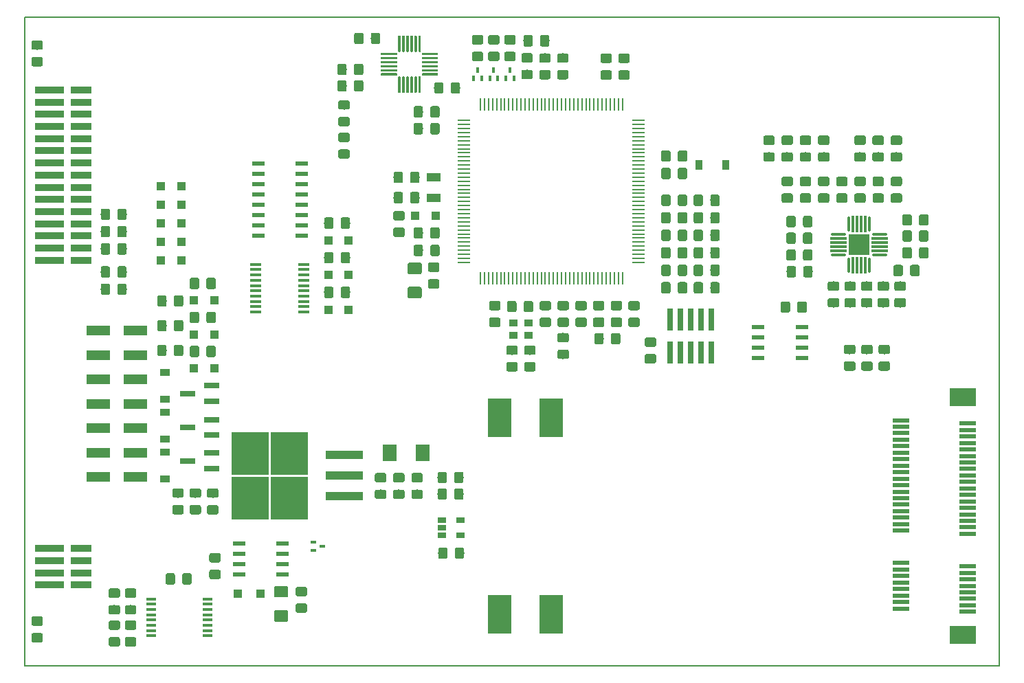
<source format=gtp>
G04 #@! TF.GenerationSoftware,KiCad,Pcbnew,5.0.1-33cea8e~68~ubuntu16.04.1*
G04 #@! TF.CreationDate,2018-11-15T13:10:25-03:00*
G04 #@! TF.ProjectId,TrackerAVL,547261636B657241564C2E6B69636164,1.1*
G04 #@! TF.SameCoordinates,Original*
G04 #@! TF.FileFunction,Paste,Top*
G04 #@! TF.FilePolarity,Positive*
%FSLAX46Y46*%
G04 Gerber Fmt 4.6, Leading zero omitted, Abs format (unit mm)*
G04 Created by KiCad (PCBNEW 5.0.1-33cea8e~68~ubuntu16.04.1) date jue 15 nov 2018 13:10:25 -03*
%MOMM*%
%LPD*%
G01*
G04 APERTURE LIST*
%ADD10C,0.150000*%
%ADD11C,0.100000*%
%ADD12C,1.150000*%
%ADD13O,2.000000X0.300000*%
%ADD14R,2.000000X0.300000*%
%ADD15O,0.300000X2.000000*%
%ADD16R,0.300000X2.000000*%
%ADD17R,2.500000X2.500000*%
%ADD18C,0.300000*%
%ADD19R,3.000000X4.800000*%
%ADD20R,2.000000X0.600000*%
%ADD21R,3.200000X2.300000*%
%ADD22R,0.254000X1.501140*%
%ADD23R,1.501140X0.254000*%
%ADD24R,1.500000X0.600000*%
%ADD25R,1.000000X0.900000*%
%ADD26R,1.550000X0.600000*%
%ADD27C,1.425000*%
%ADD28R,0.900000X1.200000*%
%ADD29R,1.100000X1.100000*%
%ADD30R,1.778000X2.159000*%
%ADD31R,1.200000X0.900000*%
%ADD32R,1.000000X1.000000*%
%ADD33R,2.920000X1.270000*%
%ADD34R,2.650000X0.850000*%
%ADD35R,3.550000X0.850000*%
%ADD36R,0.750000X2.790000*%
%ADD37R,0.740000X2.790000*%
%ADD38R,0.460000X0.650000*%
%ADD39R,1.900000X0.800000*%
%ADD40R,0.650000X0.460000*%
%ADD41R,1.200000X0.400000*%
%ADD42R,4.600000X1.100000*%
%ADD43R,4.550000X5.250000*%
%ADD44R,1.000000X0.700000*%
%ADD45R,1.450000X0.450000*%
%ADD46R,1.800000X1.000000*%
G04 APERTURE END LIST*
D10*
X154750000Y-126750000D02*
X154750000Y-46750000D01*
X34750000Y-126750000D02*
X154750000Y-126750000D01*
X34750000Y-46750000D02*
X34750000Y-126750000D01*
X34750000Y-46750000D02*
X154750000Y-46750000D01*
D11*
G04 #@! TO.C,C401*
G36*
X129474505Y-71276204D02*
X129498773Y-71279804D01*
X129522572Y-71285765D01*
X129545671Y-71294030D01*
X129567850Y-71304520D01*
X129588893Y-71317132D01*
X129608599Y-71331747D01*
X129626777Y-71348223D01*
X129643253Y-71366401D01*
X129657868Y-71386107D01*
X129670480Y-71407150D01*
X129680970Y-71429329D01*
X129689235Y-71452428D01*
X129695196Y-71476227D01*
X129698796Y-71500495D01*
X129700000Y-71524999D01*
X129700000Y-72425001D01*
X129698796Y-72449505D01*
X129695196Y-72473773D01*
X129689235Y-72497572D01*
X129680970Y-72520671D01*
X129670480Y-72542850D01*
X129657868Y-72563893D01*
X129643253Y-72583599D01*
X129626777Y-72601777D01*
X129608599Y-72618253D01*
X129588893Y-72632868D01*
X129567850Y-72645480D01*
X129545671Y-72655970D01*
X129522572Y-72664235D01*
X129498773Y-72670196D01*
X129474505Y-72673796D01*
X129450001Y-72675000D01*
X128799999Y-72675000D01*
X128775495Y-72673796D01*
X128751227Y-72670196D01*
X128727428Y-72664235D01*
X128704329Y-72655970D01*
X128682150Y-72645480D01*
X128661107Y-72632868D01*
X128641401Y-72618253D01*
X128623223Y-72601777D01*
X128606747Y-72583599D01*
X128592132Y-72563893D01*
X128579520Y-72542850D01*
X128569030Y-72520671D01*
X128560765Y-72497572D01*
X128554804Y-72473773D01*
X128551204Y-72449505D01*
X128550000Y-72425001D01*
X128550000Y-71524999D01*
X128551204Y-71500495D01*
X128554804Y-71476227D01*
X128560765Y-71452428D01*
X128569030Y-71429329D01*
X128579520Y-71407150D01*
X128592132Y-71386107D01*
X128606747Y-71366401D01*
X128623223Y-71348223D01*
X128641401Y-71331747D01*
X128661107Y-71317132D01*
X128682150Y-71304520D01*
X128704329Y-71294030D01*
X128727428Y-71285765D01*
X128751227Y-71279804D01*
X128775495Y-71276204D01*
X128799999Y-71275000D01*
X129450001Y-71275000D01*
X129474505Y-71276204D01*
X129474505Y-71276204D01*
G37*
D12*
X129125000Y-71975000D03*
D11*
G36*
X131524505Y-71276204D02*
X131548773Y-71279804D01*
X131572572Y-71285765D01*
X131595671Y-71294030D01*
X131617850Y-71304520D01*
X131638893Y-71317132D01*
X131658599Y-71331747D01*
X131676777Y-71348223D01*
X131693253Y-71366401D01*
X131707868Y-71386107D01*
X131720480Y-71407150D01*
X131730970Y-71429329D01*
X131739235Y-71452428D01*
X131745196Y-71476227D01*
X131748796Y-71500495D01*
X131750000Y-71524999D01*
X131750000Y-72425001D01*
X131748796Y-72449505D01*
X131745196Y-72473773D01*
X131739235Y-72497572D01*
X131730970Y-72520671D01*
X131720480Y-72542850D01*
X131707868Y-72563893D01*
X131693253Y-72583599D01*
X131676777Y-72601777D01*
X131658599Y-72618253D01*
X131638893Y-72632868D01*
X131617850Y-72645480D01*
X131595671Y-72655970D01*
X131572572Y-72664235D01*
X131548773Y-72670196D01*
X131524505Y-72673796D01*
X131500001Y-72675000D01*
X130849999Y-72675000D01*
X130825495Y-72673796D01*
X130801227Y-72670196D01*
X130777428Y-72664235D01*
X130754329Y-72655970D01*
X130732150Y-72645480D01*
X130711107Y-72632868D01*
X130691401Y-72618253D01*
X130673223Y-72601777D01*
X130656747Y-72583599D01*
X130642132Y-72563893D01*
X130629520Y-72542850D01*
X130619030Y-72520671D01*
X130610765Y-72497572D01*
X130604804Y-72473773D01*
X130601204Y-72449505D01*
X130600000Y-72425001D01*
X130600000Y-71524999D01*
X130601204Y-71500495D01*
X130604804Y-71476227D01*
X130610765Y-71452428D01*
X130619030Y-71429329D01*
X130629520Y-71407150D01*
X130642132Y-71386107D01*
X130656747Y-71366401D01*
X130673223Y-71348223D01*
X130691401Y-71331747D01*
X130711107Y-71317132D01*
X130732150Y-71304520D01*
X130754329Y-71294030D01*
X130777428Y-71285765D01*
X130801227Y-71279804D01*
X130825495Y-71276204D01*
X130849999Y-71275000D01*
X131500001Y-71275000D01*
X131524505Y-71276204D01*
X131524505Y-71276204D01*
G37*
D12*
X131175000Y-71975000D03*
G04 #@! TD*
D11*
G04 #@! TO.C,C304*
G36*
X86074505Y-54801204D02*
X86098773Y-54804804D01*
X86122572Y-54810765D01*
X86145671Y-54819030D01*
X86167850Y-54829520D01*
X86188893Y-54842132D01*
X86208599Y-54856747D01*
X86226777Y-54873223D01*
X86243253Y-54891401D01*
X86257868Y-54911107D01*
X86270480Y-54932150D01*
X86280970Y-54954329D01*
X86289235Y-54977428D01*
X86295196Y-55001227D01*
X86298796Y-55025495D01*
X86300000Y-55049999D01*
X86300000Y-55950001D01*
X86298796Y-55974505D01*
X86295196Y-55998773D01*
X86289235Y-56022572D01*
X86280970Y-56045671D01*
X86270480Y-56067850D01*
X86257868Y-56088893D01*
X86243253Y-56108599D01*
X86226777Y-56126777D01*
X86208599Y-56143253D01*
X86188893Y-56157868D01*
X86167850Y-56170480D01*
X86145671Y-56180970D01*
X86122572Y-56189235D01*
X86098773Y-56195196D01*
X86074505Y-56198796D01*
X86050001Y-56200000D01*
X85399999Y-56200000D01*
X85375495Y-56198796D01*
X85351227Y-56195196D01*
X85327428Y-56189235D01*
X85304329Y-56180970D01*
X85282150Y-56170480D01*
X85261107Y-56157868D01*
X85241401Y-56143253D01*
X85223223Y-56126777D01*
X85206747Y-56108599D01*
X85192132Y-56088893D01*
X85179520Y-56067850D01*
X85169030Y-56045671D01*
X85160765Y-56022572D01*
X85154804Y-55998773D01*
X85151204Y-55974505D01*
X85150000Y-55950001D01*
X85150000Y-55049999D01*
X85151204Y-55025495D01*
X85154804Y-55001227D01*
X85160765Y-54977428D01*
X85169030Y-54954329D01*
X85179520Y-54932150D01*
X85192132Y-54911107D01*
X85206747Y-54891401D01*
X85223223Y-54873223D01*
X85241401Y-54856747D01*
X85261107Y-54842132D01*
X85282150Y-54829520D01*
X85304329Y-54819030D01*
X85327428Y-54810765D01*
X85351227Y-54804804D01*
X85375495Y-54801204D01*
X85399999Y-54800000D01*
X86050001Y-54800000D01*
X86074505Y-54801204D01*
X86074505Y-54801204D01*
G37*
D12*
X85725000Y-55500000D03*
D11*
G36*
X88124505Y-54801204D02*
X88148773Y-54804804D01*
X88172572Y-54810765D01*
X88195671Y-54819030D01*
X88217850Y-54829520D01*
X88238893Y-54842132D01*
X88258599Y-54856747D01*
X88276777Y-54873223D01*
X88293253Y-54891401D01*
X88307868Y-54911107D01*
X88320480Y-54932150D01*
X88330970Y-54954329D01*
X88339235Y-54977428D01*
X88345196Y-55001227D01*
X88348796Y-55025495D01*
X88350000Y-55049999D01*
X88350000Y-55950001D01*
X88348796Y-55974505D01*
X88345196Y-55998773D01*
X88339235Y-56022572D01*
X88330970Y-56045671D01*
X88320480Y-56067850D01*
X88307868Y-56088893D01*
X88293253Y-56108599D01*
X88276777Y-56126777D01*
X88258599Y-56143253D01*
X88238893Y-56157868D01*
X88217850Y-56170480D01*
X88195671Y-56180970D01*
X88172572Y-56189235D01*
X88148773Y-56195196D01*
X88124505Y-56198796D01*
X88100001Y-56200000D01*
X87449999Y-56200000D01*
X87425495Y-56198796D01*
X87401227Y-56195196D01*
X87377428Y-56189235D01*
X87354329Y-56180970D01*
X87332150Y-56170480D01*
X87311107Y-56157868D01*
X87291401Y-56143253D01*
X87273223Y-56126777D01*
X87256747Y-56108599D01*
X87242132Y-56088893D01*
X87229520Y-56067850D01*
X87219030Y-56045671D01*
X87210765Y-56022572D01*
X87204804Y-55998773D01*
X87201204Y-55974505D01*
X87200000Y-55950001D01*
X87200000Y-55049999D01*
X87201204Y-55025495D01*
X87204804Y-55001227D01*
X87210765Y-54977428D01*
X87219030Y-54954329D01*
X87229520Y-54932150D01*
X87242132Y-54911107D01*
X87256747Y-54891401D01*
X87273223Y-54873223D01*
X87291401Y-54856747D01*
X87311107Y-54842132D01*
X87332150Y-54829520D01*
X87354329Y-54819030D01*
X87377428Y-54810765D01*
X87401227Y-54804804D01*
X87425495Y-54801204D01*
X87449999Y-54800000D01*
X88100001Y-54800000D01*
X88124505Y-54801204D01*
X88124505Y-54801204D01*
G37*
D12*
X87775000Y-55500000D03*
G04 #@! TD*
D13*
G04 #@! TO.C,U401*
X134970000Y-73550000D03*
D14*
X134970000Y-74050000D03*
X134970000Y-74550000D03*
X134970000Y-75050000D03*
X134970000Y-75550000D03*
D13*
X134970000Y-76050000D03*
D15*
X136250000Y-77330000D03*
D16*
X136750000Y-77330000D03*
X137250000Y-77330000D03*
X137750000Y-77330000D03*
X138250000Y-77330000D03*
D15*
X138750000Y-77330000D03*
D13*
X140030000Y-76050000D03*
D14*
X140030000Y-75550000D03*
X140030000Y-75050000D03*
X140030000Y-74550000D03*
X140030000Y-74050000D03*
D13*
X140030000Y-73550000D03*
D15*
X138750000Y-72270000D03*
D16*
X138250000Y-72270000D03*
X137750000Y-72270000D03*
X137250000Y-72270000D03*
X136750000Y-72270000D03*
D15*
X136250000Y-72270000D03*
D17*
X137500000Y-74800000D03*
G04 #@! TD*
D11*
G04 #@! TO.C,U301*
G36*
X83456145Y-49065501D02*
X83463426Y-49066581D01*
X83470565Y-49068369D01*
X83477495Y-49070849D01*
X83484149Y-49073996D01*
X83490462Y-49077780D01*
X83496373Y-49082164D01*
X83501827Y-49087107D01*
X83506770Y-49092561D01*
X83511154Y-49098472D01*
X83514938Y-49104785D01*
X83518085Y-49111439D01*
X83520565Y-49118369D01*
X83522353Y-49125508D01*
X83523433Y-49132789D01*
X83523794Y-49140140D01*
X83523794Y-50990140D01*
X83523433Y-50997491D01*
X83522353Y-51004772D01*
X83520565Y-51011911D01*
X83518085Y-51018841D01*
X83514938Y-51025495D01*
X83511154Y-51031808D01*
X83506770Y-51037719D01*
X83501827Y-51043173D01*
X83496373Y-51048116D01*
X83490462Y-51052500D01*
X83484149Y-51056284D01*
X83477495Y-51059431D01*
X83470565Y-51061911D01*
X83463426Y-51063699D01*
X83456145Y-51064779D01*
X83448794Y-51065140D01*
X83298794Y-51065140D01*
X83291443Y-51064779D01*
X83284162Y-51063699D01*
X83277023Y-51061911D01*
X83270093Y-51059431D01*
X83263439Y-51056284D01*
X83257126Y-51052500D01*
X83251215Y-51048116D01*
X83245761Y-51043173D01*
X83240818Y-51037719D01*
X83236434Y-51031808D01*
X83232650Y-51025495D01*
X83229503Y-51018841D01*
X83227023Y-51011911D01*
X83225235Y-51004772D01*
X83224155Y-50997491D01*
X83223794Y-50990140D01*
X83223794Y-49140140D01*
X83224155Y-49132789D01*
X83225235Y-49125508D01*
X83227023Y-49118369D01*
X83229503Y-49111439D01*
X83232650Y-49104785D01*
X83236434Y-49098472D01*
X83240818Y-49092561D01*
X83245761Y-49087107D01*
X83251215Y-49082164D01*
X83257126Y-49077780D01*
X83263439Y-49073996D01*
X83270093Y-49070849D01*
X83277023Y-49068369D01*
X83284162Y-49066581D01*
X83291443Y-49065501D01*
X83298794Y-49065140D01*
X83448794Y-49065140D01*
X83456145Y-49065501D01*
X83456145Y-49065501D01*
G37*
D18*
X83373794Y-50065140D03*
D11*
G36*
X82956145Y-49065501D02*
X82963426Y-49066581D01*
X82970565Y-49068369D01*
X82977495Y-49070849D01*
X82984149Y-49073996D01*
X82990462Y-49077780D01*
X82996373Y-49082164D01*
X83001827Y-49087107D01*
X83006770Y-49092561D01*
X83011154Y-49098472D01*
X83014938Y-49104785D01*
X83018085Y-49111439D01*
X83020565Y-49118369D01*
X83022353Y-49125508D01*
X83023433Y-49132789D01*
X83023794Y-49140140D01*
X83023794Y-50990140D01*
X83023433Y-50997491D01*
X83022353Y-51004772D01*
X83020565Y-51011911D01*
X83018085Y-51018841D01*
X83014938Y-51025495D01*
X83011154Y-51031808D01*
X83006770Y-51037719D01*
X83001827Y-51043173D01*
X82996373Y-51048116D01*
X82990462Y-51052500D01*
X82984149Y-51056284D01*
X82977495Y-51059431D01*
X82970565Y-51061911D01*
X82963426Y-51063699D01*
X82956145Y-51064779D01*
X82948794Y-51065140D01*
X82798794Y-51065140D01*
X82791443Y-51064779D01*
X82784162Y-51063699D01*
X82777023Y-51061911D01*
X82770093Y-51059431D01*
X82763439Y-51056284D01*
X82757126Y-51052500D01*
X82751215Y-51048116D01*
X82745761Y-51043173D01*
X82740818Y-51037719D01*
X82736434Y-51031808D01*
X82732650Y-51025495D01*
X82729503Y-51018841D01*
X82727023Y-51011911D01*
X82725235Y-51004772D01*
X82724155Y-50997491D01*
X82723794Y-50990140D01*
X82723794Y-49140140D01*
X82724155Y-49132789D01*
X82725235Y-49125508D01*
X82727023Y-49118369D01*
X82729503Y-49111439D01*
X82732650Y-49104785D01*
X82736434Y-49098472D01*
X82740818Y-49092561D01*
X82745761Y-49087107D01*
X82751215Y-49082164D01*
X82757126Y-49077780D01*
X82763439Y-49073996D01*
X82770093Y-49070849D01*
X82777023Y-49068369D01*
X82784162Y-49066581D01*
X82791443Y-49065501D01*
X82798794Y-49065140D01*
X82948794Y-49065140D01*
X82956145Y-49065501D01*
X82956145Y-49065501D01*
G37*
D18*
X82873794Y-50065140D03*
D11*
G36*
X82456145Y-49065501D02*
X82463426Y-49066581D01*
X82470565Y-49068369D01*
X82477495Y-49070849D01*
X82484149Y-49073996D01*
X82490462Y-49077780D01*
X82496373Y-49082164D01*
X82501827Y-49087107D01*
X82506770Y-49092561D01*
X82511154Y-49098472D01*
X82514938Y-49104785D01*
X82518085Y-49111439D01*
X82520565Y-49118369D01*
X82522353Y-49125508D01*
X82523433Y-49132789D01*
X82523794Y-49140140D01*
X82523794Y-50990140D01*
X82523433Y-50997491D01*
X82522353Y-51004772D01*
X82520565Y-51011911D01*
X82518085Y-51018841D01*
X82514938Y-51025495D01*
X82511154Y-51031808D01*
X82506770Y-51037719D01*
X82501827Y-51043173D01*
X82496373Y-51048116D01*
X82490462Y-51052500D01*
X82484149Y-51056284D01*
X82477495Y-51059431D01*
X82470565Y-51061911D01*
X82463426Y-51063699D01*
X82456145Y-51064779D01*
X82448794Y-51065140D01*
X82298794Y-51065140D01*
X82291443Y-51064779D01*
X82284162Y-51063699D01*
X82277023Y-51061911D01*
X82270093Y-51059431D01*
X82263439Y-51056284D01*
X82257126Y-51052500D01*
X82251215Y-51048116D01*
X82245761Y-51043173D01*
X82240818Y-51037719D01*
X82236434Y-51031808D01*
X82232650Y-51025495D01*
X82229503Y-51018841D01*
X82227023Y-51011911D01*
X82225235Y-51004772D01*
X82224155Y-50997491D01*
X82223794Y-50990140D01*
X82223794Y-49140140D01*
X82224155Y-49132789D01*
X82225235Y-49125508D01*
X82227023Y-49118369D01*
X82229503Y-49111439D01*
X82232650Y-49104785D01*
X82236434Y-49098472D01*
X82240818Y-49092561D01*
X82245761Y-49087107D01*
X82251215Y-49082164D01*
X82257126Y-49077780D01*
X82263439Y-49073996D01*
X82270093Y-49070849D01*
X82277023Y-49068369D01*
X82284162Y-49066581D01*
X82291443Y-49065501D01*
X82298794Y-49065140D01*
X82448794Y-49065140D01*
X82456145Y-49065501D01*
X82456145Y-49065501D01*
G37*
D18*
X82373794Y-50065140D03*
D11*
G36*
X81956145Y-49065501D02*
X81963426Y-49066581D01*
X81970565Y-49068369D01*
X81977495Y-49070849D01*
X81984149Y-49073996D01*
X81990462Y-49077780D01*
X81996373Y-49082164D01*
X82001827Y-49087107D01*
X82006770Y-49092561D01*
X82011154Y-49098472D01*
X82014938Y-49104785D01*
X82018085Y-49111439D01*
X82020565Y-49118369D01*
X82022353Y-49125508D01*
X82023433Y-49132789D01*
X82023794Y-49140140D01*
X82023794Y-50990140D01*
X82023433Y-50997491D01*
X82022353Y-51004772D01*
X82020565Y-51011911D01*
X82018085Y-51018841D01*
X82014938Y-51025495D01*
X82011154Y-51031808D01*
X82006770Y-51037719D01*
X82001827Y-51043173D01*
X81996373Y-51048116D01*
X81990462Y-51052500D01*
X81984149Y-51056284D01*
X81977495Y-51059431D01*
X81970565Y-51061911D01*
X81963426Y-51063699D01*
X81956145Y-51064779D01*
X81948794Y-51065140D01*
X81798794Y-51065140D01*
X81791443Y-51064779D01*
X81784162Y-51063699D01*
X81777023Y-51061911D01*
X81770093Y-51059431D01*
X81763439Y-51056284D01*
X81757126Y-51052500D01*
X81751215Y-51048116D01*
X81745761Y-51043173D01*
X81740818Y-51037719D01*
X81736434Y-51031808D01*
X81732650Y-51025495D01*
X81729503Y-51018841D01*
X81727023Y-51011911D01*
X81725235Y-51004772D01*
X81724155Y-50997491D01*
X81723794Y-50990140D01*
X81723794Y-49140140D01*
X81724155Y-49132789D01*
X81725235Y-49125508D01*
X81727023Y-49118369D01*
X81729503Y-49111439D01*
X81732650Y-49104785D01*
X81736434Y-49098472D01*
X81740818Y-49092561D01*
X81745761Y-49087107D01*
X81751215Y-49082164D01*
X81757126Y-49077780D01*
X81763439Y-49073996D01*
X81770093Y-49070849D01*
X81777023Y-49068369D01*
X81784162Y-49066581D01*
X81791443Y-49065501D01*
X81798794Y-49065140D01*
X81948794Y-49065140D01*
X81956145Y-49065501D01*
X81956145Y-49065501D01*
G37*
D18*
X81873794Y-50065140D03*
D11*
G36*
X81456145Y-49065501D02*
X81463426Y-49066581D01*
X81470565Y-49068369D01*
X81477495Y-49070849D01*
X81484149Y-49073996D01*
X81490462Y-49077780D01*
X81496373Y-49082164D01*
X81501827Y-49087107D01*
X81506770Y-49092561D01*
X81511154Y-49098472D01*
X81514938Y-49104785D01*
X81518085Y-49111439D01*
X81520565Y-49118369D01*
X81522353Y-49125508D01*
X81523433Y-49132789D01*
X81523794Y-49140140D01*
X81523794Y-50990140D01*
X81523433Y-50997491D01*
X81522353Y-51004772D01*
X81520565Y-51011911D01*
X81518085Y-51018841D01*
X81514938Y-51025495D01*
X81511154Y-51031808D01*
X81506770Y-51037719D01*
X81501827Y-51043173D01*
X81496373Y-51048116D01*
X81490462Y-51052500D01*
X81484149Y-51056284D01*
X81477495Y-51059431D01*
X81470565Y-51061911D01*
X81463426Y-51063699D01*
X81456145Y-51064779D01*
X81448794Y-51065140D01*
X81298794Y-51065140D01*
X81291443Y-51064779D01*
X81284162Y-51063699D01*
X81277023Y-51061911D01*
X81270093Y-51059431D01*
X81263439Y-51056284D01*
X81257126Y-51052500D01*
X81251215Y-51048116D01*
X81245761Y-51043173D01*
X81240818Y-51037719D01*
X81236434Y-51031808D01*
X81232650Y-51025495D01*
X81229503Y-51018841D01*
X81227023Y-51011911D01*
X81225235Y-51004772D01*
X81224155Y-50997491D01*
X81223794Y-50990140D01*
X81223794Y-49140140D01*
X81224155Y-49132789D01*
X81225235Y-49125508D01*
X81227023Y-49118369D01*
X81229503Y-49111439D01*
X81232650Y-49104785D01*
X81236434Y-49098472D01*
X81240818Y-49092561D01*
X81245761Y-49087107D01*
X81251215Y-49082164D01*
X81257126Y-49077780D01*
X81263439Y-49073996D01*
X81270093Y-49070849D01*
X81277023Y-49068369D01*
X81284162Y-49066581D01*
X81291443Y-49065501D01*
X81298794Y-49065140D01*
X81448794Y-49065140D01*
X81456145Y-49065501D01*
X81456145Y-49065501D01*
G37*
D18*
X81373794Y-50065140D03*
D11*
G36*
X80956145Y-49065501D02*
X80963426Y-49066581D01*
X80970565Y-49068369D01*
X80977495Y-49070849D01*
X80984149Y-49073996D01*
X80990462Y-49077780D01*
X80996373Y-49082164D01*
X81001827Y-49087107D01*
X81006770Y-49092561D01*
X81011154Y-49098472D01*
X81014938Y-49104785D01*
X81018085Y-49111439D01*
X81020565Y-49118369D01*
X81022353Y-49125508D01*
X81023433Y-49132789D01*
X81023794Y-49140140D01*
X81023794Y-50990140D01*
X81023433Y-50997491D01*
X81022353Y-51004772D01*
X81020565Y-51011911D01*
X81018085Y-51018841D01*
X81014938Y-51025495D01*
X81011154Y-51031808D01*
X81006770Y-51037719D01*
X81001827Y-51043173D01*
X80996373Y-51048116D01*
X80990462Y-51052500D01*
X80984149Y-51056284D01*
X80977495Y-51059431D01*
X80970565Y-51061911D01*
X80963426Y-51063699D01*
X80956145Y-51064779D01*
X80948794Y-51065140D01*
X80798794Y-51065140D01*
X80791443Y-51064779D01*
X80784162Y-51063699D01*
X80777023Y-51061911D01*
X80770093Y-51059431D01*
X80763439Y-51056284D01*
X80757126Y-51052500D01*
X80751215Y-51048116D01*
X80745761Y-51043173D01*
X80740818Y-51037719D01*
X80736434Y-51031808D01*
X80732650Y-51025495D01*
X80729503Y-51018841D01*
X80727023Y-51011911D01*
X80725235Y-51004772D01*
X80724155Y-50997491D01*
X80723794Y-50990140D01*
X80723794Y-49140140D01*
X80724155Y-49132789D01*
X80725235Y-49125508D01*
X80727023Y-49118369D01*
X80729503Y-49111439D01*
X80732650Y-49104785D01*
X80736434Y-49098472D01*
X80740818Y-49092561D01*
X80745761Y-49087107D01*
X80751215Y-49082164D01*
X80757126Y-49077780D01*
X80763439Y-49073996D01*
X80770093Y-49070849D01*
X80777023Y-49068369D01*
X80784162Y-49066581D01*
X80791443Y-49065501D01*
X80798794Y-49065140D01*
X80948794Y-49065140D01*
X80956145Y-49065501D01*
X80956145Y-49065501D01*
G37*
D18*
X80873794Y-50065140D03*
D11*
G36*
X80536145Y-51185501D02*
X80543426Y-51186581D01*
X80550565Y-51188369D01*
X80557495Y-51190849D01*
X80564149Y-51193996D01*
X80570462Y-51197780D01*
X80576373Y-51202164D01*
X80581827Y-51207107D01*
X80586770Y-51212561D01*
X80591154Y-51218472D01*
X80594938Y-51224785D01*
X80598085Y-51231439D01*
X80600565Y-51238369D01*
X80602353Y-51245508D01*
X80603433Y-51252789D01*
X80603794Y-51260140D01*
X80603794Y-51410140D01*
X80603433Y-51417491D01*
X80602353Y-51424772D01*
X80600565Y-51431911D01*
X80598085Y-51438841D01*
X80594938Y-51445495D01*
X80591154Y-51451808D01*
X80586770Y-51457719D01*
X80581827Y-51463173D01*
X80576373Y-51468116D01*
X80570462Y-51472500D01*
X80564149Y-51476284D01*
X80557495Y-51479431D01*
X80550565Y-51481911D01*
X80543426Y-51483699D01*
X80536145Y-51484779D01*
X80528794Y-51485140D01*
X78678794Y-51485140D01*
X78671443Y-51484779D01*
X78664162Y-51483699D01*
X78657023Y-51481911D01*
X78650093Y-51479431D01*
X78643439Y-51476284D01*
X78637126Y-51472500D01*
X78631215Y-51468116D01*
X78625761Y-51463173D01*
X78620818Y-51457719D01*
X78616434Y-51451808D01*
X78612650Y-51445495D01*
X78609503Y-51438841D01*
X78607023Y-51431911D01*
X78605235Y-51424772D01*
X78604155Y-51417491D01*
X78603794Y-51410140D01*
X78603794Y-51260140D01*
X78604155Y-51252789D01*
X78605235Y-51245508D01*
X78607023Y-51238369D01*
X78609503Y-51231439D01*
X78612650Y-51224785D01*
X78616434Y-51218472D01*
X78620818Y-51212561D01*
X78625761Y-51207107D01*
X78631215Y-51202164D01*
X78637126Y-51197780D01*
X78643439Y-51193996D01*
X78650093Y-51190849D01*
X78657023Y-51188369D01*
X78664162Y-51186581D01*
X78671443Y-51185501D01*
X78678794Y-51185140D01*
X80528794Y-51185140D01*
X80536145Y-51185501D01*
X80536145Y-51185501D01*
G37*
D18*
X79603794Y-51335140D03*
D11*
G36*
X80536145Y-51685501D02*
X80543426Y-51686581D01*
X80550565Y-51688369D01*
X80557495Y-51690849D01*
X80564149Y-51693996D01*
X80570462Y-51697780D01*
X80576373Y-51702164D01*
X80581827Y-51707107D01*
X80586770Y-51712561D01*
X80591154Y-51718472D01*
X80594938Y-51724785D01*
X80598085Y-51731439D01*
X80600565Y-51738369D01*
X80602353Y-51745508D01*
X80603433Y-51752789D01*
X80603794Y-51760140D01*
X80603794Y-51910140D01*
X80603433Y-51917491D01*
X80602353Y-51924772D01*
X80600565Y-51931911D01*
X80598085Y-51938841D01*
X80594938Y-51945495D01*
X80591154Y-51951808D01*
X80586770Y-51957719D01*
X80581827Y-51963173D01*
X80576373Y-51968116D01*
X80570462Y-51972500D01*
X80564149Y-51976284D01*
X80557495Y-51979431D01*
X80550565Y-51981911D01*
X80543426Y-51983699D01*
X80536145Y-51984779D01*
X80528794Y-51985140D01*
X78678794Y-51985140D01*
X78671443Y-51984779D01*
X78664162Y-51983699D01*
X78657023Y-51981911D01*
X78650093Y-51979431D01*
X78643439Y-51976284D01*
X78637126Y-51972500D01*
X78631215Y-51968116D01*
X78625761Y-51963173D01*
X78620818Y-51957719D01*
X78616434Y-51951808D01*
X78612650Y-51945495D01*
X78609503Y-51938841D01*
X78607023Y-51931911D01*
X78605235Y-51924772D01*
X78604155Y-51917491D01*
X78603794Y-51910140D01*
X78603794Y-51760140D01*
X78604155Y-51752789D01*
X78605235Y-51745508D01*
X78607023Y-51738369D01*
X78609503Y-51731439D01*
X78612650Y-51724785D01*
X78616434Y-51718472D01*
X78620818Y-51712561D01*
X78625761Y-51707107D01*
X78631215Y-51702164D01*
X78637126Y-51697780D01*
X78643439Y-51693996D01*
X78650093Y-51690849D01*
X78657023Y-51688369D01*
X78664162Y-51686581D01*
X78671443Y-51685501D01*
X78678794Y-51685140D01*
X80528794Y-51685140D01*
X80536145Y-51685501D01*
X80536145Y-51685501D01*
G37*
D18*
X79603794Y-51835140D03*
D11*
G36*
X80536145Y-52185501D02*
X80543426Y-52186581D01*
X80550565Y-52188369D01*
X80557495Y-52190849D01*
X80564149Y-52193996D01*
X80570462Y-52197780D01*
X80576373Y-52202164D01*
X80581827Y-52207107D01*
X80586770Y-52212561D01*
X80591154Y-52218472D01*
X80594938Y-52224785D01*
X80598085Y-52231439D01*
X80600565Y-52238369D01*
X80602353Y-52245508D01*
X80603433Y-52252789D01*
X80603794Y-52260140D01*
X80603794Y-52410140D01*
X80603433Y-52417491D01*
X80602353Y-52424772D01*
X80600565Y-52431911D01*
X80598085Y-52438841D01*
X80594938Y-52445495D01*
X80591154Y-52451808D01*
X80586770Y-52457719D01*
X80581827Y-52463173D01*
X80576373Y-52468116D01*
X80570462Y-52472500D01*
X80564149Y-52476284D01*
X80557495Y-52479431D01*
X80550565Y-52481911D01*
X80543426Y-52483699D01*
X80536145Y-52484779D01*
X80528794Y-52485140D01*
X78678794Y-52485140D01*
X78671443Y-52484779D01*
X78664162Y-52483699D01*
X78657023Y-52481911D01*
X78650093Y-52479431D01*
X78643439Y-52476284D01*
X78637126Y-52472500D01*
X78631215Y-52468116D01*
X78625761Y-52463173D01*
X78620818Y-52457719D01*
X78616434Y-52451808D01*
X78612650Y-52445495D01*
X78609503Y-52438841D01*
X78607023Y-52431911D01*
X78605235Y-52424772D01*
X78604155Y-52417491D01*
X78603794Y-52410140D01*
X78603794Y-52260140D01*
X78604155Y-52252789D01*
X78605235Y-52245508D01*
X78607023Y-52238369D01*
X78609503Y-52231439D01*
X78612650Y-52224785D01*
X78616434Y-52218472D01*
X78620818Y-52212561D01*
X78625761Y-52207107D01*
X78631215Y-52202164D01*
X78637126Y-52197780D01*
X78643439Y-52193996D01*
X78650093Y-52190849D01*
X78657023Y-52188369D01*
X78664162Y-52186581D01*
X78671443Y-52185501D01*
X78678794Y-52185140D01*
X80528794Y-52185140D01*
X80536145Y-52185501D01*
X80536145Y-52185501D01*
G37*
D18*
X79603794Y-52335140D03*
D11*
G36*
X80536145Y-52685501D02*
X80543426Y-52686581D01*
X80550565Y-52688369D01*
X80557495Y-52690849D01*
X80564149Y-52693996D01*
X80570462Y-52697780D01*
X80576373Y-52702164D01*
X80581827Y-52707107D01*
X80586770Y-52712561D01*
X80591154Y-52718472D01*
X80594938Y-52724785D01*
X80598085Y-52731439D01*
X80600565Y-52738369D01*
X80602353Y-52745508D01*
X80603433Y-52752789D01*
X80603794Y-52760140D01*
X80603794Y-52910140D01*
X80603433Y-52917491D01*
X80602353Y-52924772D01*
X80600565Y-52931911D01*
X80598085Y-52938841D01*
X80594938Y-52945495D01*
X80591154Y-52951808D01*
X80586770Y-52957719D01*
X80581827Y-52963173D01*
X80576373Y-52968116D01*
X80570462Y-52972500D01*
X80564149Y-52976284D01*
X80557495Y-52979431D01*
X80550565Y-52981911D01*
X80543426Y-52983699D01*
X80536145Y-52984779D01*
X80528794Y-52985140D01*
X78678794Y-52985140D01*
X78671443Y-52984779D01*
X78664162Y-52983699D01*
X78657023Y-52981911D01*
X78650093Y-52979431D01*
X78643439Y-52976284D01*
X78637126Y-52972500D01*
X78631215Y-52968116D01*
X78625761Y-52963173D01*
X78620818Y-52957719D01*
X78616434Y-52951808D01*
X78612650Y-52945495D01*
X78609503Y-52938841D01*
X78607023Y-52931911D01*
X78605235Y-52924772D01*
X78604155Y-52917491D01*
X78603794Y-52910140D01*
X78603794Y-52760140D01*
X78604155Y-52752789D01*
X78605235Y-52745508D01*
X78607023Y-52738369D01*
X78609503Y-52731439D01*
X78612650Y-52724785D01*
X78616434Y-52718472D01*
X78620818Y-52712561D01*
X78625761Y-52707107D01*
X78631215Y-52702164D01*
X78637126Y-52697780D01*
X78643439Y-52693996D01*
X78650093Y-52690849D01*
X78657023Y-52688369D01*
X78664162Y-52686581D01*
X78671443Y-52685501D01*
X78678794Y-52685140D01*
X80528794Y-52685140D01*
X80536145Y-52685501D01*
X80536145Y-52685501D01*
G37*
D18*
X79603794Y-52835140D03*
D11*
G36*
X80536145Y-53185501D02*
X80543426Y-53186581D01*
X80550565Y-53188369D01*
X80557495Y-53190849D01*
X80564149Y-53193996D01*
X80570462Y-53197780D01*
X80576373Y-53202164D01*
X80581827Y-53207107D01*
X80586770Y-53212561D01*
X80591154Y-53218472D01*
X80594938Y-53224785D01*
X80598085Y-53231439D01*
X80600565Y-53238369D01*
X80602353Y-53245508D01*
X80603433Y-53252789D01*
X80603794Y-53260140D01*
X80603794Y-53410140D01*
X80603433Y-53417491D01*
X80602353Y-53424772D01*
X80600565Y-53431911D01*
X80598085Y-53438841D01*
X80594938Y-53445495D01*
X80591154Y-53451808D01*
X80586770Y-53457719D01*
X80581827Y-53463173D01*
X80576373Y-53468116D01*
X80570462Y-53472500D01*
X80564149Y-53476284D01*
X80557495Y-53479431D01*
X80550565Y-53481911D01*
X80543426Y-53483699D01*
X80536145Y-53484779D01*
X80528794Y-53485140D01*
X78678794Y-53485140D01*
X78671443Y-53484779D01*
X78664162Y-53483699D01*
X78657023Y-53481911D01*
X78650093Y-53479431D01*
X78643439Y-53476284D01*
X78637126Y-53472500D01*
X78631215Y-53468116D01*
X78625761Y-53463173D01*
X78620818Y-53457719D01*
X78616434Y-53451808D01*
X78612650Y-53445495D01*
X78609503Y-53438841D01*
X78607023Y-53431911D01*
X78605235Y-53424772D01*
X78604155Y-53417491D01*
X78603794Y-53410140D01*
X78603794Y-53260140D01*
X78604155Y-53252789D01*
X78605235Y-53245508D01*
X78607023Y-53238369D01*
X78609503Y-53231439D01*
X78612650Y-53224785D01*
X78616434Y-53218472D01*
X78620818Y-53212561D01*
X78625761Y-53207107D01*
X78631215Y-53202164D01*
X78637126Y-53197780D01*
X78643439Y-53193996D01*
X78650093Y-53190849D01*
X78657023Y-53188369D01*
X78664162Y-53186581D01*
X78671443Y-53185501D01*
X78678794Y-53185140D01*
X80528794Y-53185140D01*
X80536145Y-53185501D01*
X80536145Y-53185501D01*
G37*
D18*
X79603794Y-53335140D03*
D11*
G36*
X80536145Y-53685501D02*
X80543426Y-53686581D01*
X80550565Y-53688369D01*
X80557495Y-53690849D01*
X80564149Y-53693996D01*
X80570462Y-53697780D01*
X80576373Y-53702164D01*
X80581827Y-53707107D01*
X80586770Y-53712561D01*
X80591154Y-53718472D01*
X80594938Y-53724785D01*
X80598085Y-53731439D01*
X80600565Y-53738369D01*
X80602353Y-53745508D01*
X80603433Y-53752789D01*
X80603794Y-53760140D01*
X80603794Y-53910140D01*
X80603433Y-53917491D01*
X80602353Y-53924772D01*
X80600565Y-53931911D01*
X80598085Y-53938841D01*
X80594938Y-53945495D01*
X80591154Y-53951808D01*
X80586770Y-53957719D01*
X80581827Y-53963173D01*
X80576373Y-53968116D01*
X80570462Y-53972500D01*
X80564149Y-53976284D01*
X80557495Y-53979431D01*
X80550565Y-53981911D01*
X80543426Y-53983699D01*
X80536145Y-53984779D01*
X80528794Y-53985140D01*
X78678794Y-53985140D01*
X78671443Y-53984779D01*
X78664162Y-53983699D01*
X78657023Y-53981911D01*
X78650093Y-53979431D01*
X78643439Y-53976284D01*
X78637126Y-53972500D01*
X78631215Y-53968116D01*
X78625761Y-53963173D01*
X78620818Y-53957719D01*
X78616434Y-53951808D01*
X78612650Y-53945495D01*
X78609503Y-53938841D01*
X78607023Y-53931911D01*
X78605235Y-53924772D01*
X78604155Y-53917491D01*
X78603794Y-53910140D01*
X78603794Y-53760140D01*
X78604155Y-53752789D01*
X78605235Y-53745508D01*
X78607023Y-53738369D01*
X78609503Y-53731439D01*
X78612650Y-53724785D01*
X78616434Y-53718472D01*
X78620818Y-53712561D01*
X78625761Y-53707107D01*
X78631215Y-53702164D01*
X78637126Y-53697780D01*
X78643439Y-53693996D01*
X78650093Y-53690849D01*
X78657023Y-53688369D01*
X78664162Y-53686581D01*
X78671443Y-53685501D01*
X78678794Y-53685140D01*
X80528794Y-53685140D01*
X80536145Y-53685501D01*
X80536145Y-53685501D01*
G37*
D18*
X79603794Y-53835140D03*
D11*
G36*
X80956145Y-54105501D02*
X80963426Y-54106581D01*
X80970565Y-54108369D01*
X80977495Y-54110849D01*
X80984149Y-54113996D01*
X80990462Y-54117780D01*
X80996373Y-54122164D01*
X81001827Y-54127107D01*
X81006770Y-54132561D01*
X81011154Y-54138472D01*
X81014938Y-54144785D01*
X81018085Y-54151439D01*
X81020565Y-54158369D01*
X81022353Y-54165508D01*
X81023433Y-54172789D01*
X81023794Y-54180140D01*
X81023794Y-56030140D01*
X81023433Y-56037491D01*
X81022353Y-56044772D01*
X81020565Y-56051911D01*
X81018085Y-56058841D01*
X81014938Y-56065495D01*
X81011154Y-56071808D01*
X81006770Y-56077719D01*
X81001827Y-56083173D01*
X80996373Y-56088116D01*
X80990462Y-56092500D01*
X80984149Y-56096284D01*
X80977495Y-56099431D01*
X80970565Y-56101911D01*
X80963426Y-56103699D01*
X80956145Y-56104779D01*
X80948794Y-56105140D01*
X80798794Y-56105140D01*
X80791443Y-56104779D01*
X80784162Y-56103699D01*
X80777023Y-56101911D01*
X80770093Y-56099431D01*
X80763439Y-56096284D01*
X80757126Y-56092500D01*
X80751215Y-56088116D01*
X80745761Y-56083173D01*
X80740818Y-56077719D01*
X80736434Y-56071808D01*
X80732650Y-56065495D01*
X80729503Y-56058841D01*
X80727023Y-56051911D01*
X80725235Y-56044772D01*
X80724155Y-56037491D01*
X80723794Y-56030140D01*
X80723794Y-54180140D01*
X80724155Y-54172789D01*
X80725235Y-54165508D01*
X80727023Y-54158369D01*
X80729503Y-54151439D01*
X80732650Y-54144785D01*
X80736434Y-54138472D01*
X80740818Y-54132561D01*
X80745761Y-54127107D01*
X80751215Y-54122164D01*
X80757126Y-54117780D01*
X80763439Y-54113996D01*
X80770093Y-54110849D01*
X80777023Y-54108369D01*
X80784162Y-54106581D01*
X80791443Y-54105501D01*
X80798794Y-54105140D01*
X80948794Y-54105140D01*
X80956145Y-54105501D01*
X80956145Y-54105501D01*
G37*
D18*
X80873794Y-55105140D03*
D11*
G36*
X81456145Y-54105501D02*
X81463426Y-54106581D01*
X81470565Y-54108369D01*
X81477495Y-54110849D01*
X81484149Y-54113996D01*
X81490462Y-54117780D01*
X81496373Y-54122164D01*
X81501827Y-54127107D01*
X81506770Y-54132561D01*
X81511154Y-54138472D01*
X81514938Y-54144785D01*
X81518085Y-54151439D01*
X81520565Y-54158369D01*
X81522353Y-54165508D01*
X81523433Y-54172789D01*
X81523794Y-54180140D01*
X81523794Y-56030140D01*
X81523433Y-56037491D01*
X81522353Y-56044772D01*
X81520565Y-56051911D01*
X81518085Y-56058841D01*
X81514938Y-56065495D01*
X81511154Y-56071808D01*
X81506770Y-56077719D01*
X81501827Y-56083173D01*
X81496373Y-56088116D01*
X81490462Y-56092500D01*
X81484149Y-56096284D01*
X81477495Y-56099431D01*
X81470565Y-56101911D01*
X81463426Y-56103699D01*
X81456145Y-56104779D01*
X81448794Y-56105140D01*
X81298794Y-56105140D01*
X81291443Y-56104779D01*
X81284162Y-56103699D01*
X81277023Y-56101911D01*
X81270093Y-56099431D01*
X81263439Y-56096284D01*
X81257126Y-56092500D01*
X81251215Y-56088116D01*
X81245761Y-56083173D01*
X81240818Y-56077719D01*
X81236434Y-56071808D01*
X81232650Y-56065495D01*
X81229503Y-56058841D01*
X81227023Y-56051911D01*
X81225235Y-56044772D01*
X81224155Y-56037491D01*
X81223794Y-56030140D01*
X81223794Y-54180140D01*
X81224155Y-54172789D01*
X81225235Y-54165508D01*
X81227023Y-54158369D01*
X81229503Y-54151439D01*
X81232650Y-54144785D01*
X81236434Y-54138472D01*
X81240818Y-54132561D01*
X81245761Y-54127107D01*
X81251215Y-54122164D01*
X81257126Y-54117780D01*
X81263439Y-54113996D01*
X81270093Y-54110849D01*
X81277023Y-54108369D01*
X81284162Y-54106581D01*
X81291443Y-54105501D01*
X81298794Y-54105140D01*
X81448794Y-54105140D01*
X81456145Y-54105501D01*
X81456145Y-54105501D01*
G37*
D18*
X81373794Y-55105140D03*
D11*
G36*
X81956145Y-54105501D02*
X81963426Y-54106581D01*
X81970565Y-54108369D01*
X81977495Y-54110849D01*
X81984149Y-54113996D01*
X81990462Y-54117780D01*
X81996373Y-54122164D01*
X82001827Y-54127107D01*
X82006770Y-54132561D01*
X82011154Y-54138472D01*
X82014938Y-54144785D01*
X82018085Y-54151439D01*
X82020565Y-54158369D01*
X82022353Y-54165508D01*
X82023433Y-54172789D01*
X82023794Y-54180140D01*
X82023794Y-56030140D01*
X82023433Y-56037491D01*
X82022353Y-56044772D01*
X82020565Y-56051911D01*
X82018085Y-56058841D01*
X82014938Y-56065495D01*
X82011154Y-56071808D01*
X82006770Y-56077719D01*
X82001827Y-56083173D01*
X81996373Y-56088116D01*
X81990462Y-56092500D01*
X81984149Y-56096284D01*
X81977495Y-56099431D01*
X81970565Y-56101911D01*
X81963426Y-56103699D01*
X81956145Y-56104779D01*
X81948794Y-56105140D01*
X81798794Y-56105140D01*
X81791443Y-56104779D01*
X81784162Y-56103699D01*
X81777023Y-56101911D01*
X81770093Y-56099431D01*
X81763439Y-56096284D01*
X81757126Y-56092500D01*
X81751215Y-56088116D01*
X81745761Y-56083173D01*
X81740818Y-56077719D01*
X81736434Y-56071808D01*
X81732650Y-56065495D01*
X81729503Y-56058841D01*
X81727023Y-56051911D01*
X81725235Y-56044772D01*
X81724155Y-56037491D01*
X81723794Y-56030140D01*
X81723794Y-54180140D01*
X81724155Y-54172789D01*
X81725235Y-54165508D01*
X81727023Y-54158369D01*
X81729503Y-54151439D01*
X81732650Y-54144785D01*
X81736434Y-54138472D01*
X81740818Y-54132561D01*
X81745761Y-54127107D01*
X81751215Y-54122164D01*
X81757126Y-54117780D01*
X81763439Y-54113996D01*
X81770093Y-54110849D01*
X81777023Y-54108369D01*
X81784162Y-54106581D01*
X81791443Y-54105501D01*
X81798794Y-54105140D01*
X81948794Y-54105140D01*
X81956145Y-54105501D01*
X81956145Y-54105501D01*
G37*
D18*
X81873794Y-55105140D03*
D11*
G36*
X82456145Y-54105501D02*
X82463426Y-54106581D01*
X82470565Y-54108369D01*
X82477495Y-54110849D01*
X82484149Y-54113996D01*
X82490462Y-54117780D01*
X82496373Y-54122164D01*
X82501827Y-54127107D01*
X82506770Y-54132561D01*
X82511154Y-54138472D01*
X82514938Y-54144785D01*
X82518085Y-54151439D01*
X82520565Y-54158369D01*
X82522353Y-54165508D01*
X82523433Y-54172789D01*
X82523794Y-54180140D01*
X82523794Y-56030140D01*
X82523433Y-56037491D01*
X82522353Y-56044772D01*
X82520565Y-56051911D01*
X82518085Y-56058841D01*
X82514938Y-56065495D01*
X82511154Y-56071808D01*
X82506770Y-56077719D01*
X82501827Y-56083173D01*
X82496373Y-56088116D01*
X82490462Y-56092500D01*
X82484149Y-56096284D01*
X82477495Y-56099431D01*
X82470565Y-56101911D01*
X82463426Y-56103699D01*
X82456145Y-56104779D01*
X82448794Y-56105140D01*
X82298794Y-56105140D01*
X82291443Y-56104779D01*
X82284162Y-56103699D01*
X82277023Y-56101911D01*
X82270093Y-56099431D01*
X82263439Y-56096284D01*
X82257126Y-56092500D01*
X82251215Y-56088116D01*
X82245761Y-56083173D01*
X82240818Y-56077719D01*
X82236434Y-56071808D01*
X82232650Y-56065495D01*
X82229503Y-56058841D01*
X82227023Y-56051911D01*
X82225235Y-56044772D01*
X82224155Y-56037491D01*
X82223794Y-56030140D01*
X82223794Y-54180140D01*
X82224155Y-54172789D01*
X82225235Y-54165508D01*
X82227023Y-54158369D01*
X82229503Y-54151439D01*
X82232650Y-54144785D01*
X82236434Y-54138472D01*
X82240818Y-54132561D01*
X82245761Y-54127107D01*
X82251215Y-54122164D01*
X82257126Y-54117780D01*
X82263439Y-54113996D01*
X82270093Y-54110849D01*
X82277023Y-54108369D01*
X82284162Y-54106581D01*
X82291443Y-54105501D01*
X82298794Y-54105140D01*
X82448794Y-54105140D01*
X82456145Y-54105501D01*
X82456145Y-54105501D01*
G37*
D18*
X82373794Y-55105140D03*
D11*
G36*
X82956145Y-54105501D02*
X82963426Y-54106581D01*
X82970565Y-54108369D01*
X82977495Y-54110849D01*
X82984149Y-54113996D01*
X82990462Y-54117780D01*
X82996373Y-54122164D01*
X83001827Y-54127107D01*
X83006770Y-54132561D01*
X83011154Y-54138472D01*
X83014938Y-54144785D01*
X83018085Y-54151439D01*
X83020565Y-54158369D01*
X83022353Y-54165508D01*
X83023433Y-54172789D01*
X83023794Y-54180140D01*
X83023794Y-56030140D01*
X83023433Y-56037491D01*
X83022353Y-56044772D01*
X83020565Y-56051911D01*
X83018085Y-56058841D01*
X83014938Y-56065495D01*
X83011154Y-56071808D01*
X83006770Y-56077719D01*
X83001827Y-56083173D01*
X82996373Y-56088116D01*
X82990462Y-56092500D01*
X82984149Y-56096284D01*
X82977495Y-56099431D01*
X82970565Y-56101911D01*
X82963426Y-56103699D01*
X82956145Y-56104779D01*
X82948794Y-56105140D01*
X82798794Y-56105140D01*
X82791443Y-56104779D01*
X82784162Y-56103699D01*
X82777023Y-56101911D01*
X82770093Y-56099431D01*
X82763439Y-56096284D01*
X82757126Y-56092500D01*
X82751215Y-56088116D01*
X82745761Y-56083173D01*
X82740818Y-56077719D01*
X82736434Y-56071808D01*
X82732650Y-56065495D01*
X82729503Y-56058841D01*
X82727023Y-56051911D01*
X82725235Y-56044772D01*
X82724155Y-56037491D01*
X82723794Y-56030140D01*
X82723794Y-54180140D01*
X82724155Y-54172789D01*
X82725235Y-54165508D01*
X82727023Y-54158369D01*
X82729503Y-54151439D01*
X82732650Y-54144785D01*
X82736434Y-54138472D01*
X82740818Y-54132561D01*
X82745761Y-54127107D01*
X82751215Y-54122164D01*
X82757126Y-54117780D01*
X82763439Y-54113996D01*
X82770093Y-54110849D01*
X82777023Y-54108369D01*
X82784162Y-54106581D01*
X82791443Y-54105501D01*
X82798794Y-54105140D01*
X82948794Y-54105140D01*
X82956145Y-54105501D01*
X82956145Y-54105501D01*
G37*
D18*
X82873794Y-55105140D03*
D11*
G36*
X83456145Y-54105501D02*
X83463426Y-54106581D01*
X83470565Y-54108369D01*
X83477495Y-54110849D01*
X83484149Y-54113996D01*
X83490462Y-54117780D01*
X83496373Y-54122164D01*
X83501827Y-54127107D01*
X83506770Y-54132561D01*
X83511154Y-54138472D01*
X83514938Y-54144785D01*
X83518085Y-54151439D01*
X83520565Y-54158369D01*
X83522353Y-54165508D01*
X83523433Y-54172789D01*
X83523794Y-54180140D01*
X83523794Y-56030140D01*
X83523433Y-56037491D01*
X83522353Y-56044772D01*
X83520565Y-56051911D01*
X83518085Y-56058841D01*
X83514938Y-56065495D01*
X83511154Y-56071808D01*
X83506770Y-56077719D01*
X83501827Y-56083173D01*
X83496373Y-56088116D01*
X83490462Y-56092500D01*
X83484149Y-56096284D01*
X83477495Y-56099431D01*
X83470565Y-56101911D01*
X83463426Y-56103699D01*
X83456145Y-56104779D01*
X83448794Y-56105140D01*
X83298794Y-56105140D01*
X83291443Y-56104779D01*
X83284162Y-56103699D01*
X83277023Y-56101911D01*
X83270093Y-56099431D01*
X83263439Y-56096284D01*
X83257126Y-56092500D01*
X83251215Y-56088116D01*
X83245761Y-56083173D01*
X83240818Y-56077719D01*
X83236434Y-56071808D01*
X83232650Y-56065495D01*
X83229503Y-56058841D01*
X83227023Y-56051911D01*
X83225235Y-56044772D01*
X83224155Y-56037491D01*
X83223794Y-56030140D01*
X83223794Y-54180140D01*
X83224155Y-54172789D01*
X83225235Y-54165508D01*
X83227023Y-54158369D01*
X83229503Y-54151439D01*
X83232650Y-54144785D01*
X83236434Y-54138472D01*
X83240818Y-54132561D01*
X83245761Y-54127107D01*
X83251215Y-54122164D01*
X83257126Y-54117780D01*
X83263439Y-54113996D01*
X83270093Y-54110849D01*
X83277023Y-54108369D01*
X83284162Y-54106581D01*
X83291443Y-54105501D01*
X83298794Y-54105140D01*
X83448794Y-54105140D01*
X83456145Y-54105501D01*
X83456145Y-54105501D01*
G37*
D18*
X83373794Y-55105140D03*
D11*
G36*
X85576145Y-53685501D02*
X85583426Y-53686581D01*
X85590565Y-53688369D01*
X85597495Y-53690849D01*
X85604149Y-53693996D01*
X85610462Y-53697780D01*
X85616373Y-53702164D01*
X85621827Y-53707107D01*
X85626770Y-53712561D01*
X85631154Y-53718472D01*
X85634938Y-53724785D01*
X85638085Y-53731439D01*
X85640565Y-53738369D01*
X85642353Y-53745508D01*
X85643433Y-53752789D01*
X85643794Y-53760140D01*
X85643794Y-53910140D01*
X85643433Y-53917491D01*
X85642353Y-53924772D01*
X85640565Y-53931911D01*
X85638085Y-53938841D01*
X85634938Y-53945495D01*
X85631154Y-53951808D01*
X85626770Y-53957719D01*
X85621827Y-53963173D01*
X85616373Y-53968116D01*
X85610462Y-53972500D01*
X85604149Y-53976284D01*
X85597495Y-53979431D01*
X85590565Y-53981911D01*
X85583426Y-53983699D01*
X85576145Y-53984779D01*
X85568794Y-53985140D01*
X83718794Y-53985140D01*
X83711443Y-53984779D01*
X83704162Y-53983699D01*
X83697023Y-53981911D01*
X83690093Y-53979431D01*
X83683439Y-53976284D01*
X83677126Y-53972500D01*
X83671215Y-53968116D01*
X83665761Y-53963173D01*
X83660818Y-53957719D01*
X83656434Y-53951808D01*
X83652650Y-53945495D01*
X83649503Y-53938841D01*
X83647023Y-53931911D01*
X83645235Y-53924772D01*
X83644155Y-53917491D01*
X83643794Y-53910140D01*
X83643794Y-53760140D01*
X83644155Y-53752789D01*
X83645235Y-53745508D01*
X83647023Y-53738369D01*
X83649503Y-53731439D01*
X83652650Y-53724785D01*
X83656434Y-53718472D01*
X83660818Y-53712561D01*
X83665761Y-53707107D01*
X83671215Y-53702164D01*
X83677126Y-53697780D01*
X83683439Y-53693996D01*
X83690093Y-53690849D01*
X83697023Y-53688369D01*
X83704162Y-53686581D01*
X83711443Y-53685501D01*
X83718794Y-53685140D01*
X85568794Y-53685140D01*
X85576145Y-53685501D01*
X85576145Y-53685501D01*
G37*
D18*
X84643794Y-53835140D03*
D11*
G36*
X85576145Y-53185501D02*
X85583426Y-53186581D01*
X85590565Y-53188369D01*
X85597495Y-53190849D01*
X85604149Y-53193996D01*
X85610462Y-53197780D01*
X85616373Y-53202164D01*
X85621827Y-53207107D01*
X85626770Y-53212561D01*
X85631154Y-53218472D01*
X85634938Y-53224785D01*
X85638085Y-53231439D01*
X85640565Y-53238369D01*
X85642353Y-53245508D01*
X85643433Y-53252789D01*
X85643794Y-53260140D01*
X85643794Y-53410140D01*
X85643433Y-53417491D01*
X85642353Y-53424772D01*
X85640565Y-53431911D01*
X85638085Y-53438841D01*
X85634938Y-53445495D01*
X85631154Y-53451808D01*
X85626770Y-53457719D01*
X85621827Y-53463173D01*
X85616373Y-53468116D01*
X85610462Y-53472500D01*
X85604149Y-53476284D01*
X85597495Y-53479431D01*
X85590565Y-53481911D01*
X85583426Y-53483699D01*
X85576145Y-53484779D01*
X85568794Y-53485140D01*
X83718794Y-53485140D01*
X83711443Y-53484779D01*
X83704162Y-53483699D01*
X83697023Y-53481911D01*
X83690093Y-53479431D01*
X83683439Y-53476284D01*
X83677126Y-53472500D01*
X83671215Y-53468116D01*
X83665761Y-53463173D01*
X83660818Y-53457719D01*
X83656434Y-53451808D01*
X83652650Y-53445495D01*
X83649503Y-53438841D01*
X83647023Y-53431911D01*
X83645235Y-53424772D01*
X83644155Y-53417491D01*
X83643794Y-53410140D01*
X83643794Y-53260140D01*
X83644155Y-53252789D01*
X83645235Y-53245508D01*
X83647023Y-53238369D01*
X83649503Y-53231439D01*
X83652650Y-53224785D01*
X83656434Y-53218472D01*
X83660818Y-53212561D01*
X83665761Y-53207107D01*
X83671215Y-53202164D01*
X83677126Y-53197780D01*
X83683439Y-53193996D01*
X83690093Y-53190849D01*
X83697023Y-53188369D01*
X83704162Y-53186581D01*
X83711443Y-53185501D01*
X83718794Y-53185140D01*
X85568794Y-53185140D01*
X85576145Y-53185501D01*
X85576145Y-53185501D01*
G37*
D18*
X84643794Y-53335140D03*
D11*
G36*
X85576145Y-52685501D02*
X85583426Y-52686581D01*
X85590565Y-52688369D01*
X85597495Y-52690849D01*
X85604149Y-52693996D01*
X85610462Y-52697780D01*
X85616373Y-52702164D01*
X85621827Y-52707107D01*
X85626770Y-52712561D01*
X85631154Y-52718472D01*
X85634938Y-52724785D01*
X85638085Y-52731439D01*
X85640565Y-52738369D01*
X85642353Y-52745508D01*
X85643433Y-52752789D01*
X85643794Y-52760140D01*
X85643794Y-52910140D01*
X85643433Y-52917491D01*
X85642353Y-52924772D01*
X85640565Y-52931911D01*
X85638085Y-52938841D01*
X85634938Y-52945495D01*
X85631154Y-52951808D01*
X85626770Y-52957719D01*
X85621827Y-52963173D01*
X85616373Y-52968116D01*
X85610462Y-52972500D01*
X85604149Y-52976284D01*
X85597495Y-52979431D01*
X85590565Y-52981911D01*
X85583426Y-52983699D01*
X85576145Y-52984779D01*
X85568794Y-52985140D01*
X83718794Y-52985140D01*
X83711443Y-52984779D01*
X83704162Y-52983699D01*
X83697023Y-52981911D01*
X83690093Y-52979431D01*
X83683439Y-52976284D01*
X83677126Y-52972500D01*
X83671215Y-52968116D01*
X83665761Y-52963173D01*
X83660818Y-52957719D01*
X83656434Y-52951808D01*
X83652650Y-52945495D01*
X83649503Y-52938841D01*
X83647023Y-52931911D01*
X83645235Y-52924772D01*
X83644155Y-52917491D01*
X83643794Y-52910140D01*
X83643794Y-52760140D01*
X83644155Y-52752789D01*
X83645235Y-52745508D01*
X83647023Y-52738369D01*
X83649503Y-52731439D01*
X83652650Y-52724785D01*
X83656434Y-52718472D01*
X83660818Y-52712561D01*
X83665761Y-52707107D01*
X83671215Y-52702164D01*
X83677126Y-52697780D01*
X83683439Y-52693996D01*
X83690093Y-52690849D01*
X83697023Y-52688369D01*
X83704162Y-52686581D01*
X83711443Y-52685501D01*
X83718794Y-52685140D01*
X85568794Y-52685140D01*
X85576145Y-52685501D01*
X85576145Y-52685501D01*
G37*
D18*
X84643794Y-52835140D03*
D11*
G36*
X85576145Y-52185501D02*
X85583426Y-52186581D01*
X85590565Y-52188369D01*
X85597495Y-52190849D01*
X85604149Y-52193996D01*
X85610462Y-52197780D01*
X85616373Y-52202164D01*
X85621827Y-52207107D01*
X85626770Y-52212561D01*
X85631154Y-52218472D01*
X85634938Y-52224785D01*
X85638085Y-52231439D01*
X85640565Y-52238369D01*
X85642353Y-52245508D01*
X85643433Y-52252789D01*
X85643794Y-52260140D01*
X85643794Y-52410140D01*
X85643433Y-52417491D01*
X85642353Y-52424772D01*
X85640565Y-52431911D01*
X85638085Y-52438841D01*
X85634938Y-52445495D01*
X85631154Y-52451808D01*
X85626770Y-52457719D01*
X85621827Y-52463173D01*
X85616373Y-52468116D01*
X85610462Y-52472500D01*
X85604149Y-52476284D01*
X85597495Y-52479431D01*
X85590565Y-52481911D01*
X85583426Y-52483699D01*
X85576145Y-52484779D01*
X85568794Y-52485140D01*
X83718794Y-52485140D01*
X83711443Y-52484779D01*
X83704162Y-52483699D01*
X83697023Y-52481911D01*
X83690093Y-52479431D01*
X83683439Y-52476284D01*
X83677126Y-52472500D01*
X83671215Y-52468116D01*
X83665761Y-52463173D01*
X83660818Y-52457719D01*
X83656434Y-52451808D01*
X83652650Y-52445495D01*
X83649503Y-52438841D01*
X83647023Y-52431911D01*
X83645235Y-52424772D01*
X83644155Y-52417491D01*
X83643794Y-52410140D01*
X83643794Y-52260140D01*
X83644155Y-52252789D01*
X83645235Y-52245508D01*
X83647023Y-52238369D01*
X83649503Y-52231439D01*
X83652650Y-52224785D01*
X83656434Y-52218472D01*
X83660818Y-52212561D01*
X83665761Y-52207107D01*
X83671215Y-52202164D01*
X83677126Y-52197780D01*
X83683439Y-52193996D01*
X83690093Y-52190849D01*
X83697023Y-52188369D01*
X83704162Y-52186581D01*
X83711443Y-52185501D01*
X83718794Y-52185140D01*
X85568794Y-52185140D01*
X85576145Y-52185501D01*
X85576145Y-52185501D01*
G37*
D18*
X84643794Y-52335140D03*
D11*
G36*
X85576145Y-51685501D02*
X85583426Y-51686581D01*
X85590565Y-51688369D01*
X85597495Y-51690849D01*
X85604149Y-51693996D01*
X85610462Y-51697780D01*
X85616373Y-51702164D01*
X85621827Y-51707107D01*
X85626770Y-51712561D01*
X85631154Y-51718472D01*
X85634938Y-51724785D01*
X85638085Y-51731439D01*
X85640565Y-51738369D01*
X85642353Y-51745508D01*
X85643433Y-51752789D01*
X85643794Y-51760140D01*
X85643794Y-51910140D01*
X85643433Y-51917491D01*
X85642353Y-51924772D01*
X85640565Y-51931911D01*
X85638085Y-51938841D01*
X85634938Y-51945495D01*
X85631154Y-51951808D01*
X85626770Y-51957719D01*
X85621827Y-51963173D01*
X85616373Y-51968116D01*
X85610462Y-51972500D01*
X85604149Y-51976284D01*
X85597495Y-51979431D01*
X85590565Y-51981911D01*
X85583426Y-51983699D01*
X85576145Y-51984779D01*
X85568794Y-51985140D01*
X83718794Y-51985140D01*
X83711443Y-51984779D01*
X83704162Y-51983699D01*
X83697023Y-51981911D01*
X83690093Y-51979431D01*
X83683439Y-51976284D01*
X83677126Y-51972500D01*
X83671215Y-51968116D01*
X83665761Y-51963173D01*
X83660818Y-51957719D01*
X83656434Y-51951808D01*
X83652650Y-51945495D01*
X83649503Y-51938841D01*
X83647023Y-51931911D01*
X83645235Y-51924772D01*
X83644155Y-51917491D01*
X83643794Y-51910140D01*
X83643794Y-51760140D01*
X83644155Y-51752789D01*
X83645235Y-51745508D01*
X83647023Y-51738369D01*
X83649503Y-51731439D01*
X83652650Y-51724785D01*
X83656434Y-51718472D01*
X83660818Y-51712561D01*
X83665761Y-51707107D01*
X83671215Y-51702164D01*
X83677126Y-51697780D01*
X83683439Y-51693996D01*
X83690093Y-51690849D01*
X83697023Y-51688369D01*
X83704162Y-51686581D01*
X83711443Y-51685501D01*
X83718794Y-51685140D01*
X85568794Y-51685140D01*
X85576145Y-51685501D01*
X85576145Y-51685501D01*
G37*
D18*
X84643794Y-51835140D03*
D11*
G36*
X85576145Y-51185501D02*
X85583426Y-51186581D01*
X85590565Y-51188369D01*
X85597495Y-51190849D01*
X85604149Y-51193996D01*
X85610462Y-51197780D01*
X85616373Y-51202164D01*
X85621827Y-51207107D01*
X85626770Y-51212561D01*
X85631154Y-51218472D01*
X85634938Y-51224785D01*
X85638085Y-51231439D01*
X85640565Y-51238369D01*
X85642353Y-51245508D01*
X85643433Y-51252789D01*
X85643794Y-51260140D01*
X85643794Y-51410140D01*
X85643433Y-51417491D01*
X85642353Y-51424772D01*
X85640565Y-51431911D01*
X85638085Y-51438841D01*
X85634938Y-51445495D01*
X85631154Y-51451808D01*
X85626770Y-51457719D01*
X85621827Y-51463173D01*
X85616373Y-51468116D01*
X85610462Y-51472500D01*
X85604149Y-51476284D01*
X85597495Y-51479431D01*
X85590565Y-51481911D01*
X85583426Y-51483699D01*
X85576145Y-51484779D01*
X85568794Y-51485140D01*
X83718794Y-51485140D01*
X83711443Y-51484779D01*
X83704162Y-51483699D01*
X83697023Y-51481911D01*
X83690093Y-51479431D01*
X83683439Y-51476284D01*
X83677126Y-51472500D01*
X83671215Y-51468116D01*
X83665761Y-51463173D01*
X83660818Y-51457719D01*
X83656434Y-51451808D01*
X83652650Y-51445495D01*
X83649503Y-51438841D01*
X83647023Y-51431911D01*
X83645235Y-51424772D01*
X83644155Y-51417491D01*
X83643794Y-51410140D01*
X83643794Y-51260140D01*
X83644155Y-51252789D01*
X83645235Y-51245508D01*
X83647023Y-51238369D01*
X83649503Y-51231439D01*
X83652650Y-51224785D01*
X83656434Y-51218472D01*
X83660818Y-51212561D01*
X83665761Y-51207107D01*
X83671215Y-51202164D01*
X83677126Y-51197780D01*
X83683439Y-51193996D01*
X83690093Y-51190849D01*
X83697023Y-51188369D01*
X83704162Y-51186581D01*
X83711443Y-51185501D01*
X83718794Y-51185140D01*
X85568794Y-51185140D01*
X85576145Y-51185501D01*
X85576145Y-51185501D01*
G37*
D18*
X84643794Y-51335140D03*
G04 #@! TD*
D19*
G04 #@! TO.C,U601*
X99550000Y-96150000D03*
X99550000Y-120350000D03*
X93200000Y-96150000D03*
X93200000Y-120350000D03*
D20*
X142650000Y-96450000D03*
X150850000Y-96850000D03*
X142650000Y-97250000D03*
X150850000Y-97650000D03*
X142650000Y-98050000D03*
X150850000Y-98450000D03*
X142650000Y-98850000D03*
X150850000Y-99250000D03*
X142650000Y-99650000D03*
X150850000Y-100050000D03*
X142650000Y-100450000D03*
X150850000Y-100850000D03*
X142650000Y-101250000D03*
X150850000Y-101650000D03*
X142650000Y-102050000D03*
X150850000Y-102450000D03*
X142650000Y-102850000D03*
X150850000Y-103250000D03*
X142650000Y-103650000D03*
X150850000Y-104050000D03*
X142650000Y-104450000D03*
X150850000Y-104850000D03*
X142650000Y-105250000D03*
X150850000Y-105650000D03*
X142650000Y-106050000D03*
X150850000Y-106450000D03*
X142650000Y-106850000D03*
X150850000Y-107250000D03*
X142650000Y-107650000D03*
X150850000Y-108050000D03*
X142650000Y-108450000D03*
X150850000Y-108850000D03*
X142650000Y-109250000D03*
X150850000Y-109650000D03*
X142650000Y-110050000D03*
X150850000Y-110450000D03*
X142650000Y-114050000D03*
X150850000Y-114450000D03*
X142650000Y-114850000D03*
X150850000Y-115250000D03*
X142650000Y-115650000D03*
X150850000Y-116050000D03*
X142650000Y-116450000D03*
X150850000Y-116850000D03*
X142650000Y-117250000D03*
X150850000Y-117650000D03*
X142650000Y-118050000D03*
X150850000Y-118450000D03*
X142650000Y-118850000D03*
X150850000Y-119250000D03*
X142650000Y-119650000D03*
X150850000Y-120050000D03*
D21*
X150250000Y-93600000D03*
X150250000Y-122900000D03*
G04 #@! TD*
D22*
G04 #@! TO.C,U202*
X90854780Y-79001820D03*
X91352620Y-79001820D03*
X91853000Y-79001820D03*
X92353380Y-79001820D03*
X92853760Y-79001820D03*
X93354140Y-79001820D03*
X93854520Y-79001820D03*
X94354900Y-79001820D03*
X94852740Y-79001820D03*
X95353120Y-79001820D03*
X95853500Y-79001820D03*
X96353880Y-79001820D03*
X96854260Y-79001820D03*
X97354640Y-79001820D03*
X97855020Y-79001820D03*
X98352860Y-79001820D03*
X98853240Y-79001820D03*
X99353620Y-79001820D03*
X99851460Y-79001820D03*
X100351840Y-79001820D03*
X100852220Y-79001820D03*
X101350060Y-79001820D03*
X101850440Y-79001820D03*
X102350820Y-79001820D03*
X102851200Y-79001820D03*
X103351580Y-79001820D03*
X103851960Y-79001820D03*
X104352340Y-79001820D03*
X104850180Y-79001820D03*
X105350560Y-79001820D03*
X105850940Y-79001820D03*
X106351320Y-79001820D03*
X106851700Y-79001820D03*
X107352080Y-79001820D03*
X107852460Y-79001820D03*
X108350300Y-79001820D03*
D23*
X110351820Y-77000300D03*
X110351820Y-76502460D03*
X110351820Y-76002080D03*
X110351820Y-75501700D03*
X110351820Y-75001320D03*
X110351820Y-74500940D03*
X110351820Y-74000560D03*
X110351820Y-73500180D03*
X110351820Y-73002340D03*
X110351820Y-72501960D03*
X110351820Y-72001580D03*
X110351820Y-71501200D03*
X110351820Y-71000820D03*
X110351820Y-70500440D03*
X110351820Y-70000060D03*
X110351820Y-69502220D03*
X110351820Y-69001840D03*
X110351820Y-68501460D03*
X110351820Y-68003620D03*
X110351820Y-67503240D03*
X110351820Y-67002860D03*
X110351820Y-66505020D03*
X110351820Y-66004640D03*
X110351820Y-65504260D03*
X110351820Y-65003880D03*
X110351820Y-64503500D03*
X110351820Y-64003120D03*
X110351820Y-63502740D03*
X110351820Y-63004900D03*
X110351820Y-62504520D03*
X110351820Y-62004140D03*
X110351820Y-61503760D03*
X110351820Y-61003380D03*
X110351820Y-60503000D03*
X110351820Y-60002620D03*
X110351820Y-59504780D03*
D22*
X108350300Y-57503260D03*
X107852460Y-57503260D03*
X107352080Y-57503260D03*
X106851700Y-57503260D03*
X106351320Y-57503260D03*
X105850940Y-57503260D03*
X105350560Y-57503260D03*
X104850180Y-57503260D03*
X104352340Y-57503260D03*
X103851960Y-57503260D03*
X103351580Y-57503260D03*
X102851200Y-57503260D03*
X102350820Y-57503260D03*
X101850440Y-57503260D03*
X101350060Y-57503260D03*
X100852220Y-57503260D03*
X100351840Y-57503260D03*
X99851460Y-57503260D03*
X99353620Y-57503260D03*
X98853240Y-57503260D03*
X98352860Y-57503260D03*
X97855020Y-57503260D03*
X97354640Y-57503260D03*
X96854260Y-57503260D03*
X96353880Y-57503260D03*
X95853500Y-57503260D03*
X95353120Y-57503260D03*
X94852740Y-57503260D03*
X94354900Y-57503260D03*
X93854520Y-57503260D03*
X93354140Y-57503260D03*
X92853760Y-57503260D03*
X92353380Y-57503260D03*
X91853000Y-57503260D03*
X91352620Y-57503260D03*
X90854780Y-57503260D03*
D23*
X88853260Y-59504780D03*
X88853260Y-60002620D03*
X88853260Y-60503000D03*
X88853260Y-61003380D03*
X88853260Y-61503760D03*
X88853260Y-62004140D03*
X88853260Y-62504520D03*
X88853260Y-63004900D03*
X88853260Y-63502740D03*
X88853260Y-64003120D03*
X88853260Y-64503500D03*
X88853260Y-65003880D03*
X88853260Y-65504260D03*
X88853260Y-66004640D03*
X88853260Y-66505020D03*
X88853260Y-67002860D03*
X88853260Y-67503240D03*
X88853260Y-68003620D03*
X88853260Y-68501460D03*
X88853260Y-69001840D03*
X88853260Y-69502220D03*
X88853260Y-70000060D03*
X88853260Y-70500440D03*
X88853260Y-71000820D03*
X88853260Y-71501200D03*
X88853260Y-72001580D03*
X88853260Y-72501960D03*
X88853260Y-73002340D03*
X88853260Y-73500180D03*
X88853260Y-74000560D03*
X88853260Y-74500940D03*
X88853260Y-75001320D03*
X88853260Y-75501700D03*
X88853260Y-76002080D03*
X88853260Y-76502460D03*
X88853260Y-77000300D03*
G04 #@! TD*
D24*
G04 #@! TO.C,U801*
X68875000Y-73695000D03*
X68875000Y-72425000D03*
X68875000Y-71155000D03*
X68875000Y-69885000D03*
X68875000Y-68615000D03*
X68875000Y-67345000D03*
X68875000Y-66075000D03*
X68875000Y-64805000D03*
X63475000Y-64805000D03*
X63475000Y-66075000D03*
X63475000Y-67345000D03*
X63475000Y-68615000D03*
X63475000Y-69885000D03*
X63475000Y-71155000D03*
X63475000Y-72425000D03*
X63475000Y-73695000D03*
G04 #@! TD*
D25*
G04 #@! TO.C,X201*
X94925000Y-86025000D03*
X96775000Y-86025000D03*
X94925000Y-84475000D03*
X96775000Y-84475000D03*
G04 #@! TD*
D26*
G04 #@! TO.C,U501*
X61100000Y-111645000D03*
X61100000Y-112915000D03*
X61100000Y-114185000D03*
X61100000Y-115455000D03*
X66500000Y-115455000D03*
X66500000Y-114185000D03*
X66500000Y-112915000D03*
X66500000Y-111645000D03*
G04 #@! TD*
D11*
G04 #@! TO.C,R501*
G36*
X58624505Y-112826204D02*
X58648773Y-112829804D01*
X58672572Y-112835765D01*
X58695671Y-112844030D01*
X58717850Y-112854520D01*
X58738893Y-112867132D01*
X58758599Y-112881747D01*
X58776777Y-112898223D01*
X58793253Y-112916401D01*
X58807868Y-112936107D01*
X58820480Y-112957150D01*
X58830970Y-112979329D01*
X58839235Y-113002428D01*
X58845196Y-113026227D01*
X58848796Y-113050495D01*
X58850000Y-113074999D01*
X58850000Y-113725001D01*
X58848796Y-113749505D01*
X58845196Y-113773773D01*
X58839235Y-113797572D01*
X58830970Y-113820671D01*
X58820480Y-113842850D01*
X58807868Y-113863893D01*
X58793253Y-113883599D01*
X58776777Y-113901777D01*
X58758599Y-113918253D01*
X58738893Y-113932868D01*
X58717850Y-113945480D01*
X58695671Y-113955970D01*
X58672572Y-113964235D01*
X58648773Y-113970196D01*
X58624505Y-113973796D01*
X58600001Y-113975000D01*
X57699999Y-113975000D01*
X57675495Y-113973796D01*
X57651227Y-113970196D01*
X57627428Y-113964235D01*
X57604329Y-113955970D01*
X57582150Y-113945480D01*
X57561107Y-113932868D01*
X57541401Y-113918253D01*
X57523223Y-113901777D01*
X57506747Y-113883599D01*
X57492132Y-113863893D01*
X57479520Y-113842850D01*
X57469030Y-113820671D01*
X57460765Y-113797572D01*
X57454804Y-113773773D01*
X57451204Y-113749505D01*
X57450000Y-113725001D01*
X57450000Y-113074999D01*
X57451204Y-113050495D01*
X57454804Y-113026227D01*
X57460765Y-113002428D01*
X57469030Y-112979329D01*
X57479520Y-112957150D01*
X57492132Y-112936107D01*
X57506747Y-112916401D01*
X57523223Y-112898223D01*
X57541401Y-112881747D01*
X57561107Y-112867132D01*
X57582150Y-112854520D01*
X57604329Y-112844030D01*
X57627428Y-112835765D01*
X57651227Y-112829804D01*
X57675495Y-112826204D01*
X57699999Y-112825000D01*
X58600001Y-112825000D01*
X58624505Y-112826204D01*
X58624505Y-112826204D01*
G37*
D12*
X58150000Y-113400000D03*
D11*
G36*
X58624505Y-114876204D02*
X58648773Y-114879804D01*
X58672572Y-114885765D01*
X58695671Y-114894030D01*
X58717850Y-114904520D01*
X58738893Y-114917132D01*
X58758599Y-114931747D01*
X58776777Y-114948223D01*
X58793253Y-114966401D01*
X58807868Y-114986107D01*
X58820480Y-115007150D01*
X58830970Y-115029329D01*
X58839235Y-115052428D01*
X58845196Y-115076227D01*
X58848796Y-115100495D01*
X58850000Y-115124999D01*
X58850000Y-115775001D01*
X58848796Y-115799505D01*
X58845196Y-115823773D01*
X58839235Y-115847572D01*
X58830970Y-115870671D01*
X58820480Y-115892850D01*
X58807868Y-115913893D01*
X58793253Y-115933599D01*
X58776777Y-115951777D01*
X58758599Y-115968253D01*
X58738893Y-115982868D01*
X58717850Y-115995480D01*
X58695671Y-116005970D01*
X58672572Y-116014235D01*
X58648773Y-116020196D01*
X58624505Y-116023796D01*
X58600001Y-116025000D01*
X57699999Y-116025000D01*
X57675495Y-116023796D01*
X57651227Y-116020196D01*
X57627428Y-116014235D01*
X57604329Y-116005970D01*
X57582150Y-115995480D01*
X57561107Y-115982868D01*
X57541401Y-115968253D01*
X57523223Y-115951777D01*
X57506747Y-115933599D01*
X57492132Y-115913893D01*
X57479520Y-115892850D01*
X57469030Y-115870671D01*
X57460765Y-115847572D01*
X57454804Y-115823773D01*
X57451204Y-115799505D01*
X57450000Y-115775001D01*
X57450000Y-115124999D01*
X57451204Y-115100495D01*
X57454804Y-115076227D01*
X57460765Y-115052428D01*
X57469030Y-115029329D01*
X57479520Y-115007150D01*
X57492132Y-114986107D01*
X57506747Y-114966401D01*
X57523223Y-114948223D01*
X57541401Y-114931747D01*
X57561107Y-114917132D01*
X57582150Y-114904520D01*
X57604329Y-114894030D01*
X57627428Y-114885765D01*
X57651227Y-114879804D01*
X57675495Y-114876204D01*
X57699999Y-114875000D01*
X58600001Y-114875000D01*
X58624505Y-114876204D01*
X58624505Y-114876204D01*
G37*
D12*
X58150000Y-115450000D03*
G04 #@! TD*
D11*
G04 #@! TO.C,FB502*
G36*
X86499505Y-104851204D02*
X86523773Y-104854804D01*
X86547572Y-104860765D01*
X86570671Y-104869030D01*
X86592850Y-104879520D01*
X86613893Y-104892132D01*
X86633599Y-104906747D01*
X86651777Y-104923223D01*
X86668253Y-104941401D01*
X86682868Y-104961107D01*
X86695480Y-104982150D01*
X86705970Y-105004329D01*
X86714235Y-105027428D01*
X86720196Y-105051227D01*
X86723796Y-105075495D01*
X86725000Y-105099999D01*
X86725000Y-106000001D01*
X86723796Y-106024505D01*
X86720196Y-106048773D01*
X86714235Y-106072572D01*
X86705970Y-106095671D01*
X86695480Y-106117850D01*
X86682868Y-106138893D01*
X86668253Y-106158599D01*
X86651777Y-106176777D01*
X86633599Y-106193253D01*
X86613893Y-106207868D01*
X86592850Y-106220480D01*
X86570671Y-106230970D01*
X86547572Y-106239235D01*
X86523773Y-106245196D01*
X86499505Y-106248796D01*
X86475001Y-106250000D01*
X85824999Y-106250000D01*
X85800495Y-106248796D01*
X85776227Y-106245196D01*
X85752428Y-106239235D01*
X85729329Y-106230970D01*
X85707150Y-106220480D01*
X85686107Y-106207868D01*
X85666401Y-106193253D01*
X85648223Y-106176777D01*
X85631747Y-106158599D01*
X85617132Y-106138893D01*
X85604520Y-106117850D01*
X85594030Y-106095671D01*
X85585765Y-106072572D01*
X85579804Y-106048773D01*
X85576204Y-106024505D01*
X85575000Y-106000001D01*
X85575000Y-105099999D01*
X85576204Y-105075495D01*
X85579804Y-105051227D01*
X85585765Y-105027428D01*
X85594030Y-105004329D01*
X85604520Y-104982150D01*
X85617132Y-104961107D01*
X85631747Y-104941401D01*
X85648223Y-104923223D01*
X85666401Y-104906747D01*
X85686107Y-104892132D01*
X85707150Y-104879520D01*
X85729329Y-104869030D01*
X85752428Y-104860765D01*
X85776227Y-104854804D01*
X85800495Y-104851204D01*
X85824999Y-104850000D01*
X86475001Y-104850000D01*
X86499505Y-104851204D01*
X86499505Y-104851204D01*
G37*
D12*
X86150000Y-105550000D03*
D11*
G36*
X88549505Y-104851204D02*
X88573773Y-104854804D01*
X88597572Y-104860765D01*
X88620671Y-104869030D01*
X88642850Y-104879520D01*
X88663893Y-104892132D01*
X88683599Y-104906747D01*
X88701777Y-104923223D01*
X88718253Y-104941401D01*
X88732868Y-104961107D01*
X88745480Y-104982150D01*
X88755970Y-105004329D01*
X88764235Y-105027428D01*
X88770196Y-105051227D01*
X88773796Y-105075495D01*
X88775000Y-105099999D01*
X88775000Y-106000001D01*
X88773796Y-106024505D01*
X88770196Y-106048773D01*
X88764235Y-106072572D01*
X88755970Y-106095671D01*
X88745480Y-106117850D01*
X88732868Y-106138893D01*
X88718253Y-106158599D01*
X88701777Y-106176777D01*
X88683599Y-106193253D01*
X88663893Y-106207868D01*
X88642850Y-106220480D01*
X88620671Y-106230970D01*
X88597572Y-106239235D01*
X88573773Y-106245196D01*
X88549505Y-106248796D01*
X88525001Y-106250000D01*
X87874999Y-106250000D01*
X87850495Y-106248796D01*
X87826227Y-106245196D01*
X87802428Y-106239235D01*
X87779329Y-106230970D01*
X87757150Y-106220480D01*
X87736107Y-106207868D01*
X87716401Y-106193253D01*
X87698223Y-106176777D01*
X87681747Y-106158599D01*
X87667132Y-106138893D01*
X87654520Y-106117850D01*
X87644030Y-106095671D01*
X87635765Y-106072572D01*
X87629804Y-106048773D01*
X87626204Y-106024505D01*
X87625000Y-106000001D01*
X87625000Y-105099999D01*
X87626204Y-105075495D01*
X87629804Y-105051227D01*
X87635765Y-105027428D01*
X87644030Y-105004329D01*
X87654520Y-104982150D01*
X87667132Y-104961107D01*
X87681747Y-104941401D01*
X87698223Y-104923223D01*
X87716401Y-104906747D01*
X87736107Y-104892132D01*
X87757150Y-104879520D01*
X87779329Y-104869030D01*
X87802428Y-104860765D01*
X87826227Y-104854804D01*
X87850495Y-104851204D01*
X87874999Y-104850000D01*
X88525001Y-104850000D01*
X88549505Y-104851204D01*
X88549505Y-104851204D01*
G37*
D12*
X88200000Y-105550000D03*
G04 #@! TD*
D11*
G04 #@! TO.C,FB501*
G36*
X86499505Y-102801204D02*
X86523773Y-102804804D01*
X86547572Y-102810765D01*
X86570671Y-102819030D01*
X86592850Y-102829520D01*
X86613893Y-102842132D01*
X86633599Y-102856747D01*
X86651777Y-102873223D01*
X86668253Y-102891401D01*
X86682868Y-102911107D01*
X86695480Y-102932150D01*
X86705970Y-102954329D01*
X86714235Y-102977428D01*
X86720196Y-103001227D01*
X86723796Y-103025495D01*
X86725000Y-103049999D01*
X86725000Y-103950001D01*
X86723796Y-103974505D01*
X86720196Y-103998773D01*
X86714235Y-104022572D01*
X86705970Y-104045671D01*
X86695480Y-104067850D01*
X86682868Y-104088893D01*
X86668253Y-104108599D01*
X86651777Y-104126777D01*
X86633599Y-104143253D01*
X86613893Y-104157868D01*
X86592850Y-104170480D01*
X86570671Y-104180970D01*
X86547572Y-104189235D01*
X86523773Y-104195196D01*
X86499505Y-104198796D01*
X86475001Y-104200000D01*
X85824999Y-104200000D01*
X85800495Y-104198796D01*
X85776227Y-104195196D01*
X85752428Y-104189235D01*
X85729329Y-104180970D01*
X85707150Y-104170480D01*
X85686107Y-104157868D01*
X85666401Y-104143253D01*
X85648223Y-104126777D01*
X85631747Y-104108599D01*
X85617132Y-104088893D01*
X85604520Y-104067850D01*
X85594030Y-104045671D01*
X85585765Y-104022572D01*
X85579804Y-103998773D01*
X85576204Y-103974505D01*
X85575000Y-103950001D01*
X85575000Y-103049999D01*
X85576204Y-103025495D01*
X85579804Y-103001227D01*
X85585765Y-102977428D01*
X85594030Y-102954329D01*
X85604520Y-102932150D01*
X85617132Y-102911107D01*
X85631747Y-102891401D01*
X85648223Y-102873223D01*
X85666401Y-102856747D01*
X85686107Y-102842132D01*
X85707150Y-102829520D01*
X85729329Y-102819030D01*
X85752428Y-102810765D01*
X85776227Y-102804804D01*
X85800495Y-102801204D01*
X85824999Y-102800000D01*
X86475001Y-102800000D01*
X86499505Y-102801204D01*
X86499505Y-102801204D01*
G37*
D12*
X86150000Y-103500000D03*
D11*
G36*
X88549505Y-102801204D02*
X88573773Y-102804804D01*
X88597572Y-102810765D01*
X88620671Y-102819030D01*
X88642850Y-102829520D01*
X88663893Y-102842132D01*
X88683599Y-102856747D01*
X88701777Y-102873223D01*
X88718253Y-102891401D01*
X88732868Y-102911107D01*
X88745480Y-102932150D01*
X88755970Y-102954329D01*
X88764235Y-102977428D01*
X88770196Y-103001227D01*
X88773796Y-103025495D01*
X88775000Y-103049999D01*
X88775000Y-103950001D01*
X88773796Y-103974505D01*
X88770196Y-103998773D01*
X88764235Y-104022572D01*
X88755970Y-104045671D01*
X88745480Y-104067850D01*
X88732868Y-104088893D01*
X88718253Y-104108599D01*
X88701777Y-104126777D01*
X88683599Y-104143253D01*
X88663893Y-104157868D01*
X88642850Y-104170480D01*
X88620671Y-104180970D01*
X88597572Y-104189235D01*
X88573773Y-104195196D01*
X88549505Y-104198796D01*
X88525001Y-104200000D01*
X87874999Y-104200000D01*
X87850495Y-104198796D01*
X87826227Y-104195196D01*
X87802428Y-104189235D01*
X87779329Y-104180970D01*
X87757150Y-104170480D01*
X87736107Y-104157868D01*
X87716401Y-104143253D01*
X87698223Y-104126777D01*
X87681747Y-104108599D01*
X87667132Y-104088893D01*
X87654520Y-104067850D01*
X87644030Y-104045671D01*
X87635765Y-104022572D01*
X87629804Y-103998773D01*
X87626204Y-103974505D01*
X87625000Y-103950001D01*
X87625000Y-103049999D01*
X87626204Y-103025495D01*
X87629804Y-103001227D01*
X87635765Y-102977428D01*
X87644030Y-102954329D01*
X87654520Y-102932150D01*
X87667132Y-102911107D01*
X87681747Y-102891401D01*
X87698223Y-102873223D01*
X87716401Y-102856747D01*
X87736107Y-102842132D01*
X87757150Y-102829520D01*
X87779329Y-102819030D01*
X87802428Y-102810765D01*
X87826227Y-102804804D01*
X87850495Y-102801204D01*
X87874999Y-102800000D01*
X88525001Y-102800000D01*
X88549505Y-102801204D01*
X88549505Y-102801204D01*
G37*
D12*
X88200000Y-103500000D03*
G04 #@! TD*
D11*
G04 #@! TO.C,C207*
G36*
X48224505Y-119226204D02*
X48248773Y-119229804D01*
X48272572Y-119235765D01*
X48295671Y-119244030D01*
X48317850Y-119254520D01*
X48338893Y-119267132D01*
X48358599Y-119281747D01*
X48376777Y-119298223D01*
X48393253Y-119316401D01*
X48407868Y-119336107D01*
X48420480Y-119357150D01*
X48430970Y-119379329D01*
X48439235Y-119402428D01*
X48445196Y-119426227D01*
X48448796Y-119450495D01*
X48450000Y-119474999D01*
X48450000Y-120125001D01*
X48448796Y-120149505D01*
X48445196Y-120173773D01*
X48439235Y-120197572D01*
X48430970Y-120220671D01*
X48420480Y-120242850D01*
X48407868Y-120263893D01*
X48393253Y-120283599D01*
X48376777Y-120301777D01*
X48358599Y-120318253D01*
X48338893Y-120332868D01*
X48317850Y-120345480D01*
X48295671Y-120355970D01*
X48272572Y-120364235D01*
X48248773Y-120370196D01*
X48224505Y-120373796D01*
X48200001Y-120375000D01*
X47299999Y-120375000D01*
X47275495Y-120373796D01*
X47251227Y-120370196D01*
X47227428Y-120364235D01*
X47204329Y-120355970D01*
X47182150Y-120345480D01*
X47161107Y-120332868D01*
X47141401Y-120318253D01*
X47123223Y-120301777D01*
X47106747Y-120283599D01*
X47092132Y-120263893D01*
X47079520Y-120242850D01*
X47069030Y-120220671D01*
X47060765Y-120197572D01*
X47054804Y-120173773D01*
X47051204Y-120149505D01*
X47050000Y-120125001D01*
X47050000Y-119474999D01*
X47051204Y-119450495D01*
X47054804Y-119426227D01*
X47060765Y-119402428D01*
X47069030Y-119379329D01*
X47079520Y-119357150D01*
X47092132Y-119336107D01*
X47106747Y-119316401D01*
X47123223Y-119298223D01*
X47141401Y-119281747D01*
X47161107Y-119267132D01*
X47182150Y-119254520D01*
X47204329Y-119244030D01*
X47227428Y-119235765D01*
X47251227Y-119229804D01*
X47275495Y-119226204D01*
X47299999Y-119225000D01*
X48200001Y-119225000D01*
X48224505Y-119226204D01*
X48224505Y-119226204D01*
G37*
D12*
X47750000Y-119800000D03*
D11*
G36*
X48224505Y-117176204D02*
X48248773Y-117179804D01*
X48272572Y-117185765D01*
X48295671Y-117194030D01*
X48317850Y-117204520D01*
X48338893Y-117217132D01*
X48358599Y-117231747D01*
X48376777Y-117248223D01*
X48393253Y-117266401D01*
X48407868Y-117286107D01*
X48420480Y-117307150D01*
X48430970Y-117329329D01*
X48439235Y-117352428D01*
X48445196Y-117376227D01*
X48448796Y-117400495D01*
X48450000Y-117424999D01*
X48450000Y-118075001D01*
X48448796Y-118099505D01*
X48445196Y-118123773D01*
X48439235Y-118147572D01*
X48430970Y-118170671D01*
X48420480Y-118192850D01*
X48407868Y-118213893D01*
X48393253Y-118233599D01*
X48376777Y-118251777D01*
X48358599Y-118268253D01*
X48338893Y-118282868D01*
X48317850Y-118295480D01*
X48295671Y-118305970D01*
X48272572Y-118314235D01*
X48248773Y-118320196D01*
X48224505Y-118323796D01*
X48200001Y-118325000D01*
X47299999Y-118325000D01*
X47275495Y-118323796D01*
X47251227Y-118320196D01*
X47227428Y-118314235D01*
X47204329Y-118305970D01*
X47182150Y-118295480D01*
X47161107Y-118282868D01*
X47141401Y-118268253D01*
X47123223Y-118251777D01*
X47106747Y-118233599D01*
X47092132Y-118213893D01*
X47079520Y-118192850D01*
X47069030Y-118170671D01*
X47060765Y-118147572D01*
X47054804Y-118123773D01*
X47051204Y-118099505D01*
X47050000Y-118075001D01*
X47050000Y-117424999D01*
X47051204Y-117400495D01*
X47054804Y-117376227D01*
X47060765Y-117352428D01*
X47069030Y-117329329D01*
X47079520Y-117307150D01*
X47092132Y-117286107D01*
X47106747Y-117266401D01*
X47123223Y-117248223D01*
X47141401Y-117231747D01*
X47161107Y-117217132D01*
X47182150Y-117204520D01*
X47204329Y-117194030D01*
X47227428Y-117185765D01*
X47251227Y-117179804D01*
X47275495Y-117176204D01*
X47299999Y-117175000D01*
X48200001Y-117175000D01*
X48224505Y-117176204D01*
X48224505Y-117176204D01*
G37*
D12*
X47750000Y-117750000D03*
G04 #@! TD*
D11*
G04 #@! TO.C,C201*
G36*
X52999505Y-115301204D02*
X53023773Y-115304804D01*
X53047572Y-115310765D01*
X53070671Y-115319030D01*
X53092850Y-115329520D01*
X53113893Y-115342132D01*
X53133599Y-115356747D01*
X53151777Y-115373223D01*
X53168253Y-115391401D01*
X53182868Y-115411107D01*
X53195480Y-115432150D01*
X53205970Y-115454329D01*
X53214235Y-115477428D01*
X53220196Y-115501227D01*
X53223796Y-115525495D01*
X53225000Y-115549999D01*
X53225000Y-116450001D01*
X53223796Y-116474505D01*
X53220196Y-116498773D01*
X53214235Y-116522572D01*
X53205970Y-116545671D01*
X53195480Y-116567850D01*
X53182868Y-116588893D01*
X53168253Y-116608599D01*
X53151777Y-116626777D01*
X53133599Y-116643253D01*
X53113893Y-116657868D01*
X53092850Y-116670480D01*
X53070671Y-116680970D01*
X53047572Y-116689235D01*
X53023773Y-116695196D01*
X52999505Y-116698796D01*
X52975001Y-116700000D01*
X52324999Y-116700000D01*
X52300495Y-116698796D01*
X52276227Y-116695196D01*
X52252428Y-116689235D01*
X52229329Y-116680970D01*
X52207150Y-116670480D01*
X52186107Y-116657868D01*
X52166401Y-116643253D01*
X52148223Y-116626777D01*
X52131747Y-116608599D01*
X52117132Y-116588893D01*
X52104520Y-116567850D01*
X52094030Y-116545671D01*
X52085765Y-116522572D01*
X52079804Y-116498773D01*
X52076204Y-116474505D01*
X52075000Y-116450001D01*
X52075000Y-115549999D01*
X52076204Y-115525495D01*
X52079804Y-115501227D01*
X52085765Y-115477428D01*
X52094030Y-115454329D01*
X52104520Y-115432150D01*
X52117132Y-115411107D01*
X52131747Y-115391401D01*
X52148223Y-115373223D01*
X52166401Y-115356747D01*
X52186107Y-115342132D01*
X52207150Y-115329520D01*
X52229329Y-115319030D01*
X52252428Y-115310765D01*
X52276227Y-115304804D01*
X52300495Y-115301204D01*
X52324999Y-115300000D01*
X52975001Y-115300000D01*
X52999505Y-115301204D01*
X52999505Y-115301204D01*
G37*
D12*
X52650000Y-116000000D03*
D11*
G36*
X55049505Y-115301204D02*
X55073773Y-115304804D01*
X55097572Y-115310765D01*
X55120671Y-115319030D01*
X55142850Y-115329520D01*
X55163893Y-115342132D01*
X55183599Y-115356747D01*
X55201777Y-115373223D01*
X55218253Y-115391401D01*
X55232868Y-115411107D01*
X55245480Y-115432150D01*
X55255970Y-115454329D01*
X55264235Y-115477428D01*
X55270196Y-115501227D01*
X55273796Y-115525495D01*
X55275000Y-115549999D01*
X55275000Y-116450001D01*
X55273796Y-116474505D01*
X55270196Y-116498773D01*
X55264235Y-116522572D01*
X55255970Y-116545671D01*
X55245480Y-116567850D01*
X55232868Y-116588893D01*
X55218253Y-116608599D01*
X55201777Y-116626777D01*
X55183599Y-116643253D01*
X55163893Y-116657868D01*
X55142850Y-116670480D01*
X55120671Y-116680970D01*
X55097572Y-116689235D01*
X55073773Y-116695196D01*
X55049505Y-116698796D01*
X55025001Y-116700000D01*
X54374999Y-116700000D01*
X54350495Y-116698796D01*
X54326227Y-116695196D01*
X54302428Y-116689235D01*
X54279329Y-116680970D01*
X54257150Y-116670480D01*
X54236107Y-116657868D01*
X54216401Y-116643253D01*
X54198223Y-116626777D01*
X54181747Y-116608599D01*
X54167132Y-116588893D01*
X54154520Y-116567850D01*
X54144030Y-116545671D01*
X54135765Y-116522572D01*
X54129804Y-116498773D01*
X54126204Y-116474505D01*
X54125000Y-116450001D01*
X54125000Y-115549999D01*
X54126204Y-115525495D01*
X54129804Y-115501227D01*
X54135765Y-115477428D01*
X54144030Y-115454329D01*
X54154520Y-115432150D01*
X54167132Y-115411107D01*
X54181747Y-115391401D01*
X54198223Y-115373223D01*
X54216401Y-115356747D01*
X54236107Y-115342132D01*
X54257150Y-115329520D01*
X54279329Y-115319030D01*
X54302428Y-115310765D01*
X54326227Y-115304804D01*
X54350495Y-115301204D01*
X54374999Y-115300000D01*
X55025001Y-115300000D01*
X55049505Y-115301204D01*
X55049505Y-115301204D01*
G37*
D12*
X54700000Y-116000000D03*
G04 #@! TD*
D11*
G04 #@! TO.C,C202*
G36*
X97424505Y-87251204D02*
X97448773Y-87254804D01*
X97472572Y-87260765D01*
X97495671Y-87269030D01*
X97517850Y-87279520D01*
X97538893Y-87292132D01*
X97558599Y-87306747D01*
X97576777Y-87323223D01*
X97593253Y-87341401D01*
X97607868Y-87361107D01*
X97620480Y-87382150D01*
X97630970Y-87404329D01*
X97639235Y-87427428D01*
X97645196Y-87451227D01*
X97648796Y-87475495D01*
X97650000Y-87499999D01*
X97650000Y-88150001D01*
X97648796Y-88174505D01*
X97645196Y-88198773D01*
X97639235Y-88222572D01*
X97630970Y-88245671D01*
X97620480Y-88267850D01*
X97607868Y-88288893D01*
X97593253Y-88308599D01*
X97576777Y-88326777D01*
X97558599Y-88343253D01*
X97538893Y-88357868D01*
X97517850Y-88370480D01*
X97495671Y-88380970D01*
X97472572Y-88389235D01*
X97448773Y-88395196D01*
X97424505Y-88398796D01*
X97400001Y-88400000D01*
X96499999Y-88400000D01*
X96475495Y-88398796D01*
X96451227Y-88395196D01*
X96427428Y-88389235D01*
X96404329Y-88380970D01*
X96382150Y-88370480D01*
X96361107Y-88357868D01*
X96341401Y-88343253D01*
X96323223Y-88326777D01*
X96306747Y-88308599D01*
X96292132Y-88288893D01*
X96279520Y-88267850D01*
X96269030Y-88245671D01*
X96260765Y-88222572D01*
X96254804Y-88198773D01*
X96251204Y-88174505D01*
X96250000Y-88150001D01*
X96250000Y-87499999D01*
X96251204Y-87475495D01*
X96254804Y-87451227D01*
X96260765Y-87427428D01*
X96269030Y-87404329D01*
X96279520Y-87382150D01*
X96292132Y-87361107D01*
X96306747Y-87341401D01*
X96323223Y-87323223D01*
X96341401Y-87306747D01*
X96361107Y-87292132D01*
X96382150Y-87279520D01*
X96404329Y-87269030D01*
X96427428Y-87260765D01*
X96451227Y-87254804D01*
X96475495Y-87251204D01*
X96499999Y-87250000D01*
X97400001Y-87250000D01*
X97424505Y-87251204D01*
X97424505Y-87251204D01*
G37*
D12*
X96950000Y-87825000D03*
D11*
G36*
X97424505Y-89301204D02*
X97448773Y-89304804D01*
X97472572Y-89310765D01*
X97495671Y-89319030D01*
X97517850Y-89329520D01*
X97538893Y-89342132D01*
X97558599Y-89356747D01*
X97576777Y-89373223D01*
X97593253Y-89391401D01*
X97607868Y-89411107D01*
X97620480Y-89432150D01*
X97630970Y-89454329D01*
X97639235Y-89477428D01*
X97645196Y-89501227D01*
X97648796Y-89525495D01*
X97650000Y-89549999D01*
X97650000Y-90200001D01*
X97648796Y-90224505D01*
X97645196Y-90248773D01*
X97639235Y-90272572D01*
X97630970Y-90295671D01*
X97620480Y-90317850D01*
X97607868Y-90338893D01*
X97593253Y-90358599D01*
X97576777Y-90376777D01*
X97558599Y-90393253D01*
X97538893Y-90407868D01*
X97517850Y-90420480D01*
X97495671Y-90430970D01*
X97472572Y-90439235D01*
X97448773Y-90445196D01*
X97424505Y-90448796D01*
X97400001Y-90450000D01*
X96499999Y-90450000D01*
X96475495Y-90448796D01*
X96451227Y-90445196D01*
X96427428Y-90439235D01*
X96404329Y-90430970D01*
X96382150Y-90420480D01*
X96361107Y-90407868D01*
X96341401Y-90393253D01*
X96323223Y-90376777D01*
X96306747Y-90358599D01*
X96292132Y-90338893D01*
X96279520Y-90317850D01*
X96269030Y-90295671D01*
X96260765Y-90272572D01*
X96254804Y-90248773D01*
X96251204Y-90224505D01*
X96250000Y-90200001D01*
X96250000Y-89549999D01*
X96251204Y-89525495D01*
X96254804Y-89501227D01*
X96260765Y-89477428D01*
X96269030Y-89454329D01*
X96279520Y-89432150D01*
X96292132Y-89411107D01*
X96306747Y-89391401D01*
X96323223Y-89373223D01*
X96341401Y-89356747D01*
X96361107Y-89342132D01*
X96382150Y-89329520D01*
X96404329Y-89319030D01*
X96427428Y-89310765D01*
X96451227Y-89304804D01*
X96475495Y-89301204D01*
X96499999Y-89300000D01*
X97400001Y-89300000D01*
X97424505Y-89301204D01*
X97424505Y-89301204D01*
G37*
D12*
X96950000Y-89875000D03*
G04 #@! TD*
D11*
G04 #@! TO.C,C203*
G36*
X95224505Y-89301204D02*
X95248773Y-89304804D01*
X95272572Y-89310765D01*
X95295671Y-89319030D01*
X95317850Y-89329520D01*
X95338893Y-89342132D01*
X95358599Y-89356747D01*
X95376777Y-89373223D01*
X95393253Y-89391401D01*
X95407868Y-89411107D01*
X95420480Y-89432150D01*
X95430970Y-89454329D01*
X95439235Y-89477428D01*
X95445196Y-89501227D01*
X95448796Y-89525495D01*
X95450000Y-89549999D01*
X95450000Y-90200001D01*
X95448796Y-90224505D01*
X95445196Y-90248773D01*
X95439235Y-90272572D01*
X95430970Y-90295671D01*
X95420480Y-90317850D01*
X95407868Y-90338893D01*
X95393253Y-90358599D01*
X95376777Y-90376777D01*
X95358599Y-90393253D01*
X95338893Y-90407868D01*
X95317850Y-90420480D01*
X95295671Y-90430970D01*
X95272572Y-90439235D01*
X95248773Y-90445196D01*
X95224505Y-90448796D01*
X95200001Y-90450000D01*
X94299999Y-90450000D01*
X94275495Y-90448796D01*
X94251227Y-90445196D01*
X94227428Y-90439235D01*
X94204329Y-90430970D01*
X94182150Y-90420480D01*
X94161107Y-90407868D01*
X94141401Y-90393253D01*
X94123223Y-90376777D01*
X94106747Y-90358599D01*
X94092132Y-90338893D01*
X94079520Y-90317850D01*
X94069030Y-90295671D01*
X94060765Y-90272572D01*
X94054804Y-90248773D01*
X94051204Y-90224505D01*
X94050000Y-90200001D01*
X94050000Y-89549999D01*
X94051204Y-89525495D01*
X94054804Y-89501227D01*
X94060765Y-89477428D01*
X94069030Y-89454329D01*
X94079520Y-89432150D01*
X94092132Y-89411107D01*
X94106747Y-89391401D01*
X94123223Y-89373223D01*
X94141401Y-89356747D01*
X94161107Y-89342132D01*
X94182150Y-89329520D01*
X94204329Y-89319030D01*
X94227428Y-89310765D01*
X94251227Y-89304804D01*
X94275495Y-89301204D01*
X94299999Y-89300000D01*
X95200001Y-89300000D01*
X95224505Y-89301204D01*
X95224505Y-89301204D01*
G37*
D12*
X94750000Y-89875000D03*
D11*
G36*
X95224505Y-87251204D02*
X95248773Y-87254804D01*
X95272572Y-87260765D01*
X95295671Y-87269030D01*
X95317850Y-87279520D01*
X95338893Y-87292132D01*
X95358599Y-87306747D01*
X95376777Y-87323223D01*
X95393253Y-87341401D01*
X95407868Y-87361107D01*
X95420480Y-87382150D01*
X95430970Y-87404329D01*
X95439235Y-87427428D01*
X95445196Y-87451227D01*
X95448796Y-87475495D01*
X95450000Y-87499999D01*
X95450000Y-88150001D01*
X95448796Y-88174505D01*
X95445196Y-88198773D01*
X95439235Y-88222572D01*
X95430970Y-88245671D01*
X95420480Y-88267850D01*
X95407868Y-88288893D01*
X95393253Y-88308599D01*
X95376777Y-88326777D01*
X95358599Y-88343253D01*
X95338893Y-88357868D01*
X95317850Y-88370480D01*
X95295671Y-88380970D01*
X95272572Y-88389235D01*
X95248773Y-88395196D01*
X95224505Y-88398796D01*
X95200001Y-88400000D01*
X94299999Y-88400000D01*
X94275495Y-88398796D01*
X94251227Y-88395196D01*
X94227428Y-88389235D01*
X94204329Y-88380970D01*
X94182150Y-88370480D01*
X94161107Y-88357868D01*
X94141401Y-88343253D01*
X94123223Y-88326777D01*
X94106747Y-88308599D01*
X94092132Y-88288893D01*
X94079520Y-88267850D01*
X94069030Y-88245671D01*
X94060765Y-88222572D01*
X94054804Y-88198773D01*
X94051204Y-88174505D01*
X94050000Y-88150001D01*
X94050000Y-87499999D01*
X94051204Y-87475495D01*
X94054804Y-87451227D01*
X94060765Y-87427428D01*
X94069030Y-87404329D01*
X94079520Y-87382150D01*
X94092132Y-87361107D01*
X94106747Y-87341401D01*
X94123223Y-87323223D01*
X94141401Y-87306747D01*
X94161107Y-87292132D01*
X94182150Y-87279520D01*
X94204329Y-87269030D01*
X94227428Y-87260765D01*
X94251227Y-87254804D01*
X94275495Y-87251204D01*
X94299999Y-87250000D01*
X95200001Y-87250000D01*
X95224505Y-87251204D01*
X95224505Y-87251204D01*
G37*
D12*
X94750000Y-87825000D03*
G04 #@! TD*
D11*
G04 #@! TO.C,C204*
G36*
X46224505Y-121126204D02*
X46248773Y-121129804D01*
X46272572Y-121135765D01*
X46295671Y-121144030D01*
X46317850Y-121154520D01*
X46338893Y-121167132D01*
X46358599Y-121181747D01*
X46376777Y-121198223D01*
X46393253Y-121216401D01*
X46407868Y-121236107D01*
X46420480Y-121257150D01*
X46430970Y-121279329D01*
X46439235Y-121302428D01*
X46445196Y-121326227D01*
X46448796Y-121350495D01*
X46450000Y-121374999D01*
X46450000Y-122025001D01*
X46448796Y-122049505D01*
X46445196Y-122073773D01*
X46439235Y-122097572D01*
X46430970Y-122120671D01*
X46420480Y-122142850D01*
X46407868Y-122163893D01*
X46393253Y-122183599D01*
X46376777Y-122201777D01*
X46358599Y-122218253D01*
X46338893Y-122232868D01*
X46317850Y-122245480D01*
X46295671Y-122255970D01*
X46272572Y-122264235D01*
X46248773Y-122270196D01*
X46224505Y-122273796D01*
X46200001Y-122275000D01*
X45299999Y-122275000D01*
X45275495Y-122273796D01*
X45251227Y-122270196D01*
X45227428Y-122264235D01*
X45204329Y-122255970D01*
X45182150Y-122245480D01*
X45161107Y-122232868D01*
X45141401Y-122218253D01*
X45123223Y-122201777D01*
X45106747Y-122183599D01*
X45092132Y-122163893D01*
X45079520Y-122142850D01*
X45069030Y-122120671D01*
X45060765Y-122097572D01*
X45054804Y-122073773D01*
X45051204Y-122049505D01*
X45050000Y-122025001D01*
X45050000Y-121374999D01*
X45051204Y-121350495D01*
X45054804Y-121326227D01*
X45060765Y-121302428D01*
X45069030Y-121279329D01*
X45079520Y-121257150D01*
X45092132Y-121236107D01*
X45106747Y-121216401D01*
X45123223Y-121198223D01*
X45141401Y-121181747D01*
X45161107Y-121167132D01*
X45182150Y-121154520D01*
X45204329Y-121144030D01*
X45227428Y-121135765D01*
X45251227Y-121129804D01*
X45275495Y-121126204D01*
X45299999Y-121125000D01*
X46200001Y-121125000D01*
X46224505Y-121126204D01*
X46224505Y-121126204D01*
G37*
D12*
X45750000Y-121700000D03*
D11*
G36*
X46224505Y-123176204D02*
X46248773Y-123179804D01*
X46272572Y-123185765D01*
X46295671Y-123194030D01*
X46317850Y-123204520D01*
X46338893Y-123217132D01*
X46358599Y-123231747D01*
X46376777Y-123248223D01*
X46393253Y-123266401D01*
X46407868Y-123286107D01*
X46420480Y-123307150D01*
X46430970Y-123329329D01*
X46439235Y-123352428D01*
X46445196Y-123376227D01*
X46448796Y-123400495D01*
X46450000Y-123424999D01*
X46450000Y-124075001D01*
X46448796Y-124099505D01*
X46445196Y-124123773D01*
X46439235Y-124147572D01*
X46430970Y-124170671D01*
X46420480Y-124192850D01*
X46407868Y-124213893D01*
X46393253Y-124233599D01*
X46376777Y-124251777D01*
X46358599Y-124268253D01*
X46338893Y-124282868D01*
X46317850Y-124295480D01*
X46295671Y-124305970D01*
X46272572Y-124314235D01*
X46248773Y-124320196D01*
X46224505Y-124323796D01*
X46200001Y-124325000D01*
X45299999Y-124325000D01*
X45275495Y-124323796D01*
X45251227Y-124320196D01*
X45227428Y-124314235D01*
X45204329Y-124305970D01*
X45182150Y-124295480D01*
X45161107Y-124282868D01*
X45141401Y-124268253D01*
X45123223Y-124251777D01*
X45106747Y-124233599D01*
X45092132Y-124213893D01*
X45079520Y-124192850D01*
X45069030Y-124170671D01*
X45060765Y-124147572D01*
X45054804Y-124123773D01*
X45051204Y-124099505D01*
X45050000Y-124075001D01*
X45050000Y-123424999D01*
X45051204Y-123400495D01*
X45054804Y-123376227D01*
X45060765Y-123352428D01*
X45069030Y-123329329D01*
X45079520Y-123307150D01*
X45092132Y-123286107D01*
X45106747Y-123266401D01*
X45123223Y-123248223D01*
X45141401Y-123231747D01*
X45161107Y-123217132D01*
X45182150Y-123204520D01*
X45204329Y-123194030D01*
X45227428Y-123185765D01*
X45251227Y-123179804D01*
X45275495Y-123176204D01*
X45299999Y-123175000D01*
X46200001Y-123175000D01*
X46224505Y-123176204D01*
X46224505Y-123176204D01*
G37*
D12*
X45750000Y-123750000D03*
G04 #@! TD*
D11*
G04 #@! TO.C,C205*
G36*
X48224505Y-123176204D02*
X48248773Y-123179804D01*
X48272572Y-123185765D01*
X48295671Y-123194030D01*
X48317850Y-123204520D01*
X48338893Y-123217132D01*
X48358599Y-123231747D01*
X48376777Y-123248223D01*
X48393253Y-123266401D01*
X48407868Y-123286107D01*
X48420480Y-123307150D01*
X48430970Y-123329329D01*
X48439235Y-123352428D01*
X48445196Y-123376227D01*
X48448796Y-123400495D01*
X48450000Y-123424999D01*
X48450000Y-124075001D01*
X48448796Y-124099505D01*
X48445196Y-124123773D01*
X48439235Y-124147572D01*
X48430970Y-124170671D01*
X48420480Y-124192850D01*
X48407868Y-124213893D01*
X48393253Y-124233599D01*
X48376777Y-124251777D01*
X48358599Y-124268253D01*
X48338893Y-124282868D01*
X48317850Y-124295480D01*
X48295671Y-124305970D01*
X48272572Y-124314235D01*
X48248773Y-124320196D01*
X48224505Y-124323796D01*
X48200001Y-124325000D01*
X47299999Y-124325000D01*
X47275495Y-124323796D01*
X47251227Y-124320196D01*
X47227428Y-124314235D01*
X47204329Y-124305970D01*
X47182150Y-124295480D01*
X47161107Y-124282868D01*
X47141401Y-124268253D01*
X47123223Y-124251777D01*
X47106747Y-124233599D01*
X47092132Y-124213893D01*
X47079520Y-124192850D01*
X47069030Y-124170671D01*
X47060765Y-124147572D01*
X47054804Y-124123773D01*
X47051204Y-124099505D01*
X47050000Y-124075001D01*
X47050000Y-123424999D01*
X47051204Y-123400495D01*
X47054804Y-123376227D01*
X47060765Y-123352428D01*
X47069030Y-123329329D01*
X47079520Y-123307150D01*
X47092132Y-123286107D01*
X47106747Y-123266401D01*
X47123223Y-123248223D01*
X47141401Y-123231747D01*
X47161107Y-123217132D01*
X47182150Y-123204520D01*
X47204329Y-123194030D01*
X47227428Y-123185765D01*
X47251227Y-123179804D01*
X47275495Y-123176204D01*
X47299999Y-123175000D01*
X48200001Y-123175000D01*
X48224505Y-123176204D01*
X48224505Y-123176204D01*
G37*
D12*
X47750000Y-123750000D03*
D11*
G36*
X48224505Y-121126204D02*
X48248773Y-121129804D01*
X48272572Y-121135765D01*
X48295671Y-121144030D01*
X48317850Y-121154520D01*
X48338893Y-121167132D01*
X48358599Y-121181747D01*
X48376777Y-121198223D01*
X48393253Y-121216401D01*
X48407868Y-121236107D01*
X48420480Y-121257150D01*
X48430970Y-121279329D01*
X48439235Y-121302428D01*
X48445196Y-121326227D01*
X48448796Y-121350495D01*
X48450000Y-121374999D01*
X48450000Y-122025001D01*
X48448796Y-122049505D01*
X48445196Y-122073773D01*
X48439235Y-122097572D01*
X48430970Y-122120671D01*
X48420480Y-122142850D01*
X48407868Y-122163893D01*
X48393253Y-122183599D01*
X48376777Y-122201777D01*
X48358599Y-122218253D01*
X48338893Y-122232868D01*
X48317850Y-122245480D01*
X48295671Y-122255970D01*
X48272572Y-122264235D01*
X48248773Y-122270196D01*
X48224505Y-122273796D01*
X48200001Y-122275000D01*
X47299999Y-122275000D01*
X47275495Y-122273796D01*
X47251227Y-122270196D01*
X47227428Y-122264235D01*
X47204329Y-122255970D01*
X47182150Y-122245480D01*
X47161107Y-122232868D01*
X47141401Y-122218253D01*
X47123223Y-122201777D01*
X47106747Y-122183599D01*
X47092132Y-122163893D01*
X47079520Y-122142850D01*
X47069030Y-122120671D01*
X47060765Y-122097572D01*
X47054804Y-122073773D01*
X47051204Y-122049505D01*
X47050000Y-122025001D01*
X47050000Y-121374999D01*
X47051204Y-121350495D01*
X47054804Y-121326227D01*
X47060765Y-121302428D01*
X47069030Y-121279329D01*
X47079520Y-121257150D01*
X47092132Y-121236107D01*
X47106747Y-121216401D01*
X47123223Y-121198223D01*
X47141401Y-121181747D01*
X47161107Y-121167132D01*
X47182150Y-121154520D01*
X47204329Y-121144030D01*
X47227428Y-121135765D01*
X47251227Y-121129804D01*
X47275495Y-121126204D01*
X47299999Y-121125000D01*
X48200001Y-121125000D01*
X48224505Y-121126204D01*
X48224505Y-121126204D01*
G37*
D12*
X47750000Y-121700000D03*
G04 #@! TD*
D11*
G04 #@! TO.C,C206*
G36*
X74524505Y-63076204D02*
X74548773Y-63079804D01*
X74572572Y-63085765D01*
X74595671Y-63094030D01*
X74617850Y-63104520D01*
X74638893Y-63117132D01*
X74658599Y-63131747D01*
X74676777Y-63148223D01*
X74693253Y-63166401D01*
X74707868Y-63186107D01*
X74720480Y-63207150D01*
X74730970Y-63229329D01*
X74739235Y-63252428D01*
X74745196Y-63276227D01*
X74748796Y-63300495D01*
X74750000Y-63324999D01*
X74750000Y-63975001D01*
X74748796Y-63999505D01*
X74745196Y-64023773D01*
X74739235Y-64047572D01*
X74730970Y-64070671D01*
X74720480Y-64092850D01*
X74707868Y-64113893D01*
X74693253Y-64133599D01*
X74676777Y-64151777D01*
X74658599Y-64168253D01*
X74638893Y-64182868D01*
X74617850Y-64195480D01*
X74595671Y-64205970D01*
X74572572Y-64214235D01*
X74548773Y-64220196D01*
X74524505Y-64223796D01*
X74500001Y-64225000D01*
X73599999Y-64225000D01*
X73575495Y-64223796D01*
X73551227Y-64220196D01*
X73527428Y-64214235D01*
X73504329Y-64205970D01*
X73482150Y-64195480D01*
X73461107Y-64182868D01*
X73441401Y-64168253D01*
X73423223Y-64151777D01*
X73406747Y-64133599D01*
X73392132Y-64113893D01*
X73379520Y-64092850D01*
X73369030Y-64070671D01*
X73360765Y-64047572D01*
X73354804Y-64023773D01*
X73351204Y-63999505D01*
X73350000Y-63975001D01*
X73350000Y-63324999D01*
X73351204Y-63300495D01*
X73354804Y-63276227D01*
X73360765Y-63252428D01*
X73369030Y-63229329D01*
X73379520Y-63207150D01*
X73392132Y-63186107D01*
X73406747Y-63166401D01*
X73423223Y-63148223D01*
X73441401Y-63131747D01*
X73461107Y-63117132D01*
X73482150Y-63104520D01*
X73504329Y-63094030D01*
X73527428Y-63085765D01*
X73551227Y-63079804D01*
X73575495Y-63076204D01*
X73599999Y-63075000D01*
X74500001Y-63075000D01*
X74524505Y-63076204D01*
X74524505Y-63076204D01*
G37*
D12*
X74050000Y-63650000D03*
D11*
G36*
X74524505Y-61026204D02*
X74548773Y-61029804D01*
X74572572Y-61035765D01*
X74595671Y-61044030D01*
X74617850Y-61054520D01*
X74638893Y-61067132D01*
X74658599Y-61081747D01*
X74676777Y-61098223D01*
X74693253Y-61116401D01*
X74707868Y-61136107D01*
X74720480Y-61157150D01*
X74730970Y-61179329D01*
X74739235Y-61202428D01*
X74745196Y-61226227D01*
X74748796Y-61250495D01*
X74750000Y-61274999D01*
X74750000Y-61925001D01*
X74748796Y-61949505D01*
X74745196Y-61973773D01*
X74739235Y-61997572D01*
X74730970Y-62020671D01*
X74720480Y-62042850D01*
X74707868Y-62063893D01*
X74693253Y-62083599D01*
X74676777Y-62101777D01*
X74658599Y-62118253D01*
X74638893Y-62132868D01*
X74617850Y-62145480D01*
X74595671Y-62155970D01*
X74572572Y-62164235D01*
X74548773Y-62170196D01*
X74524505Y-62173796D01*
X74500001Y-62175000D01*
X73599999Y-62175000D01*
X73575495Y-62173796D01*
X73551227Y-62170196D01*
X73527428Y-62164235D01*
X73504329Y-62155970D01*
X73482150Y-62145480D01*
X73461107Y-62132868D01*
X73441401Y-62118253D01*
X73423223Y-62101777D01*
X73406747Y-62083599D01*
X73392132Y-62063893D01*
X73379520Y-62042850D01*
X73369030Y-62020671D01*
X73360765Y-61997572D01*
X73354804Y-61973773D01*
X73351204Y-61949505D01*
X73350000Y-61925001D01*
X73350000Y-61274999D01*
X73351204Y-61250495D01*
X73354804Y-61226227D01*
X73360765Y-61202428D01*
X73369030Y-61179329D01*
X73379520Y-61157150D01*
X73392132Y-61136107D01*
X73406747Y-61116401D01*
X73423223Y-61098223D01*
X73441401Y-61081747D01*
X73461107Y-61067132D01*
X73482150Y-61054520D01*
X73504329Y-61044030D01*
X73527428Y-61035765D01*
X73551227Y-61029804D01*
X73575495Y-61026204D01*
X73599999Y-61025000D01*
X74500001Y-61025000D01*
X74524505Y-61026204D01*
X74524505Y-61026204D01*
G37*
D12*
X74050000Y-61600000D03*
G04 #@! TD*
D11*
G04 #@! TO.C,C208*
G36*
X83124505Y-65826204D02*
X83148773Y-65829804D01*
X83172572Y-65835765D01*
X83195671Y-65844030D01*
X83217850Y-65854520D01*
X83238893Y-65867132D01*
X83258599Y-65881747D01*
X83276777Y-65898223D01*
X83293253Y-65916401D01*
X83307868Y-65936107D01*
X83320480Y-65957150D01*
X83330970Y-65979329D01*
X83339235Y-66002428D01*
X83345196Y-66026227D01*
X83348796Y-66050495D01*
X83350000Y-66074999D01*
X83350000Y-66975001D01*
X83348796Y-66999505D01*
X83345196Y-67023773D01*
X83339235Y-67047572D01*
X83330970Y-67070671D01*
X83320480Y-67092850D01*
X83307868Y-67113893D01*
X83293253Y-67133599D01*
X83276777Y-67151777D01*
X83258599Y-67168253D01*
X83238893Y-67182868D01*
X83217850Y-67195480D01*
X83195671Y-67205970D01*
X83172572Y-67214235D01*
X83148773Y-67220196D01*
X83124505Y-67223796D01*
X83100001Y-67225000D01*
X82449999Y-67225000D01*
X82425495Y-67223796D01*
X82401227Y-67220196D01*
X82377428Y-67214235D01*
X82354329Y-67205970D01*
X82332150Y-67195480D01*
X82311107Y-67182868D01*
X82291401Y-67168253D01*
X82273223Y-67151777D01*
X82256747Y-67133599D01*
X82242132Y-67113893D01*
X82229520Y-67092850D01*
X82219030Y-67070671D01*
X82210765Y-67047572D01*
X82204804Y-67023773D01*
X82201204Y-66999505D01*
X82200000Y-66975001D01*
X82200000Y-66074999D01*
X82201204Y-66050495D01*
X82204804Y-66026227D01*
X82210765Y-66002428D01*
X82219030Y-65979329D01*
X82229520Y-65957150D01*
X82242132Y-65936107D01*
X82256747Y-65916401D01*
X82273223Y-65898223D01*
X82291401Y-65881747D01*
X82311107Y-65867132D01*
X82332150Y-65854520D01*
X82354329Y-65844030D01*
X82377428Y-65835765D01*
X82401227Y-65829804D01*
X82425495Y-65826204D01*
X82449999Y-65825000D01*
X83100001Y-65825000D01*
X83124505Y-65826204D01*
X83124505Y-65826204D01*
G37*
D12*
X82775000Y-66525000D03*
D11*
G36*
X81074505Y-65826204D02*
X81098773Y-65829804D01*
X81122572Y-65835765D01*
X81145671Y-65844030D01*
X81167850Y-65854520D01*
X81188893Y-65867132D01*
X81208599Y-65881747D01*
X81226777Y-65898223D01*
X81243253Y-65916401D01*
X81257868Y-65936107D01*
X81270480Y-65957150D01*
X81280970Y-65979329D01*
X81289235Y-66002428D01*
X81295196Y-66026227D01*
X81298796Y-66050495D01*
X81300000Y-66074999D01*
X81300000Y-66975001D01*
X81298796Y-66999505D01*
X81295196Y-67023773D01*
X81289235Y-67047572D01*
X81280970Y-67070671D01*
X81270480Y-67092850D01*
X81257868Y-67113893D01*
X81243253Y-67133599D01*
X81226777Y-67151777D01*
X81208599Y-67168253D01*
X81188893Y-67182868D01*
X81167850Y-67195480D01*
X81145671Y-67205970D01*
X81122572Y-67214235D01*
X81098773Y-67220196D01*
X81074505Y-67223796D01*
X81050001Y-67225000D01*
X80399999Y-67225000D01*
X80375495Y-67223796D01*
X80351227Y-67220196D01*
X80327428Y-67214235D01*
X80304329Y-67205970D01*
X80282150Y-67195480D01*
X80261107Y-67182868D01*
X80241401Y-67168253D01*
X80223223Y-67151777D01*
X80206747Y-67133599D01*
X80192132Y-67113893D01*
X80179520Y-67092850D01*
X80169030Y-67070671D01*
X80160765Y-67047572D01*
X80154804Y-67023773D01*
X80151204Y-66999505D01*
X80150000Y-66975001D01*
X80150000Y-66074999D01*
X80151204Y-66050495D01*
X80154804Y-66026227D01*
X80160765Y-66002428D01*
X80169030Y-65979329D01*
X80179520Y-65957150D01*
X80192132Y-65936107D01*
X80206747Y-65916401D01*
X80223223Y-65898223D01*
X80241401Y-65881747D01*
X80261107Y-65867132D01*
X80282150Y-65854520D01*
X80304329Y-65844030D01*
X80327428Y-65835765D01*
X80351227Y-65829804D01*
X80375495Y-65826204D01*
X80399999Y-65825000D01*
X81050001Y-65825000D01*
X81074505Y-65826204D01*
X81074505Y-65826204D01*
G37*
D12*
X80725000Y-66525000D03*
G04 #@! TD*
D11*
G04 #@! TO.C,C209*
G36*
X81074505Y-68326204D02*
X81098773Y-68329804D01*
X81122572Y-68335765D01*
X81145671Y-68344030D01*
X81167850Y-68354520D01*
X81188893Y-68367132D01*
X81208599Y-68381747D01*
X81226777Y-68398223D01*
X81243253Y-68416401D01*
X81257868Y-68436107D01*
X81270480Y-68457150D01*
X81280970Y-68479329D01*
X81289235Y-68502428D01*
X81295196Y-68526227D01*
X81298796Y-68550495D01*
X81300000Y-68574999D01*
X81300000Y-69475001D01*
X81298796Y-69499505D01*
X81295196Y-69523773D01*
X81289235Y-69547572D01*
X81280970Y-69570671D01*
X81270480Y-69592850D01*
X81257868Y-69613893D01*
X81243253Y-69633599D01*
X81226777Y-69651777D01*
X81208599Y-69668253D01*
X81188893Y-69682868D01*
X81167850Y-69695480D01*
X81145671Y-69705970D01*
X81122572Y-69714235D01*
X81098773Y-69720196D01*
X81074505Y-69723796D01*
X81050001Y-69725000D01*
X80399999Y-69725000D01*
X80375495Y-69723796D01*
X80351227Y-69720196D01*
X80327428Y-69714235D01*
X80304329Y-69705970D01*
X80282150Y-69695480D01*
X80261107Y-69682868D01*
X80241401Y-69668253D01*
X80223223Y-69651777D01*
X80206747Y-69633599D01*
X80192132Y-69613893D01*
X80179520Y-69592850D01*
X80169030Y-69570671D01*
X80160765Y-69547572D01*
X80154804Y-69523773D01*
X80151204Y-69499505D01*
X80150000Y-69475001D01*
X80150000Y-68574999D01*
X80151204Y-68550495D01*
X80154804Y-68526227D01*
X80160765Y-68502428D01*
X80169030Y-68479329D01*
X80179520Y-68457150D01*
X80192132Y-68436107D01*
X80206747Y-68416401D01*
X80223223Y-68398223D01*
X80241401Y-68381747D01*
X80261107Y-68367132D01*
X80282150Y-68354520D01*
X80304329Y-68344030D01*
X80327428Y-68335765D01*
X80351227Y-68329804D01*
X80375495Y-68326204D01*
X80399999Y-68325000D01*
X81050001Y-68325000D01*
X81074505Y-68326204D01*
X81074505Y-68326204D01*
G37*
D12*
X80725000Y-69025000D03*
D11*
G36*
X83124505Y-68326204D02*
X83148773Y-68329804D01*
X83172572Y-68335765D01*
X83195671Y-68344030D01*
X83217850Y-68354520D01*
X83238893Y-68367132D01*
X83258599Y-68381747D01*
X83276777Y-68398223D01*
X83293253Y-68416401D01*
X83307868Y-68436107D01*
X83320480Y-68457150D01*
X83330970Y-68479329D01*
X83339235Y-68502428D01*
X83345196Y-68526227D01*
X83348796Y-68550495D01*
X83350000Y-68574999D01*
X83350000Y-69475001D01*
X83348796Y-69499505D01*
X83345196Y-69523773D01*
X83339235Y-69547572D01*
X83330970Y-69570671D01*
X83320480Y-69592850D01*
X83307868Y-69613893D01*
X83293253Y-69633599D01*
X83276777Y-69651777D01*
X83258599Y-69668253D01*
X83238893Y-69682868D01*
X83217850Y-69695480D01*
X83195671Y-69705970D01*
X83172572Y-69714235D01*
X83148773Y-69720196D01*
X83124505Y-69723796D01*
X83100001Y-69725000D01*
X82449999Y-69725000D01*
X82425495Y-69723796D01*
X82401227Y-69720196D01*
X82377428Y-69714235D01*
X82354329Y-69705970D01*
X82332150Y-69695480D01*
X82311107Y-69682868D01*
X82291401Y-69668253D01*
X82273223Y-69651777D01*
X82256747Y-69633599D01*
X82242132Y-69613893D01*
X82229520Y-69592850D01*
X82219030Y-69570671D01*
X82210765Y-69547572D01*
X82204804Y-69523773D01*
X82201204Y-69499505D01*
X82200000Y-69475001D01*
X82200000Y-68574999D01*
X82201204Y-68550495D01*
X82204804Y-68526227D01*
X82210765Y-68502428D01*
X82219030Y-68479329D01*
X82229520Y-68457150D01*
X82242132Y-68436107D01*
X82256747Y-68416401D01*
X82273223Y-68398223D01*
X82291401Y-68381747D01*
X82311107Y-68367132D01*
X82332150Y-68354520D01*
X82354329Y-68344030D01*
X82377428Y-68335765D01*
X82401227Y-68329804D01*
X82425495Y-68326204D01*
X82449999Y-68325000D01*
X83100001Y-68325000D01*
X83124505Y-68326204D01*
X83124505Y-68326204D01*
G37*
D12*
X82775000Y-69025000D03*
G04 #@! TD*
D11*
G04 #@! TO.C,C210*
G36*
X46224505Y-117181204D02*
X46248773Y-117184804D01*
X46272572Y-117190765D01*
X46295671Y-117199030D01*
X46317850Y-117209520D01*
X46338893Y-117222132D01*
X46358599Y-117236747D01*
X46376777Y-117253223D01*
X46393253Y-117271401D01*
X46407868Y-117291107D01*
X46420480Y-117312150D01*
X46430970Y-117334329D01*
X46439235Y-117357428D01*
X46445196Y-117381227D01*
X46448796Y-117405495D01*
X46450000Y-117429999D01*
X46450000Y-118080001D01*
X46448796Y-118104505D01*
X46445196Y-118128773D01*
X46439235Y-118152572D01*
X46430970Y-118175671D01*
X46420480Y-118197850D01*
X46407868Y-118218893D01*
X46393253Y-118238599D01*
X46376777Y-118256777D01*
X46358599Y-118273253D01*
X46338893Y-118287868D01*
X46317850Y-118300480D01*
X46295671Y-118310970D01*
X46272572Y-118319235D01*
X46248773Y-118325196D01*
X46224505Y-118328796D01*
X46200001Y-118330000D01*
X45299999Y-118330000D01*
X45275495Y-118328796D01*
X45251227Y-118325196D01*
X45227428Y-118319235D01*
X45204329Y-118310970D01*
X45182150Y-118300480D01*
X45161107Y-118287868D01*
X45141401Y-118273253D01*
X45123223Y-118256777D01*
X45106747Y-118238599D01*
X45092132Y-118218893D01*
X45079520Y-118197850D01*
X45069030Y-118175671D01*
X45060765Y-118152572D01*
X45054804Y-118128773D01*
X45051204Y-118104505D01*
X45050000Y-118080001D01*
X45050000Y-117429999D01*
X45051204Y-117405495D01*
X45054804Y-117381227D01*
X45060765Y-117357428D01*
X45069030Y-117334329D01*
X45079520Y-117312150D01*
X45092132Y-117291107D01*
X45106747Y-117271401D01*
X45123223Y-117253223D01*
X45141401Y-117236747D01*
X45161107Y-117222132D01*
X45182150Y-117209520D01*
X45204329Y-117199030D01*
X45227428Y-117190765D01*
X45251227Y-117184804D01*
X45275495Y-117181204D01*
X45299999Y-117180000D01*
X46200001Y-117180000D01*
X46224505Y-117181204D01*
X46224505Y-117181204D01*
G37*
D12*
X45750000Y-117755000D03*
D11*
G36*
X46224505Y-119231204D02*
X46248773Y-119234804D01*
X46272572Y-119240765D01*
X46295671Y-119249030D01*
X46317850Y-119259520D01*
X46338893Y-119272132D01*
X46358599Y-119286747D01*
X46376777Y-119303223D01*
X46393253Y-119321401D01*
X46407868Y-119341107D01*
X46420480Y-119362150D01*
X46430970Y-119384329D01*
X46439235Y-119407428D01*
X46445196Y-119431227D01*
X46448796Y-119455495D01*
X46450000Y-119479999D01*
X46450000Y-120130001D01*
X46448796Y-120154505D01*
X46445196Y-120178773D01*
X46439235Y-120202572D01*
X46430970Y-120225671D01*
X46420480Y-120247850D01*
X46407868Y-120268893D01*
X46393253Y-120288599D01*
X46376777Y-120306777D01*
X46358599Y-120323253D01*
X46338893Y-120337868D01*
X46317850Y-120350480D01*
X46295671Y-120360970D01*
X46272572Y-120369235D01*
X46248773Y-120375196D01*
X46224505Y-120378796D01*
X46200001Y-120380000D01*
X45299999Y-120380000D01*
X45275495Y-120378796D01*
X45251227Y-120375196D01*
X45227428Y-120369235D01*
X45204329Y-120360970D01*
X45182150Y-120350480D01*
X45161107Y-120337868D01*
X45141401Y-120323253D01*
X45123223Y-120306777D01*
X45106747Y-120288599D01*
X45092132Y-120268893D01*
X45079520Y-120247850D01*
X45069030Y-120225671D01*
X45060765Y-120202572D01*
X45054804Y-120178773D01*
X45051204Y-120154505D01*
X45050000Y-120130001D01*
X45050000Y-119479999D01*
X45051204Y-119455495D01*
X45054804Y-119431227D01*
X45060765Y-119407428D01*
X45069030Y-119384329D01*
X45079520Y-119362150D01*
X45092132Y-119341107D01*
X45106747Y-119321401D01*
X45123223Y-119303223D01*
X45141401Y-119286747D01*
X45161107Y-119272132D01*
X45182150Y-119259520D01*
X45204329Y-119249030D01*
X45227428Y-119240765D01*
X45251227Y-119234804D01*
X45275495Y-119231204D01*
X45299999Y-119230000D01*
X46200001Y-119230000D01*
X46224505Y-119231204D01*
X46224505Y-119231204D01*
G37*
D12*
X45750000Y-119805000D03*
G04 #@! TD*
D11*
G04 #@! TO.C,C211*
G36*
X103724505Y-81751204D02*
X103748773Y-81754804D01*
X103772572Y-81760765D01*
X103795671Y-81769030D01*
X103817850Y-81779520D01*
X103838893Y-81792132D01*
X103858599Y-81806747D01*
X103876777Y-81823223D01*
X103893253Y-81841401D01*
X103907868Y-81861107D01*
X103920480Y-81882150D01*
X103930970Y-81904329D01*
X103939235Y-81927428D01*
X103945196Y-81951227D01*
X103948796Y-81975495D01*
X103950000Y-81999999D01*
X103950000Y-82650001D01*
X103948796Y-82674505D01*
X103945196Y-82698773D01*
X103939235Y-82722572D01*
X103930970Y-82745671D01*
X103920480Y-82767850D01*
X103907868Y-82788893D01*
X103893253Y-82808599D01*
X103876777Y-82826777D01*
X103858599Y-82843253D01*
X103838893Y-82857868D01*
X103817850Y-82870480D01*
X103795671Y-82880970D01*
X103772572Y-82889235D01*
X103748773Y-82895196D01*
X103724505Y-82898796D01*
X103700001Y-82900000D01*
X102799999Y-82900000D01*
X102775495Y-82898796D01*
X102751227Y-82895196D01*
X102727428Y-82889235D01*
X102704329Y-82880970D01*
X102682150Y-82870480D01*
X102661107Y-82857868D01*
X102641401Y-82843253D01*
X102623223Y-82826777D01*
X102606747Y-82808599D01*
X102592132Y-82788893D01*
X102579520Y-82767850D01*
X102569030Y-82745671D01*
X102560765Y-82722572D01*
X102554804Y-82698773D01*
X102551204Y-82674505D01*
X102550000Y-82650001D01*
X102550000Y-81999999D01*
X102551204Y-81975495D01*
X102554804Y-81951227D01*
X102560765Y-81927428D01*
X102569030Y-81904329D01*
X102579520Y-81882150D01*
X102592132Y-81861107D01*
X102606747Y-81841401D01*
X102623223Y-81823223D01*
X102641401Y-81806747D01*
X102661107Y-81792132D01*
X102682150Y-81779520D01*
X102704329Y-81769030D01*
X102727428Y-81760765D01*
X102751227Y-81754804D01*
X102775495Y-81751204D01*
X102799999Y-81750000D01*
X103700001Y-81750000D01*
X103724505Y-81751204D01*
X103724505Y-81751204D01*
G37*
D12*
X103250000Y-82325000D03*
D11*
G36*
X103724505Y-83801204D02*
X103748773Y-83804804D01*
X103772572Y-83810765D01*
X103795671Y-83819030D01*
X103817850Y-83829520D01*
X103838893Y-83842132D01*
X103858599Y-83856747D01*
X103876777Y-83873223D01*
X103893253Y-83891401D01*
X103907868Y-83911107D01*
X103920480Y-83932150D01*
X103930970Y-83954329D01*
X103939235Y-83977428D01*
X103945196Y-84001227D01*
X103948796Y-84025495D01*
X103950000Y-84049999D01*
X103950000Y-84700001D01*
X103948796Y-84724505D01*
X103945196Y-84748773D01*
X103939235Y-84772572D01*
X103930970Y-84795671D01*
X103920480Y-84817850D01*
X103907868Y-84838893D01*
X103893253Y-84858599D01*
X103876777Y-84876777D01*
X103858599Y-84893253D01*
X103838893Y-84907868D01*
X103817850Y-84920480D01*
X103795671Y-84930970D01*
X103772572Y-84939235D01*
X103748773Y-84945196D01*
X103724505Y-84948796D01*
X103700001Y-84950000D01*
X102799999Y-84950000D01*
X102775495Y-84948796D01*
X102751227Y-84945196D01*
X102727428Y-84939235D01*
X102704329Y-84930970D01*
X102682150Y-84920480D01*
X102661107Y-84907868D01*
X102641401Y-84893253D01*
X102623223Y-84876777D01*
X102606747Y-84858599D01*
X102592132Y-84838893D01*
X102579520Y-84817850D01*
X102569030Y-84795671D01*
X102560765Y-84772572D01*
X102554804Y-84748773D01*
X102551204Y-84724505D01*
X102550000Y-84700001D01*
X102550000Y-84049999D01*
X102551204Y-84025495D01*
X102554804Y-84001227D01*
X102560765Y-83977428D01*
X102569030Y-83954329D01*
X102579520Y-83932150D01*
X102592132Y-83911107D01*
X102606747Y-83891401D01*
X102623223Y-83873223D01*
X102641401Y-83856747D01*
X102661107Y-83842132D01*
X102682150Y-83829520D01*
X102704329Y-83819030D01*
X102727428Y-83810765D01*
X102751227Y-83804804D01*
X102775495Y-83801204D01*
X102799999Y-83800000D01*
X103700001Y-83800000D01*
X103724505Y-83801204D01*
X103724505Y-83801204D01*
G37*
D12*
X103250000Y-84375000D03*
G04 #@! TD*
D11*
G04 #@! TO.C,C212*
G36*
X101524505Y-83801204D02*
X101548773Y-83804804D01*
X101572572Y-83810765D01*
X101595671Y-83819030D01*
X101617850Y-83829520D01*
X101638893Y-83842132D01*
X101658599Y-83856747D01*
X101676777Y-83873223D01*
X101693253Y-83891401D01*
X101707868Y-83911107D01*
X101720480Y-83932150D01*
X101730970Y-83954329D01*
X101739235Y-83977428D01*
X101745196Y-84001227D01*
X101748796Y-84025495D01*
X101750000Y-84049999D01*
X101750000Y-84700001D01*
X101748796Y-84724505D01*
X101745196Y-84748773D01*
X101739235Y-84772572D01*
X101730970Y-84795671D01*
X101720480Y-84817850D01*
X101707868Y-84838893D01*
X101693253Y-84858599D01*
X101676777Y-84876777D01*
X101658599Y-84893253D01*
X101638893Y-84907868D01*
X101617850Y-84920480D01*
X101595671Y-84930970D01*
X101572572Y-84939235D01*
X101548773Y-84945196D01*
X101524505Y-84948796D01*
X101500001Y-84950000D01*
X100599999Y-84950000D01*
X100575495Y-84948796D01*
X100551227Y-84945196D01*
X100527428Y-84939235D01*
X100504329Y-84930970D01*
X100482150Y-84920480D01*
X100461107Y-84907868D01*
X100441401Y-84893253D01*
X100423223Y-84876777D01*
X100406747Y-84858599D01*
X100392132Y-84838893D01*
X100379520Y-84817850D01*
X100369030Y-84795671D01*
X100360765Y-84772572D01*
X100354804Y-84748773D01*
X100351204Y-84724505D01*
X100350000Y-84700001D01*
X100350000Y-84049999D01*
X100351204Y-84025495D01*
X100354804Y-84001227D01*
X100360765Y-83977428D01*
X100369030Y-83954329D01*
X100379520Y-83932150D01*
X100392132Y-83911107D01*
X100406747Y-83891401D01*
X100423223Y-83873223D01*
X100441401Y-83856747D01*
X100461107Y-83842132D01*
X100482150Y-83829520D01*
X100504329Y-83819030D01*
X100527428Y-83810765D01*
X100551227Y-83804804D01*
X100575495Y-83801204D01*
X100599999Y-83800000D01*
X101500001Y-83800000D01*
X101524505Y-83801204D01*
X101524505Y-83801204D01*
G37*
D12*
X101050000Y-84375000D03*
D11*
G36*
X101524505Y-81751204D02*
X101548773Y-81754804D01*
X101572572Y-81760765D01*
X101595671Y-81769030D01*
X101617850Y-81779520D01*
X101638893Y-81792132D01*
X101658599Y-81806747D01*
X101676777Y-81823223D01*
X101693253Y-81841401D01*
X101707868Y-81861107D01*
X101720480Y-81882150D01*
X101730970Y-81904329D01*
X101739235Y-81927428D01*
X101745196Y-81951227D01*
X101748796Y-81975495D01*
X101750000Y-81999999D01*
X101750000Y-82650001D01*
X101748796Y-82674505D01*
X101745196Y-82698773D01*
X101739235Y-82722572D01*
X101730970Y-82745671D01*
X101720480Y-82767850D01*
X101707868Y-82788893D01*
X101693253Y-82808599D01*
X101676777Y-82826777D01*
X101658599Y-82843253D01*
X101638893Y-82857868D01*
X101617850Y-82870480D01*
X101595671Y-82880970D01*
X101572572Y-82889235D01*
X101548773Y-82895196D01*
X101524505Y-82898796D01*
X101500001Y-82900000D01*
X100599999Y-82900000D01*
X100575495Y-82898796D01*
X100551227Y-82895196D01*
X100527428Y-82889235D01*
X100504329Y-82880970D01*
X100482150Y-82870480D01*
X100461107Y-82857868D01*
X100441401Y-82843253D01*
X100423223Y-82826777D01*
X100406747Y-82808599D01*
X100392132Y-82788893D01*
X100379520Y-82767850D01*
X100369030Y-82745671D01*
X100360765Y-82722572D01*
X100354804Y-82698773D01*
X100351204Y-82674505D01*
X100350000Y-82650001D01*
X100350000Y-81999999D01*
X100351204Y-81975495D01*
X100354804Y-81951227D01*
X100360765Y-81927428D01*
X100369030Y-81904329D01*
X100379520Y-81882150D01*
X100392132Y-81861107D01*
X100406747Y-81841401D01*
X100423223Y-81823223D01*
X100441401Y-81806747D01*
X100461107Y-81792132D01*
X100482150Y-81779520D01*
X100504329Y-81769030D01*
X100527428Y-81760765D01*
X100551227Y-81754804D01*
X100575495Y-81751204D01*
X100599999Y-81750000D01*
X101500001Y-81750000D01*
X101524505Y-81751204D01*
X101524505Y-81751204D01*
G37*
D12*
X101050000Y-82325000D03*
G04 #@! TD*
D11*
G04 #@! TO.C,C213*
G36*
X85599505Y-74826204D02*
X85623773Y-74829804D01*
X85647572Y-74835765D01*
X85670671Y-74844030D01*
X85692850Y-74854520D01*
X85713893Y-74867132D01*
X85733599Y-74881747D01*
X85751777Y-74898223D01*
X85768253Y-74916401D01*
X85782868Y-74936107D01*
X85795480Y-74957150D01*
X85805970Y-74979329D01*
X85814235Y-75002428D01*
X85820196Y-75026227D01*
X85823796Y-75050495D01*
X85825000Y-75074999D01*
X85825000Y-75975001D01*
X85823796Y-75999505D01*
X85820196Y-76023773D01*
X85814235Y-76047572D01*
X85805970Y-76070671D01*
X85795480Y-76092850D01*
X85782868Y-76113893D01*
X85768253Y-76133599D01*
X85751777Y-76151777D01*
X85733599Y-76168253D01*
X85713893Y-76182868D01*
X85692850Y-76195480D01*
X85670671Y-76205970D01*
X85647572Y-76214235D01*
X85623773Y-76220196D01*
X85599505Y-76223796D01*
X85575001Y-76225000D01*
X84924999Y-76225000D01*
X84900495Y-76223796D01*
X84876227Y-76220196D01*
X84852428Y-76214235D01*
X84829329Y-76205970D01*
X84807150Y-76195480D01*
X84786107Y-76182868D01*
X84766401Y-76168253D01*
X84748223Y-76151777D01*
X84731747Y-76133599D01*
X84717132Y-76113893D01*
X84704520Y-76092850D01*
X84694030Y-76070671D01*
X84685765Y-76047572D01*
X84679804Y-76023773D01*
X84676204Y-75999505D01*
X84675000Y-75975001D01*
X84675000Y-75074999D01*
X84676204Y-75050495D01*
X84679804Y-75026227D01*
X84685765Y-75002428D01*
X84694030Y-74979329D01*
X84704520Y-74957150D01*
X84717132Y-74936107D01*
X84731747Y-74916401D01*
X84748223Y-74898223D01*
X84766401Y-74881747D01*
X84786107Y-74867132D01*
X84807150Y-74854520D01*
X84829329Y-74844030D01*
X84852428Y-74835765D01*
X84876227Y-74829804D01*
X84900495Y-74826204D01*
X84924999Y-74825000D01*
X85575001Y-74825000D01*
X85599505Y-74826204D01*
X85599505Y-74826204D01*
G37*
D12*
X85250000Y-75525000D03*
D11*
G36*
X83549505Y-74826204D02*
X83573773Y-74829804D01*
X83597572Y-74835765D01*
X83620671Y-74844030D01*
X83642850Y-74854520D01*
X83663893Y-74867132D01*
X83683599Y-74881747D01*
X83701777Y-74898223D01*
X83718253Y-74916401D01*
X83732868Y-74936107D01*
X83745480Y-74957150D01*
X83755970Y-74979329D01*
X83764235Y-75002428D01*
X83770196Y-75026227D01*
X83773796Y-75050495D01*
X83775000Y-75074999D01*
X83775000Y-75975001D01*
X83773796Y-75999505D01*
X83770196Y-76023773D01*
X83764235Y-76047572D01*
X83755970Y-76070671D01*
X83745480Y-76092850D01*
X83732868Y-76113893D01*
X83718253Y-76133599D01*
X83701777Y-76151777D01*
X83683599Y-76168253D01*
X83663893Y-76182868D01*
X83642850Y-76195480D01*
X83620671Y-76205970D01*
X83597572Y-76214235D01*
X83573773Y-76220196D01*
X83549505Y-76223796D01*
X83525001Y-76225000D01*
X82874999Y-76225000D01*
X82850495Y-76223796D01*
X82826227Y-76220196D01*
X82802428Y-76214235D01*
X82779329Y-76205970D01*
X82757150Y-76195480D01*
X82736107Y-76182868D01*
X82716401Y-76168253D01*
X82698223Y-76151777D01*
X82681747Y-76133599D01*
X82667132Y-76113893D01*
X82654520Y-76092850D01*
X82644030Y-76070671D01*
X82635765Y-76047572D01*
X82629804Y-76023773D01*
X82626204Y-75999505D01*
X82625000Y-75975001D01*
X82625000Y-75074999D01*
X82626204Y-75050495D01*
X82629804Y-75026227D01*
X82635765Y-75002428D01*
X82644030Y-74979329D01*
X82654520Y-74957150D01*
X82667132Y-74936107D01*
X82681747Y-74916401D01*
X82698223Y-74898223D01*
X82716401Y-74881747D01*
X82736107Y-74867132D01*
X82757150Y-74854520D01*
X82779329Y-74844030D01*
X82802428Y-74835765D01*
X82826227Y-74829804D01*
X82850495Y-74826204D01*
X82874999Y-74825000D01*
X83525001Y-74825000D01*
X83549505Y-74826204D01*
X83549505Y-74826204D01*
G37*
D12*
X83200000Y-75525000D03*
G04 #@! TD*
D11*
G04 #@! TO.C,C214*
G36*
X83549505Y-59826204D02*
X83573773Y-59829804D01*
X83597572Y-59835765D01*
X83620671Y-59844030D01*
X83642850Y-59854520D01*
X83663893Y-59867132D01*
X83683599Y-59881747D01*
X83701777Y-59898223D01*
X83718253Y-59916401D01*
X83732868Y-59936107D01*
X83745480Y-59957150D01*
X83755970Y-59979329D01*
X83764235Y-60002428D01*
X83770196Y-60026227D01*
X83773796Y-60050495D01*
X83775000Y-60074999D01*
X83775000Y-60975001D01*
X83773796Y-60999505D01*
X83770196Y-61023773D01*
X83764235Y-61047572D01*
X83755970Y-61070671D01*
X83745480Y-61092850D01*
X83732868Y-61113893D01*
X83718253Y-61133599D01*
X83701777Y-61151777D01*
X83683599Y-61168253D01*
X83663893Y-61182868D01*
X83642850Y-61195480D01*
X83620671Y-61205970D01*
X83597572Y-61214235D01*
X83573773Y-61220196D01*
X83549505Y-61223796D01*
X83525001Y-61225000D01*
X82874999Y-61225000D01*
X82850495Y-61223796D01*
X82826227Y-61220196D01*
X82802428Y-61214235D01*
X82779329Y-61205970D01*
X82757150Y-61195480D01*
X82736107Y-61182868D01*
X82716401Y-61168253D01*
X82698223Y-61151777D01*
X82681747Y-61133599D01*
X82667132Y-61113893D01*
X82654520Y-61092850D01*
X82644030Y-61070671D01*
X82635765Y-61047572D01*
X82629804Y-61023773D01*
X82626204Y-60999505D01*
X82625000Y-60975001D01*
X82625000Y-60074999D01*
X82626204Y-60050495D01*
X82629804Y-60026227D01*
X82635765Y-60002428D01*
X82644030Y-59979329D01*
X82654520Y-59957150D01*
X82667132Y-59936107D01*
X82681747Y-59916401D01*
X82698223Y-59898223D01*
X82716401Y-59881747D01*
X82736107Y-59867132D01*
X82757150Y-59854520D01*
X82779329Y-59844030D01*
X82802428Y-59835765D01*
X82826227Y-59829804D01*
X82850495Y-59826204D01*
X82874999Y-59825000D01*
X83525001Y-59825000D01*
X83549505Y-59826204D01*
X83549505Y-59826204D01*
G37*
D12*
X83200000Y-60525000D03*
D11*
G36*
X85599505Y-59826204D02*
X85623773Y-59829804D01*
X85647572Y-59835765D01*
X85670671Y-59844030D01*
X85692850Y-59854520D01*
X85713893Y-59867132D01*
X85733599Y-59881747D01*
X85751777Y-59898223D01*
X85768253Y-59916401D01*
X85782868Y-59936107D01*
X85795480Y-59957150D01*
X85805970Y-59979329D01*
X85814235Y-60002428D01*
X85820196Y-60026227D01*
X85823796Y-60050495D01*
X85825000Y-60074999D01*
X85825000Y-60975001D01*
X85823796Y-60999505D01*
X85820196Y-61023773D01*
X85814235Y-61047572D01*
X85805970Y-61070671D01*
X85795480Y-61092850D01*
X85782868Y-61113893D01*
X85768253Y-61133599D01*
X85751777Y-61151777D01*
X85733599Y-61168253D01*
X85713893Y-61182868D01*
X85692850Y-61195480D01*
X85670671Y-61205970D01*
X85647572Y-61214235D01*
X85623773Y-61220196D01*
X85599505Y-61223796D01*
X85575001Y-61225000D01*
X84924999Y-61225000D01*
X84900495Y-61223796D01*
X84876227Y-61220196D01*
X84852428Y-61214235D01*
X84829329Y-61205970D01*
X84807150Y-61195480D01*
X84786107Y-61182868D01*
X84766401Y-61168253D01*
X84748223Y-61151777D01*
X84731747Y-61133599D01*
X84717132Y-61113893D01*
X84704520Y-61092850D01*
X84694030Y-61070671D01*
X84685765Y-61047572D01*
X84679804Y-61023773D01*
X84676204Y-60999505D01*
X84675000Y-60975001D01*
X84675000Y-60074999D01*
X84676204Y-60050495D01*
X84679804Y-60026227D01*
X84685765Y-60002428D01*
X84694030Y-59979329D01*
X84704520Y-59957150D01*
X84717132Y-59936107D01*
X84731747Y-59916401D01*
X84748223Y-59898223D01*
X84766401Y-59881747D01*
X84786107Y-59867132D01*
X84807150Y-59854520D01*
X84829329Y-59844030D01*
X84852428Y-59835765D01*
X84876227Y-59829804D01*
X84900495Y-59826204D01*
X84924999Y-59825000D01*
X85575001Y-59825000D01*
X85599505Y-59826204D01*
X85599505Y-59826204D01*
G37*
D12*
X85250000Y-60525000D03*
G04 #@! TD*
D11*
G04 #@! TO.C,C215*
G36*
X85599505Y-57751204D02*
X85623773Y-57754804D01*
X85647572Y-57760765D01*
X85670671Y-57769030D01*
X85692850Y-57779520D01*
X85713893Y-57792132D01*
X85733599Y-57806747D01*
X85751777Y-57823223D01*
X85768253Y-57841401D01*
X85782868Y-57861107D01*
X85795480Y-57882150D01*
X85805970Y-57904329D01*
X85814235Y-57927428D01*
X85820196Y-57951227D01*
X85823796Y-57975495D01*
X85825000Y-57999999D01*
X85825000Y-58900001D01*
X85823796Y-58924505D01*
X85820196Y-58948773D01*
X85814235Y-58972572D01*
X85805970Y-58995671D01*
X85795480Y-59017850D01*
X85782868Y-59038893D01*
X85768253Y-59058599D01*
X85751777Y-59076777D01*
X85733599Y-59093253D01*
X85713893Y-59107868D01*
X85692850Y-59120480D01*
X85670671Y-59130970D01*
X85647572Y-59139235D01*
X85623773Y-59145196D01*
X85599505Y-59148796D01*
X85575001Y-59150000D01*
X84924999Y-59150000D01*
X84900495Y-59148796D01*
X84876227Y-59145196D01*
X84852428Y-59139235D01*
X84829329Y-59130970D01*
X84807150Y-59120480D01*
X84786107Y-59107868D01*
X84766401Y-59093253D01*
X84748223Y-59076777D01*
X84731747Y-59058599D01*
X84717132Y-59038893D01*
X84704520Y-59017850D01*
X84694030Y-58995671D01*
X84685765Y-58972572D01*
X84679804Y-58948773D01*
X84676204Y-58924505D01*
X84675000Y-58900001D01*
X84675000Y-57999999D01*
X84676204Y-57975495D01*
X84679804Y-57951227D01*
X84685765Y-57927428D01*
X84694030Y-57904329D01*
X84704520Y-57882150D01*
X84717132Y-57861107D01*
X84731747Y-57841401D01*
X84748223Y-57823223D01*
X84766401Y-57806747D01*
X84786107Y-57792132D01*
X84807150Y-57779520D01*
X84829329Y-57769030D01*
X84852428Y-57760765D01*
X84876227Y-57754804D01*
X84900495Y-57751204D01*
X84924999Y-57750000D01*
X85575001Y-57750000D01*
X85599505Y-57751204D01*
X85599505Y-57751204D01*
G37*
D12*
X85250000Y-58450000D03*
D11*
G36*
X83549505Y-57751204D02*
X83573773Y-57754804D01*
X83597572Y-57760765D01*
X83620671Y-57769030D01*
X83642850Y-57779520D01*
X83663893Y-57792132D01*
X83683599Y-57806747D01*
X83701777Y-57823223D01*
X83718253Y-57841401D01*
X83732868Y-57861107D01*
X83745480Y-57882150D01*
X83755970Y-57904329D01*
X83764235Y-57927428D01*
X83770196Y-57951227D01*
X83773796Y-57975495D01*
X83775000Y-57999999D01*
X83775000Y-58900001D01*
X83773796Y-58924505D01*
X83770196Y-58948773D01*
X83764235Y-58972572D01*
X83755970Y-58995671D01*
X83745480Y-59017850D01*
X83732868Y-59038893D01*
X83718253Y-59058599D01*
X83701777Y-59076777D01*
X83683599Y-59093253D01*
X83663893Y-59107868D01*
X83642850Y-59120480D01*
X83620671Y-59130970D01*
X83597572Y-59139235D01*
X83573773Y-59145196D01*
X83549505Y-59148796D01*
X83525001Y-59150000D01*
X82874999Y-59150000D01*
X82850495Y-59148796D01*
X82826227Y-59145196D01*
X82802428Y-59139235D01*
X82779329Y-59130970D01*
X82757150Y-59120480D01*
X82736107Y-59107868D01*
X82716401Y-59093253D01*
X82698223Y-59076777D01*
X82681747Y-59058599D01*
X82667132Y-59038893D01*
X82654520Y-59017850D01*
X82644030Y-58995671D01*
X82635765Y-58972572D01*
X82629804Y-58948773D01*
X82626204Y-58924505D01*
X82625000Y-58900001D01*
X82625000Y-57999999D01*
X82626204Y-57975495D01*
X82629804Y-57951227D01*
X82635765Y-57927428D01*
X82644030Y-57904329D01*
X82654520Y-57882150D01*
X82667132Y-57861107D01*
X82681747Y-57841401D01*
X82698223Y-57823223D01*
X82716401Y-57806747D01*
X82736107Y-57792132D01*
X82757150Y-57779520D01*
X82779329Y-57769030D01*
X82802428Y-57760765D01*
X82826227Y-57754804D01*
X82850495Y-57751204D01*
X82874999Y-57750000D01*
X83525001Y-57750000D01*
X83549505Y-57751204D01*
X83549505Y-57751204D01*
G37*
D12*
X83200000Y-58450000D03*
G04 #@! TD*
D11*
G04 #@! TO.C,C216*
G36*
X106824505Y-51276204D02*
X106848773Y-51279804D01*
X106872572Y-51285765D01*
X106895671Y-51294030D01*
X106917850Y-51304520D01*
X106938893Y-51317132D01*
X106958599Y-51331747D01*
X106976777Y-51348223D01*
X106993253Y-51366401D01*
X107007868Y-51386107D01*
X107020480Y-51407150D01*
X107030970Y-51429329D01*
X107039235Y-51452428D01*
X107045196Y-51476227D01*
X107048796Y-51500495D01*
X107050000Y-51524999D01*
X107050000Y-52175001D01*
X107048796Y-52199505D01*
X107045196Y-52223773D01*
X107039235Y-52247572D01*
X107030970Y-52270671D01*
X107020480Y-52292850D01*
X107007868Y-52313893D01*
X106993253Y-52333599D01*
X106976777Y-52351777D01*
X106958599Y-52368253D01*
X106938893Y-52382868D01*
X106917850Y-52395480D01*
X106895671Y-52405970D01*
X106872572Y-52414235D01*
X106848773Y-52420196D01*
X106824505Y-52423796D01*
X106800001Y-52425000D01*
X105899999Y-52425000D01*
X105875495Y-52423796D01*
X105851227Y-52420196D01*
X105827428Y-52414235D01*
X105804329Y-52405970D01*
X105782150Y-52395480D01*
X105761107Y-52382868D01*
X105741401Y-52368253D01*
X105723223Y-52351777D01*
X105706747Y-52333599D01*
X105692132Y-52313893D01*
X105679520Y-52292850D01*
X105669030Y-52270671D01*
X105660765Y-52247572D01*
X105654804Y-52223773D01*
X105651204Y-52199505D01*
X105650000Y-52175001D01*
X105650000Y-51524999D01*
X105651204Y-51500495D01*
X105654804Y-51476227D01*
X105660765Y-51452428D01*
X105669030Y-51429329D01*
X105679520Y-51407150D01*
X105692132Y-51386107D01*
X105706747Y-51366401D01*
X105723223Y-51348223D01*
X105741401Y-51331747D01*
X105761107Y-51317132D01*
X105782150Y-51304520D01*
X105804329Y-51294030D01*
X105827428Y-51285765D01*
X105851227Y-51279804D01*
X105875495Y-51276204D01*
X105899999Y-51275000D01*
X106800001Y-51275000D01*
X106824505Y-51276204D01*
X106824505Y-51276204D01*
G37*
D12*
X106350000Y-51850000D03*
D11*
G36*
X106824505Y-53326204D02*
X106848773Y-53329804D01*
X106872572Y-53335765D01*
X106895671Y-53344030D01*
X106917850Y-53354520D01*
X106938893Y-53367132D01*
X106958599Y-53381747D01*
X106976777Y-53398223D01*
X106993253Y-53416401D01*
X107007868Y-53436107D01*
X107020480Y-53457150D01*
X107030970Y-53479329D01*
X107039235Y-53502428D01*
X107045196Y-53526227D01*
X107048796Y-53550495D01*
X107050000Y-53574999D01*
X107050000Y-54225001D01*
X107048796Y-54249505D01*
X107045196Y-54273773D01*
X107039235Y-54297572D01*
X107030970Y-54320671D01*
X107020480Y-54342850D01*
X107007868Y-54363893D01*
X106993253Y-54383599D01*
X106976777Y-54401777D01*
X106958599Y-54418253D01*
X106938893Y-54432868D01*
X106917850Y-54445480D01*
X106895671Y-54455970D01*
X106872572Y-54464235D01*
X106848773Y-54470196D01*
X106824505Y-54473796D01*
X106800001Y-54475000D01*
X105899999Y-54475000D01*
X105875495Y-54473796D01*
X105851227Y-54470196D01*
X105827428Y-54464235D01*
X105804329Y-54455970D01*
X105782150Y-54445480D01*
X105761107Y-54432868D01*
X105741401Y-54418253D01*
X105723223Y-54401777D01*
X105706747Y-54383599D01*
X105692132Y-54363893D01*
X105679520Y-54342850D01*
X105669030Y-54320671D01*
X105660765Y-54297572D01*
X105654804Y-54273773D01*
X105651204Y-54249505D01*
X105650000Y-54225001D01*
X105650000Y-53574999D01*
X105651204Y-53550495D01*
X105654804Y-53526227D01*
X105660765Y-53502428D01*
X105669030Y-53479329D01*
X105679520Y-53457150D01*
X105692132Y-53436107D01*
X105706747Y-53416401D01*
X105723223Y-53398223D01*
X105741401Y-53381747D01*
X105761107Y-53367132D01*
X105782150Y-53354520D01*
X105804329Y-53344030D01*
X105827428Y-53335765D01*
X105851227Y-53329804D01*
X105875495Y-53326204D01*
X105899999Y-53325000D01*
X106800001Y-53325000D01*
X106824505Y-53326204D01*
X106824505Y-53326204D01*
G37*
D12*
X106350000Y-53900000D03*
G04 #@! TD*
D11*
G04 #@! TO.C,C217*
G36*
X116099505Y-65351204D02*
X116123773Y-65354804D01*
X116147572Y-65360765D01*
X116170671Y-65369030D01*
X116192850Y-65379520D01*
X116213893Y-65392132D01*
X116233599Y-65406747D01*
X116251777Y-65423223D01*
X116268253Y-65441401D01*
X116282868Y-65461107D01*
X116295480Y-65482150D01*
X116305970Y-65504329D01*
X116314235Y-65527428D01*
X116320196Y-65551227D01*
X116323796Y-65575495D01*
X116325000Y-65599999D01*
X116325000Y-66500001D01*
X116323796Y-66524505D01*
X116320196Y-66548773D01*
X116314235Y-66572572D01*
X116305970Y-66595671D01*
X116295480Y-66617850D01*
X116282868Y-66638893D01*
X116268253Y-66658599D01*
X116251777Y-66676777D01*
X116233599Y-66693253D01*
X116213893Y-66707868D01*
X116192850Y-66720480D01*
X116170671Y-66730970D01*
X116147572Y-66739235D01*
X116123773Y-66745196D01*
X116099505Y-66748796D01*
X116075001Y-66750000D01*
X115424999Y-66750000D01*
X115400495Y-66748796D01*
X115376227Y-66745196D01*
X115352428Y-66739235D01*
X115329329Y-66730970D01*
X115307150Y-66720480D01*
X115286107Y-66707868D01*
X115266401Y-66693253D01*
X115248223Y-66676777D01*
X115231747Y-66658599D01*
X115217132Y-66638893D01*
X115204520Y-66617850D01*
X115194030Y-66595671D01*
X115185765Y-66572572D01*
X115179804Y-66548773D01*
X115176204Y-66524505D01*
X115175000Y-66500001D01*
X115175000Y-65599999D01*
X115176204Y-65575495D01*
X115179804Y-65551227D01*
X115185765Y-65527428D01*
X115194030Y-65504329D01*
X115204520Y-65482150D01*
X115217132Y-65461107D01*
X115231747Y-65441401D01*
X115248223Y-65423223D01*
X115266401Y-65406747D01*
X115286107Y-65392132D01*
X115307150Y-65379520D01*
X115329329Y-65369030D01*
X115352428Y-65360765D01*
X115376227Y-65354804D01*
X115400495Y-65351204D01*
X115424999Y-65350000D01*
X116075001Y-65350000D01*
X116099505Y-65351204D01*
X116099505Y-65351204D01*
G37*
D12*
X115750000Y-66050000D03*
D11*
G36*
X114049505Y-65351204D02*
X114073773Y-65354804D01*
X114097572Y-65360765D01*
X114120671Y-65369030D01*
X114142850Y-65379520D01*
X114163893Y-65392132D01*
X114183599Y-65406747D01*
X114201777Y-65423223D01*
X114218253Y-65441401D01*
X114232868Y-65461107D01*
X114245480Y-65482150D01*
X114255970Y-65504329D01*
X114264235Y-65527428D01*
X114270196Y-65551227D01*
X114273796Y-65575495D01*
X114275000Y-65599999D01*
X114275000Y-66500001D01*
X114273796Y-66524505D01*
X114270196Y-66548773D01*
X114264235Y-66572572D01*
X114255970Y-66595671D01*
X114245480Y-66617850D01*
X114232868Y-66638893D01*
X114218253Y-66658599D01*
X114201777Y-66676777D01*
X114183599Y-66693253D01*
X114163893Y-66707868D01*
X114142850Y-66720480D01*
X114120671Y-66730970D01*
X114097572Y-66739235D01*
X114073773Y-66745196D01*
X114049505Y-66748796D01*
X114025001Y-66750000D01*
X113374999Y-66750000D01*
X113350495Y-66748796D01*
X113326227Y-66745196D01*
X113302428Y-66739235D01*
X113279329Y-66730970D01*
X113257150Y-66720480D01*
X113236107Y-66707868D01*
X113216401Y-66693253D01*
X113198223Y-66676777D01*
X113181747Y-66658599D01*
X113167132Y-66638893D01*
X113154520Y-66617850D01*
X113144030Y-66595671D01*
X113135765Y-66572572D01*
X113129804Y-66548773D01*
X113126204Y-66524505D01*
X113125000Y-66500001D01*
X113125000Y-65599999D01*
X113126204Y-65575495D01*
X113129804Y-65551227D01*
X113135765Y-65527428D01*
X113144030Y-65504329D01*
X113154520Y-65482150D01*
X113167132Y-65461107D01*
X113181747Y-65441401D01*
X113198223Y-65423223D01*
X113216401Y-65406747D01*
X113236107Y-65392132D01*
X113257150Y-65379520D01*
X113279329Y-65369030D01*
X113302428Y-65360765D01*
X113326227Y-65354804D01*
X113350495Y-65351204D01*
X113374999Y-65350000D01*
X114025001Y-65350000D01*
X114049505Y-65351204D01*
X114049505Y-65351204D01*
G37*
D12*
X113700000Y-66050000D03*
G04 #@! TD*
D11*
G04 #@! TO.C,C218*
G36*
X107874505Y-85701204D02*
X107898773Y-85704804D01*
X107922572Y-85710765D01*
X107945671Y-85719030D01*
X107967850Y-85729520D01*
X107988893Y-85742132D01*
X108008599Y-85756747D01*
X108026777Y-85773223D01*
X108043253Y-85791401D01*
X108057868Y-85811107D01*
X108070480Y-85832150D01*
X108080970Y-85854329D01*
X108089235Y-85877428D01*
X108095196Y-85901227D01*
X108098796Y-85925495D01*
X108100000Y-85949999D01*
X108100000Y-86850001D01*
X108098796Y-86874505D01*
X108095196Y-86898773D01*
X108089235Y-86922572D01*
X108080970Y-86945671D01*
X108070480Y-86967850D01*
X108057868Y-86988893D01*
X108043253Y-87008599D01*
X108026777Y-87026777D01*
X108008599Y-87043253D01*
X107988893Y-87057868D01*
X107967850Y-87070480D01*
X107945671Y-87080970D01*
X107922572Y-87089235D01*
X107898773Y-87095196D01*
X107874505Y-87098796D01*
X107850001Y-87100000D01*
X107199999Y-87100000D01*
X107175495Y-87098796D01*
X107151227Y-87095196D01*
X107127428Y-87089235D01*
X107104329Y-87080970D01*
X107082150Y-87070480D01*
X107061107Y-87057868D01*
X107041401Y-87043253D01*
X107023223Y-87026777D01*
X107006747Y-87008599D01*
X106992132Y-86988893D01*
X106979520Y-86967850D01*
X106969030Y-86945671D01*
X106960765Y-86922572D01*
X106954804Y-86898773D01*
X106951204Y-86874505D01*
X106950000Y-86850001D01*
X106950000Y-85949999D01*
X106951204Y-85925495D01*
X106954804Y-85901227D01*
X106960765Y-85877428D01*
X106969030Y-85854329D01*
X106979520Y-85832150D01*
X106992132Y-85811107D01*
X107006747Y-85791401D01*
X107023223Y-85773223D01*
X107041401Y-85756747D01*
X107061107Y-85742132D01*
X107082150Y-85729520D01*
X107104329Y-85719030D01*
X107127428Y-85710765D01*
X107151227Y-85704804D01*
X107175495Y-85701204D01*
X107199999Y-85700000D01*
X107850001Y-85700000D01*
X107874505Y-85701204D01*
X107874505Y-85701204D01*
G37*
D12*
X107525000Y-86400000D03*
D11*
G36*
X105824505Y-85701204D02*
X105848773Y-85704804D01*
X105872572Y-85710765D01*
X105895671Y-85719030D01*
X105917850Y-85729520D01*
X105938893Y-85742132D01*
X105958599Y-85756747D01*
X105976777Y-85773223D01*
X105993253Y-85791401D01*
X106007868Y-85811107D01*
X106020480Y-85832150D01*
X106030970Y-85854329D01*
X106039235Y-85877428D01*
X106045196Y-85901227D01*
X106048796Y-85925495D01*
X106050000Y-85949999D01*
X106050000Y-86850001D01*
X106048796Y-86874505D01*
X106045196Y-86898773D01*
X106039235Y-86922572D01*
X106030970Y-86945671D01*
X106020480Y-86967850D01*
X106007868Y-86988893D01*
X105993253Y-87008599D01*
X105976777Y-87026777D01*
X105958599Y-87043253D01*
X105938893Y-87057868D01*
X105917850Y-87070480D01*
X105895671Y-87080970D01*
X105872572Y-87089235D01*
X105848773Y-87095196D01*
X105824505Y-87098796D01*
X105800001Y-87100000D01*
X105149999Y-87100000D01*
X105125495Y-87098796D01*
X105101227Y-87095196D01*
X105077428Y-87089235D01*
X105054329Y-87080970D01*
X105032150Y-87070480D01*
X105011107Y-87057868D01*
X104991401Y-87043253D01*
X104973223Y-87026777D01*
X104956747Y-87008599D01*
X104942132Y-86988893D01*
X104929520Y-86967850D01*
X104919030Y-86945671D01*
X104910765Y-86922572D01*
X104904804Y-86898773D01*
X104901204Y-86874505D01*
X104900000Y-86850001D01*
X104900000Y-85949999D01*
X104901204Y-85925495D01*
X104904804Y-85901227D01*
X104910765Y-85877428D01*
X104919030Y-85854329D01*
X104929520Y-85832150D01*
X104942132Y-85811107D01*
X104956747Y-85791401D01*
X104973223Y-85773223D01*
X104991401Y-85756747D01*
X105011107Y-85742132D01*
X105032150Y-85729520D01*
X105054329Y-85719030D01*
X105077428Y-85710765D01*
X105101227Y-85704804D01*
X105125495Y-85701204D01*
X105149999Y-85700000D01*
X105800001Y-85700000D01*
X105824505Y-85701204D01*
X105824505Y-85701204D01*
G37*
D12*
X105475000Y-86400000D03*
G04 #@! TD*
D11*
G04 #@! TO.C,C219*
G36*
X101524505Y-85701204D02*
X101548773Y-85704804D01*
X101572572Y-85710765D01*
X101595671Y-85719030D01*
X101617850Y-85729520D01*
X101638893Y-85742132D01*
X101658599Y-85756747D01*
X101676777Y-85773223D01*
X101693253Y-85791401D01*
X101707868Y-85811107D01*
X101720480Y-85832150D01*
X101730970Y-85854329D01*
X101739235Y-85877428D01*
X101745196Y-85901227D01*
X101748796Y-85925495D01*
X101750000Y-85949999D01*
X101750000Y-86600001D01*
X101748796Y-86624505D01*
X101745196Y-86648773D01*
X101739235Y-86672572D01*
X101730970Y-86695671D01*
X101720480Y-86717850D01*
X101707868Y-86738893D01*
X101693253Y-86758599D01*
X101676777Y-86776777D01*
X101658599Y-86793253D01*
X101638893Y-86807868D01*
X101617850Y-86820480D01*
X101595671Y-86830970D01*
X101572572Y-86839235D01*
X101548773Y-86845196D01*
X101524505Y-86848796D01*
X101500001Y-86850000D01*
X100599999Y-86850000D01*
X100575495Y-86848796D01*
X100551227Y-86845196D01*
X100527428Y-86839235D01*
X100504329Y-86830970D01*
X100482150Y-86820480D01*
X100461107Y-86807868D01*
X100441401Y-86793253D01*
X100423223Y-86776777D01*
X100406747Y-86758599D01*
X100392132Y-86738893D01*
X100379520Y-86717850D01*
X100369030Y-86695671D01*
X100360765Y-86672572D01*
X100354804Y-86648773D01*
X100351204Y-86624505D01*
X100350000Y-86600001D01*
X100350000Y-85949999D01*
X100351204Y-85925495D01*
X100354804Y-85901227D01*
X100360765Y-85877428D01*
X100369030Y-85854329D01*
X100379520Y-85832150D01*
X100392132Y-85811107D01*
X100406747Y-85791401D01*
X100423223Y-85773223D01*
X100441401Y-85756747D01*
X100461107Y-85742132D01*
X100482150Y-85729520D01*
X100504329Y-85719030D01*
X100527428Y-85710765D01*
X100551227Y-85704804D01*
X100575495Y-85701204D01*
X100599999Y-85700000D01*
X101500001Y-85700000D01*
X101524505Y-85701204D01*
X101524505Y-85701204D01*
G37*
D12*
X101050000Y-86275000D03*
D11*
G36*
X101524505Y-87751204D02*
X101548773Y-87754804D01*
X101572572Y-87760765D01*
X101595671Y-87769030D01*
X101617850Y-87779520D01*
X101638893Y-87792132D01*
X101658599Y-87806747D01*
X101676777Y-87823223D01*
X101693253Y-87841401D01*
X101707868Y-87861107D01*
X101720480Y-87882150D01*
X101730970Y-87904329D01*
X101739235Y-87927428D01*
X101745196Y-87951227D01*
X101748796Y-87975495D01*
X101750000Y-87999999D01*
X101750000Y-88650001D01*
X101748796Y-88674505D01*
X101745196Y-88698773D01*
X101739235Y-88722572D01*
X101730970Y-88745671D01*
X101720480Y-88767850D01*
X101707868Y-88788893D01*
X101693253Y-88808599D01*
X101676777Y-88826777D01*
X101658599Y-88843253D01*
X101638893Y-88857868D01*
X101617850Y-88870480D01*
X101595671Y-88880970D01*
X101572572Y-88889235D01*
X101548773Y-88895196D01*
X101524505Y-88898796D01*
X101500001Y-88900000D01*
X100599999Y-88900000D01*
X100575495Y-88898796D01*
X100551227Y-88895196D01*
X100527428Y-88889235D01*
X100504329Y-88880970D01*
X100482150Y-88870480D01*
X100461107Y-88857868D01*
X100441401Y-88843253D01*
X100423223Y-88826777D01*
X100406747Y-88808599D01*
X100392132Y-88788893D01*
X100379520Y-88767850D01*
X100369030Y-88745671D01*
X100360765Y-88722572D01*
X100354804Y-88698773D01*
X100351204Y-88674505D01*
X100350000Y-88650001D01*
X100350000Y-87999999D01*
X100351204Y-87975495D01*
X100354804Y-87951227D01*
X100360765Y-87927428D01*
X100369030Y-87904329D01*
X100379520Y-87882150D01*
X100392132Y-87861107D01*
X100406747Y-87841401D01*
X100423223Y-87823223D01*
X100441401Y-87806747D01*
X100461107Y-87792132D01*
X100482150Y-87779520D01*
X100504329Y-87769030D01*
X100527428Y-87760765D01*
X100551227Y-87754804D01*
X100575495Y-87751204D01*
X100599999Y-87750000D01*
X101500001Y-87750000D01*
X101524505Y-87751204D01*
X101524505Y-87751204D01*
G37*
D12*
X101050000Y-88325000D03*
G04 #@! TD*
D11*
G04 #@! TO.C,C220*
G36*
X93099505Y-83801204D02*
X93123773Y-83804804D01*
X93147572Y-83810765D01*
X93170671Y-83819030D01*
X93192850Y-83829520D01*
X93213893Y-83842132D01*
X93233599Y-83856747D01*
X93251777Y-83873223D01*
X93268253Y-83891401D01*
X93282868Y-83911107D01*
X93295480Y-83932150D01*
X93305970Y-83954329D01*
X93314235Y-83977428D01*
X93320196Y-84001227D01*
X93323796Y-84025495D01*
X93325000Y-84049999D01*
X93325000Y-84700001D01*
X93323796Y-84724505D01*
X93320196Y-84748773D01*
X93314235Y-84772572D01*
X93305970Y-84795671D01*
X93295480Y-84817850D01*
X93282868Y-84838893D01*
X93268253Y-84858599D01*
X93251777Y-84876777D01*
X93233599Y-84893253D01*
X93213893Y-84907868D01*
X93192850Y-84920480D01*
X93170671Y-84930970D01*
X93147572Y-84939235D01*
X93123773Y-84945196D01*
X93099505Y-84948796D01*
X93075001Y-84950000D01*
X92174999Y-84950000D01*
X92150495Y-84948796D01*
X92126227Y-84945196D01*
X92102428Y-84939235D01*
X92079329Y-84930970D01*
X92057150Y-84920480D01*
X92036107Y-84907868D01*
X92016401Y-84893253D01*
X91998223Y-84876777D01*
X91981747Y-84858599D01*
X91967132Y-84838893D01*
X91954520Y-84817850D01*
X91944030Y-84795671D01*
X91935765Y-84772572D01*
X91929804Y-84748773D01*
X91926204Y-84724505D01*
X91925000Y-84700001D01*
X91925000Y-84049999D01*
X91926204Y-84025495D01*
X91929804Y-84001227D01*
X91935765Y-83977428D01*
X91944030Y-83954329D01*
X91954520Y-83932150D01*
X91967132Y-83911107D01*
X91981747Y-83891401D01*
X91998223Y-83873223D01*
X92016401Y-83856747D01*
X92036107Y-83842132D01*
X92057150Y-83829520D01*
X92079329Y-83819030D01*
X92102428Y-83810765D01*
X92126227Y-83804804D01*
X92150495Y-83801204D01*
X92174999Y-83800000D01*
X93075001Y-83800000D01*
X93099505Y-83801204D01*
X93099505Y-83801204D01*
G37*
D12*
X92625000Y-84375000D03*
D11*
G36*
X93099505Y-81751204D02*
X93123773Y-81754804D01*
X93147572Y-81760765D01*
X93170671Y-81769030D01*
X93192850Y-81779520D01*
X93213893Y-81792132D01*
X93233599Y-81806747D01*
X93251777Y-81823223D01*
X93268253Y-81841401D01*
X93282868Y-81861107D01*
X93295480Y-81882150D01*
X93305970Y-81904329D01*
X93314235Y-81927428D01*
X93320196Y-81951227D01*
X93323796Y-81975495D01*
X93325000Y-81999999D01*
X93325000Y-82650001D01*
X93323796Y-82674505D01*
X93320196Y-82698773D01*
X93314235Y-82722572D01*
X93305970Y-82745671D01*
X93295480Y-82767850D01*
X93282868Y-82788893D01*
X93268253Y-82808599D01*
X93251777Y-82826777D01*
X93233599Y-82843253D01*
X93213893Y-82857868D01*
X93192850Y-82870480D01*
X93170671Y-82880970D01*
X93147572Y-82889235D01*
X93123773Y-82895196D01*
X93099505Y-82898796D01*
X93075001Y-82900000D01*
X92174999Y-82900000D01*
X92150495Y-82898796D01*
X92126227Y-82895196D01*
X92102428Y-82889235D01*
X92079329Y-82880970D01*
X92057150Y-82870480D01*
X92036107Y-82857868D01*
X92016401Y-82843253D01*
X91998223Y-82826777D01*
X91981747Y-82808599D01*
X91967132Y-82788893D01*
X91954520Y-82767850D01*
X91944030Y-82745671D01*
X91935765Y-82722572D01*
X91929804Y-82698773D01*
X91926204Y-82674505D01*
X91925000Y-82650001D01*
X91925000Y-81999999D01*
X91926204Y-81975495D01*
X91929804Y-81951227D01*
X91935765Y-81927428D01*
X91944030Y-81904329D01*
X91954520Y-81882150D01*
X91967132Y-81861107D01*
X91981747Y-81841401D01*
X91998223Y-81823223D01*
X92016401Y-81806747D01*
X92036107Y-81792132D01*
X92057150Y-81779520D01*
X92079329Y-81769030D01*
X92102428Y-81760765D01*
X92126227Y-81754804D01*
X92150495Y-81751204D01*
X92174999Y-81750000D01*
X93075001Y-81750000D01*
X93099505Y-81751204D01*
X93099505Y-81751204D01*
G37*
D12*
X92625000Y-82325000D03*
G04 #@! TD*
D11*
G04 #@! TO.C,C221*
G36*
X116099505Y-63201204D02*
X116123773Y-63204804D01*
X116147572Y-63210765D01*
X116170671Y-63219030D01*
X116192850Y-63229520D01*
X116213893Y-63242132D01*
X116233599Y-63256747D01*
X116251777Y-63273223D01*
X116268253Y-63291401D01*
X116282868Y-63311107D01*
X116295480Y-63332150D01*
X116305970Y-63354329D01*
X116314235Y-63377428D01*
X116320196Y-63401227D01*
X116323796Y-63425495D01*
X116325000Y-63449999D01*
X116325000Y-64350001D01*
X116323796Y-64374505D01*
X116320196Y-64398773D01*
X116314235Y-64422572D01*
X116305970Y-64445671D01*
X116295480Y-64467850D01*
X116282868Y-64488893D01*
X116268253Y-64508599D01*
X116251777Y-64526777D01*
X116233599Y-64543253D01*
X116213893Y-64557868D01*
X116192850Y-64570480D01*
X116170671Y-64580970D01*
X116147572Y-64589235D01*
X116123773Y-64595196D01*
X116099505Y-64598796D01*
X116075001Y-64600000D01*
X115424999Y-64600000D01*
X115400495Y-64598796D01*
X115376227Y-64595196D01*
X115352428Y-64589235D01*
X115329329Y-64580970D01*
X115307150Y-64570480D01*
X115286107Y-64557868D01*
X115266401Y-64543253D01*
X115248223Y-64526777D01*
X115231747Y-64508599D01*
X115217132Y-64488893D01*
X115204520Y-64467850D01*
X115194030Y-64445671D01*
X115185765Y-64422572D01*
X115179804Y-64398773D01*
X115176204Y-64374505D01*
X115175000Y-64350001D01*
X115175000Y-63449999D01*
X115176204Y-63425495D01*
X115179804Y-63401227D01*
X115185765Y-63377428D01*
X115194030Y-63354329D01*
X115204520Y-63332150D01*
X115217132Y-63311107D01*
X115231747Y-63291401D01*
X115248223Y-63273223D01*
X115266401Y-63256747D01*
X115286107Y-63242132D01*
X115307150Y-63229520D01*
X115329329Y-63219030D01*
X115352428Y-63210765D01*
X115376227Y-63204804D01*
X115400495Y-63201204D01*
X115424999Y-63200000D01*
X116075001Y-63200000D01*
X116099505Y-63201204D01*
X116099505Y-63201204D01*
G37*
D12*
X115750000Y-63900000D03*
D11*
G36*
X114049505Y-63201204D02*
X114073773Y-63204804D01*
X114097572Y-63210765D01*
X114120671Y-63219030D01*
X114142850Y-63229520D01*
X114163893Y-63242132D01*
X114183599Y-63256747D01*
X114201777Y-63273223D01*
X114218253Y-63291401D01*
X114232868Y-63311107D01*
X114245480Y-63332150D01*
X114255970Y-63354329D01*
X114264235Y-63377428D01*
X114270196Y-63401227D01*
X114273796Y-63425495D01*
X114275000Y-63449999D01*
X114275000Y-64350001D01*
X114273796Y-64374505D01*
X114270196Y-64398773D01*
X114264235Y-64422572D01*
X114255970Y-64445671D01*
X114245480Y-64467850D01*
X114232868Y-64488893D01*
X114218253Y-64508599D01*
X114201777Y-64526777D01*
X114183599Y-64543253D01*
X114163893Y-64557868D01*
X114142850Y-64570480D01*
X114120671Y-64580970D01*
X114097572Y-64589235D01*
X114073773Y-64595196D01*
X114049505Y-64598796D01*
X114025001Y-64600000D01*
X113374999Y-64600000D01*
X113350495Y-64598796D01*
X113326227Y-64595196D01*
X113302428Y-64589235D01*
X113279329Y-64580970D01*
X113257150Y-64570480D01*
X113236107Y-64557868D01*
X113216401Y-64543253D01*
X113198223Y-64526777D01*
X113181747Y-64508599D01*
X113167132Y-64488893D01*
X113154520Y-64467850D01*
X113144030Y-64445671D01*
X113135765Y-64422572D01*
X113129804Y-64398773D01*
X113126204Y-64374505D01*
X113125000Y-64350001D01*
X113125000Y-63449999D01*
X113126204Y-63425495D01*
X113129804Y-63401227D01*
X113135765Y-63377428D01*
X113144030Y-63354329D01*
X113154520Y-63332150D01*
X113167132Y-63311107D01*
X113181747Y-63291401D01*
X113198223Y-63273223D01*
X113216401Y-63256747D01*
X113236107Y-63242132D01*
X113257150Y-63229520D01*
X113279329Y-63219030D01*
X113302428Y-63210765D01*
X113326227Y-63204804D01*
X113350495Y-63201204D01*
X113374999Y-63200000D01*
X114025001Y-63200000D01*
X114049505Y-63201204D01*
X114049505Y-63201204D01*
G37*
D12*
X113700000Y-63900000D03*
G04 #@! TD*
D11*
G04 #@! TO.C,C222*
G36*
X97074505Y-51226204D02*
X97098773Y-51229804D01*
X97122572Y-51235765D01*
X97145671Y-51244030D01*
X97167850Y-51254520D01*
X97188893Y-51267132D01*
X97208599Y-51281747D01*
X97226777Y-51298223D01*
X97243253Y-51316401D01*
X97257868Y-51336107D01*
X97270480Y-51357150D01*
X97280970Y-51379329D01*
X97289235Y-51402428D01*
X97295196Y-51426227D01*
X97298796Y-51450495D01*
X97300000Y-51474999D01*
X97300000Y-52125001D01*
X97298796Y-52149505D01*
X97295196Y-52173773D01*
X97289235Y-52197572D01*
X97280970Y-52220671D01*
X97270480Y-52242850D01*
X97257868Y-52263893D01*
X97243253Y-52283599D01*
X97226777Y-52301777D01*
X97208599Y-52318253D01*
X97188893Y-52332868D01*
X97167850Y-52345480D01*
X97145671Y-52355970D01*
X97122572Y-52364235D01*
X97098773Y-52370196D01*
X97074505Y-52373796D01*
X97050001Y-52375000D01*
X96149999Y-52375000D01*
X96125495Y-52373796D01*
X96101227Y-52370196D01*
X96077428Y-52364235D01*
X96054329Y-52355970D01*
X96032150Y-52345480D01*
X96011107Y-52332868D01*
X95991401Y-52318253D01*
X95973223Y-52301777D01*
X95956747Y-52283599D01*
X95942132Y-52263893D01*
X95929520Y-52242850D01*
X95919030Y-52220671D01*
X95910765Y-52197572D01*
X95904804Y-52173773D01*
X95901204Y-52149505D01*
X95900000Y-52125001D01*
X95900000Y-51474999D01*
X95901204Y-51450495D01*
X95904804Y-51426227D01*
X95910765Y-51402428D01*
X95919030Y-51379329D01*
X95929520Y-51357150D01*
X95942132Y-51336107D01*
X95956747Y-51316401D01*
X95973223Y-51298223D01*
X95991401Y-51281747D01*
X96011107Y-51267132D01*
X96032150Y-51254520D01*
X96054329Y-51244030D01*
X96077428Y-51235765D01*
X96101227Y-51229804D01*
X96125495Y-51226204D01*
X96149999Y-51225000D01*
X97050001Y-51225000D01*
X97074505Y-51226204D01*
X97074505Y-51226204D01*
G37*
D12*
X96600000Y-51800000D03*
D11*
G36*
X97074505Y-53276204D02*
X97098773Y-53279804D01*
X97122572Y-53285765D01*
X97145671Y-53294030D01*
X97167850Y-53304520D01*
X97188893Y-53317132D01*
X97208599Y-53331747D01*
X97226777Y-53348223D01*
X97243253Y-53366401D01*
X97257868Y-53386107D01*
X97270480Y-53407150D01*
X97280970Y-53429329D01*
X97289235Y-53452428D01*
X97295196Y-53476227D01*
X97298796Y-53500495D01*
X97300000Y-53524999D01*
X97300000Y-54175001D01*
X97298796Y-54199505D01*
X97295196Y-54223773D01*
X97289235Y-54247572D01*
X97280970Y-54270671D01*
X97270480Y-54292850D01*
X97257868Y-54313893D01*
X97243253Y-54333599D01*
X97226777Y-54351777D01*
X97208599Y-54368253D01*
X97188893Y-54382868D01*
X97167850Y-54395480D01*
X97145671Y-54405970D01*
X97122572Y-54414235D01*
X97098773Y-54420196D01*
X97074505Y-54423796D01*
X97050001Y-54425000D01*
X96149999Y-54425000D01*
X96125495Y-54423796D01*
X96101227Y-54420196D01*
X96077428Y-54414235D01*
X96054329Y-54405970D01*
X96032150Y-54395480D01*
X96011107Y-54382868D01*
X95991401Y-54368253D01*
X95973223Y-54351777D01*
X95956747Y-54333599D01*
X95942132Y-54313893D01*
X95929520Y-54292850D01*
X95919030Y-54270671D01*
X95910765Y-54247572D01*
X95904804Y-54223773D01*
X95901204Y-54199505D01*
X95900000Y-54175001D01*
X95900000Y-53524999D01*
X95901204Y-53500495D01*
X95904804Y-53476227D01*
X95910765Y-53452428D01*
X95919030Y-53429329D01*
X95929520Y-53407150D01*
X95942132Y-53386107D01*
X95956747Y-53366401D01*
X95973223Y-53348223D01*
X95991401Y-53331747D01*
X96011107Y-53317132D01*
X96032150Y-53304520D01*
X96054329Y-53294030D01*
X96077428Y-53285765D01*
X96101227Y-53279804D01*
X96125495Y-53276204D01*
X96149999Y-53275000D01*
X97050001Y-53275000D01*
X97074505Y-53276204D01*
X97074505Y-53276204D01*
G37*
D12*
X96600000Y-53850000D03*
G04 #@! TD*
D11*
G04 #@! TO.C,C223*
G36*
X112274505Y-88301204D02*
X112298773Y-88304804D01*
X112322572Y-88310765D01*
X112345671Y-88319030D01*
X112367850Y-88329520D01*
X112388893Y-88342132D01*
X112408599Y-88356747D01*
X112426777Y-88373223D01*
X112443253Y-88391401D01*
X112457868Y-88411107D01*
X112470480Y-88432150D01*
X112480970Y-88454329D01*
X112489235Y-88477428D01*
X112495196Y-88501227D01*
X112498796Y-88525495D01*
X112500000Y-88549999D01*
X112500000Y-89200001D01*
X112498796Y-89224505D01*
X112495196Y-89248773D01*
X112489235Y-89272572D01*
X112480970Y-89295671D01*
X112470480Y-89317850D01*
X112457868Y-89338893D01*
X112443253Y-89358599D01*
X112426777Y-89376777D01*
X112408599Y-89393253D01*
X112388893Y-89407868D01*
X112367850Y-89420480D01*
X112345671Y-89430970D01*
X112322572Y-89439235D01*
X112298773Y-89445196D01*
X112274505Y-89448796D01*
X112250001Y-89450000D01*
X111349999Y-89450000D01*
X111325495Y-89448796D01*
X111301227Y-89445196D01*
X111277428Y-89439235D01*
X111254329Y-89430970D01*
X111232150Y-89420480D01*
X111211107Y-89407868D01*
X111191401Y-89393253D01*
X111173223Y-89376777D01*
X111156747Y-89358599D01*
X111142132Y-89338893D01*
X111129520Y-89317850D01*
X111119030Y-89295671D01*
X111110765Y-89272572D01*
X111104804Y-89248773D01*
X111101204Y-89224505D01*
X111100000Y-89200001D01*
X111100000Y-88549999D01*
X111101204Y-88525495D01*
X111104804Y-88501227D01*
X111110765Y-88477428D01*
X111119030Y-88454329D01*
X111129520Y-88432150D01*
X111142132Y-88411107D01*
X111156747Y-88391401D01*
X111173223Y-88373223D01*
X111191401Y-88356747D01*
X111211107Y-88342132D01*
X111232150Y-88329520D01*
X111254329Y-88319030D01*
X111277428Y-88310765D01*
X111301227Y-88304804D01*
X111325495Y-88301204D01*
X111349999Y-88300000D01*
X112250001Y-88300000D01*
X112274505Y-88301204D01*
X112274505Y-88301204D01*
G37*
D12*
X111800000Y-88875000D03*
D11*
G36*
X112274505Y-86251204D02*
X112298773Y-86254804D01*
X112322572Y-86260765D01*
X112345671Y-86269030D01*
X112367850Y-86279520D01*
X112388893Y-86292132D01*
X112408599Y-86306747D01*
X112426777Y-86323223D01*
X112443253Y-86341401D01*
X112457868Y-86361107D01*
X112470480Y-86382150D01*
X112480970Y-86404329D01*
X112489235Y-86427428D01*
X112495196Y-86451227D01*
X112498796Y-86475495D01*
X112500000Y-86499999D01*
X112500000Y-87150001D01*
X112498796Y-87174505D01*
X112495196Y-87198773D01*
X112489235Y-87222572D01*
X112480970Y-87245671D01*
X112470480Y-87267850D01*
X112457868Y-87288893D01*
X112443253Y-87308599D01*
X112426777Y-87326777D01*
X112408599Y-87343253D01*
X112388893Y-87357868D01*
X112367850Y-87370480D01*
X112345671Y-87380970D01*
X112322572Y-87389235D01*
X112298773Y-87395196D01*
X112274505Y-87398796D01*
X112250001Y-87400000D01*
X111349999Y-87400000D01*
X111325495Y-87398796D01*
X111301227Y-87395196D01*
X111277428Y-87389235D01*
X111254329Y-87380970D01*
X111232150Y-87370480D01*
X111211107Y-87357868D01*
X111191401Y-87343253D01*
X111173223Y-87326777D01*
X111156747Y-87308599D01*
X111142132Y-87288893D01*
X111129520Y-87267850D01*
X111119030Y-87245671D01*
X111110765Y-87222572D01*
X111104804Y-87198773D01*
X111101204Y-87174505D01*
X111100000Y-87150001D01*
X111100000Y-86499999D01*
X111101204Y-86475495D01*
X111104804Y-86451227D01*
X111110765Y-86427428D01*
X111119030Y-86404329D01*
X111129520Y-86382150D01*
X111142132Y-86361107D01*
X111156747Y-86341401D01*
X111173223Y-86323223D01*
X111191401Y-86306747D01*
X111211107Y-86292132D01*
X111232150Y-86279520D01*
X111254329Y-86269030D01*
X111277428Y-86260765D01*
X111301227Y-86254804D01*
X111325495Y-86251204D01*
X111349999Y-86250000D01*
X112250001Y-86250000D01*
X112274505Y-86251204D01*
X112274505Y-86251204D01*
G37*
D12*
X111800000Y-86825000D03*
G04 #@! TD*
D11*
G04 #@! TO.C,C224*
G36*
X109024505Y-51276204D02*
X109048773Y-51279804D01*
X109072572Y-51285765D01*
X109095671Y-51294030D01*
X109117850Y-51304520D01*
X109138893Y-51317132D01*
X109158599Y-51331747D01*
X109176777Y-51348223D01*
X109193253Y-51366401D01*
X109207868Y-51386107D01*
X109220480Y-51407150D01*
X109230970Y-51429329D01*
X109239235Y-51452428D01*
X109245196Y-51476227D01*
X109248796Y-51500495D01*
X109250000Y-51524999D01*
X109250000Y-52175001D01*
X109248796Y-52199505D01*
X109245196Y-52223773D01*
X109239235Y-52247572D01*
X109230970Y-52270671D01*
X109220480Y-52292850D01*
X109207868Y-52313893D01*
X109193253Y-52333599D01*
X109176777Y-52351777D01*
X109158599Y-52368253D01*
X109138893Y-52382868D01*
X109117850Y-52395480D01*
X109095671Y-52405970D01*
X109072572Y-52414235D01*
X109048773Y-52420196D01*
X109024505Y-52423796D01*
X109000001Y-52425000D01*
X108099999Y-52425000D01*
X108075495Y-52423796D01*
X108051227Y-52420196D01*
X108027428Y-52414235D01*
X108004329Y-52405970D01*
X107982150Y-52395480D01*
X107961107Y-52382868D01*
X107941401Y-52368253D01*
X107923223Y-52351777D01*
X107906747Y-52333599D01*
X107892132Y-52313893D01*
X107879520Y-52292850D01*
X107869030Y-52270671D01*
X107860765Y-52247572D01*
X107854804Y-52223773D01*
X107851204Y-52199505D01*
X107850000Y-52175001D01*
X107850000Y-51524999D01*
X107851204Y-51500495D01*
X107854804Y-51476227D01*
X107860765Y-51452428D01*
X107869030Y-51429329D01*
X107879520Y-51407150D01*
X107892132Y-51386107D01*
X107906747Y-51366401D01*
X107923223Y-51348223D01*
X107941401Y-51331747D01*
X107961107Y-51317132D01*
X107982150Y-51304520D01*
X108004329Y-51294030D01*
X108027428Y-51285765D01*
X108051227Y-51279804D01*
X108075495Y-51276204D01*
X108099999Y-51275000D01*
X109000001Y-51275000D01*
X109024505Y-51276204D01*
X109024505Y-51276204D01*
G37*
D12*
X108550000Y-51850000D03*
D11*
G36*
X109024505Y-53326204D02*
X109048773Y-53329804D01*
X109072572Y-53335765D01*
X109095671Y-53344030D01*
X109117850Y-53354520D01*
X109138893Y-53367132D01*
X109158599Y-53381747D01*
X109176777Y-53398223D01*
X109193253Y-53416401D01*
X109207868Y-53436107D01*
X109220480Y-53457150D01*
X109230970Y-53479329D01*
X109239235Y-53502428D01*
X109245196Y-53526227D01*
X109248796Y-53550495D01*
X109250000Y-53574999D01*
X109250000Y-54225001D01*
X109248796Y-54249505D01*
X109245196Y-54273773D01*
X109239235Y-54297572D01*
X109230970Y-54320671D01*
X109220480Y-54342850D01*
X109207868Y-54363893D01*
X109193253Y-54383599D01*
X109176777Y-54401777D01*
X109158599Y-54418253D01*
X109138893Y-54432868D01*
X109117850Y-54445480D01*
X109095671Y-54455970D01*
X109072572Y-54464235D01*
X109048773Y-54470196D01*
X109024505Y-54473796D01*
X109000001Y-54475000D01*
X108099999Y-54475000D01*
X108075495Y-54473796D01*
X108051227Y-54470196D01*
X108027428Y-54464235D01*
X108004329Y-54455970D01*
X107982150Y-54445480D01*
X107961107Y-54432868D01*
X107941401Y-54418253D01*
X107923223Y-54401777D01*
X107906747Y-54383599D01*
X107892132Y-54363893D01*
X107879520Y-54342850D01*
X107869030Y-54320671D01*
X107860765Y-54297572D01*
X107854804Y-54273773D01*
X107851204Y-54249505D01*
X107850000Y-54225001D01*
X107850000Y-53574999D01*
X107851204Y-53550495D01*
X107854804Y-53526227D01*
X107860765Y-53502428D01*
X107869030Y-53479329D01*
X107879520Y-53457150D01*
X107892132Y-53436107D01*
X107906747Y-53416401D01*
X107923223Y-53398223D01*
X107941401Y-53381747D01*
X107961107Y-53367132D01*
X107982150Y-53354520D01*
X108004329Y-53344030D01*
X108027428Y-53335765D01*
X108051227Y-53329804D01*
X108075495Y-53326204D01*
X108099999Y-53325000D01*
X109000001Y-53325000D01*
X109024505Y-53326204D01*
X109024505Y-53326204D01*
G37*
D12*
X108550000Y-53900000D03*
G04 #@! TD*
D11*
G04 #@! TO.C,C225*
G36*
X85574505Y-77026204D02*
X85598773Y-77029804D01*
X85622572Y-77035765D01*
X85645671Y-77044030D01*
X85667850Y-77054520D01*
X85688893Y-77067132D01*
X85708599Y-77081747D01*
X85726777Y-77098223D01*
X85743253Y-77116401D01*
X85757868Y-77136107D01*
X85770480Y-77157150D01*
X85780970Y-77179329D01*
X85789235Y-77202428D01*
X85795196Y-77226227D01*
X85798796Y-77250495D01*
X85800000Y-77274999D01*
X85800000Y-77925001D01*
X85798796Y-77949505D01*
X85795196Y-77973773D01*
X85789235Y-77997572D01*
X85780970Y-78020671D01*
X85770480Y-78042850D01*
X85757868Y-78063893D01*
X85743253Y-78083599D01*
X85726777Y-78101777D01*
X85708599Y-78118253D01*
X85688893Y-78132868D01*
X85667850Y-78145480D01*
X85645671Y-78155970D01*
X85622572Y-78164235D01*
X85598773Y-78170196D01*
X85574505Y-78173796D01*
X85550001Y-78175000D01*
X84649999Y-78175000D01*
X84625495Y-78173796D01*
X84601227Y-78170196D01*
X84577428Y-78164235D01*
X84554329Y-78155970D01*
X84532150Y-78145480D01*
X84511107Y-78132868D01*
X84491401Y-78118253D01*
X84473223Y-78101777D01*
X84456747Y-78083599D01*
X84442132Y-78063893D01*
X84429520Y-78042850D01*
X84419030Y-78020671D01*
X84410765Y-77997572D01*
X84404804Y-77973773D01*
X84401204Y-77949505D01*
X84400000Y-77925001D01*
X84400000Y-77274999D01*
X84401204Y-77250495D01*
X84404804Y-77226227D01*
X84410765Y-77202428D01*
X84419030Y-77179329D01*
X84429520Y-77157150D01*
X84442132Y-77136107D01*
X84456747Y-77116401D01*
X84473223Y-77098223D01*
X84491401Y-77081747D01*
X84511107Y-77067132D01*
X84532150Y-77054520D01*
X84554329Y-77044030D01*
X84577428Y-77035765D01*
X84601227Y-77029804D01*
X84625495Y-77026204D01*
X84649999Y-77025000D01*
X85550001Y-77025000D01*
X85574505Y-77026204D01*
X85574505Y-77026204D01*
G37*
D12*
X85100000Y-77600000D03*
D11*
G36*
X85574505Y-79076204D02*
X85598773Y-79079804D01*
X85622572Y-79085765D01*
X85645671Y-79094030D01*
X85667850Y-79104520D01*
X85688893Y-79117132D01*
X85708599Y-79131747D01*
X85726777Y-79148223D01*
X85743253Y-79166401D01*
X85757868Y-79186107D01*
X85770480Y-79207150D01*
X85780970Y-79229329D01*
X85789235Y-79252428D01*
X85795196Y-79276227D01*
X85798796Y-79300495D01*
X85800000Y-79324999D01*
X85800000Y-79975001D01*
X85798796Y-79999505D01*
X85795196Y-80023773D01*
X85789235Y-80047572D01*
X85780970Y-80070671D01*
X85770480Y-80092850D01*
X85757868Y-80113893D01*
X85743253Y-80133599D01*
X85726777Y-80151777D01*
X85708599Y-80168253D01*
X85688893Y-80182868D01*
X85667850Y-80195480D01*
X85645671Y-80205970D01*
X85622572Y-80214235D01*
X85598773Y-80220196D01*
X85574505Y-80223796D01*
X85550001Y-80225000D01*
X84649999Y-80225000D01*
X84625495Y-80223796D01*
X84601227Y-80220196D01*
X84577428Y-80214235D01*
X84554329Y-80205970D01*
X84532150Y-80195480D01*
X84511107Y-80182868D01*
X84491401Y-80168253D01*
X84473223Y-80151777D01*
X84456747Y-80133599D01*
X84442132Y-80113893D01*
X84429520Y-80092850D01*
X84419030Y-80070671D01*
X84410765Y-80047572D01*
X84404804Y-80023773D01*
X84401204Y-79999505D01*
X84400000Y-79975001D01*
X84400000Y-79324999D01*
X84401204Y-79300495D01*
X84404804Y-79276227D01*
X84410765Y-79252428D01*
X84419030Y-79229329D01*
X84429520Y-79207150D01*
X84442132Y-79186107D01*
X84456747Y-79166401D01*
X84473223Y-79148223D01*
X84491401Y-79131747D01*
X84511107Y-79117132D01*
X84532150Y-79104520D01*
X84554329Y-79094030D01*
X84577428Y-79085765D01*
X84601227Y-79079804D01*
X84625495Y-79076204D01*
X84649999Y-79075000D01*
X85550001Y-79075000D01*
X85574505Y-79076204D01*
X85574505Y-79076204D01*
G37*
D12*
X85100000Y-79650000D03*
G04 #@! TD*
D11*
G04 #@! TO.C,C226*
G36*
X83399504Y-77038704D02*
X83423773Y-77042304D01*
X83447571Y-77048265D01*
X83470671Y-77056530D01*
X83492849Y-77067020D01*
X83513893Y-77079633D01*
X83533598Y-77094247D01*
X83551777Y-77110723D01*
X83568253Y-77128902D01*
X83582867Y-77148607D01*
X83595480Y-77169651D01*
X83605970Y-77191829D01*
X83614235Y-77214929D01*
X83620196Y-77238727D01*
X83623796Y-77262996D01*
X83625000Y-77287500D01*
X83625000Y-78212500D01*
X83623796Y-78237004D01*
X83620196Y-78261273D01*
X83614235Y-78285071D01*
X83605970Y-78308171D01*
X83595480Y-78330349D01*
X83582867Y-78351393D01*
X83568253Y-78371098D01*
X83551777Y-78389277D01*
X83533598Y-78405753D01*
X83513893Y-78420367D01*
X83492849Y-78432980D01*
X83470671Y-78443470D01*
X83447571Y-78451735D01*
X83423773Y-78457696D01*
X83399504Y-78461296D01*
X83375000Y-78462500D01*
X82125000Y-78462500D01*
X82100496Y-78461296D01*
X82076227Y-78457696D01*
X82052429Y-78451735D01*
X82029329Y-78443470D01*
X82007151Y-78432980D01*
X81986107Y-78420367D01*
X81966402Y-78405753D01*
X81948223Y-78389277D01*
X81931747Y-78371098D01*
X81917133Y-78351393D01*
X81904520Y-78330349D01*
X81894030Y-78308171D01*
X81885765Y-78285071D01*
X81879804Y-78261273D01*
X81876204Y-78237004D01*
X81875000Y-78212500D01*
X81875000Y-77287500D01*
X81876204Y-77262996D01*
X81879804Y-77238727D01*
X81885765Y-77214929D01*
X81894030Y-77191829D01*
X81904520Y-77169651D01*
X81917133Y-77148607D01*
X81931747Y-77128902D01*
X81948223Y-77110723D01*
X81966402Y-77094247D01*
X81986107Y-77079633D01*
X82007151Y-77067020D01*
X82029329Y-77056530D01*
X82052429Y-77048265D01*
X82076227Y-77042304D01*
X82100496Y-77038704D01*
X82125000Y-77037500D01*
X83375000Y-77037500D01*
X83399504Y-77038704D01*
X83399504Y-77038704D01*
G37*
D27*
X82750000Y-77750000D03*
D11*
G36*
X83399504Y-80013704D02*
X83423773Y-80017304D01*
X83447571Y-80023265D01*
X83470671Y-80031530D01*
X83492849Y-80042020D01*
X83513893Y-80054633D01*
X83533598Y-80069247D01*
X83551777Y-80085723D01*
X83568253Y-80103902D01*
X83582867Y-80123607D01*
X83595480Y-80144651D01*
X83605970Y-80166829D01*
X83614235Y-80189929D01*
X83620196Y-80213727D01*
X83623796Y-80237996D01*
X83625000Y-80262500D01*
X83625000Y-81187500D01*
X83623796Y-81212004D01*
X83620196Y-81236273D01*
X83614235Y-81260071D01*
X83605970Y-81283171D01*
X83595480Y-81305349D01*
X83582867Y-81326393D01*
X83568253Y-81346098D01*
X83551777Y-81364277D01*
X83533598Y-81380753D01*
X83513893Y-81395367D01*
X83492849Y-81407980D01*
X83470671Y-81418470D01*
X83447571Y-81426735D01*
X83423773Y-81432696D01*
X83399504Y-81436296D01*
X83375000Y-81437500D01*
X82125000Y-81437500D01*
X82100496Y-81436296D01*
X82076227Y-81432696D01*
X82052429Y-81426735D01*
X82029329Y-81418470D01*
X82007151Y-81407980D01*
X81986107Y-81395367D01*
X81966402Y-81380753D01*
X81948223Y-81364277D01*
X81931747Y-81346098D01*
X81917133Y-81326393D01*
X81904520Y-81305349D01*
X81894030Y-81283171D01*
X81885765Y-81260071D01*
X81879804Y-81236273D01*
X81876204Y-81212004D01*
X81875000Y-81187500D01*
X81875000Y-80262500D01*
X81876204Y-80237996D01*
X81879804Y-80213727D01*
X81885765Y-80189929D01*
X81894030Y-80166829D01*
X81904520Y-80144651D01*
X81917133Y-80123607D01*
X81931747Y-80103902D01*
X81948223Y-80085723D01*
X81966402Y-80069247D01*
X81986107Y-80054633D01*
X82007151Y-80042020D01*
X82029329Y-80031530D01*
X82052429Y-80023265D01*
X82076227Y-80017304D01*
X82100496Y-80013704D01*
X82125000Y-80012500D01*
X83375000Y-80012500D01*
X83399504Y-80013704D01*
X83399504Y-80013704D01*
G37*
D27*
X82750000Y-80725000D03*
G04 #@! TD*
D11*
G04 #@! TO.C,C227*
G36*
X118049505Y-79426204D02*
X118073773Y-79429804D01*
X118097572Y-79435765D01*
X118120671Y-79444030D01*
X118142850Y-79454520D01*
X118163893Y-79467132D01*
X118183599Y-79481747D01*
X118201777Y-79498223D01*
X118218253Y-79516401D01*
X118232868Y-79536107D01*
X118245480Y-79557150D01*
X118255970Y-79579329D01*
X118264235Y-79602428D01*
X118270196Y-79626227D01*
X118273796Y-79650495D01*
X118275000Y-79674999D01*
X118275000Y-80575001D01*
X118273796Y-80599505D01*
X118270196Y-80623773D01*
X118264235Y-80647572D01*
X118255970Y-80670671D01*
X118245480Y-80692850D01*
X118232868Y-80713893D01*
X118218253Y-80733599D01*
X118201777Y-80751777D01*
X118183599Y-80768253D01*
X118163893Y-80782868D01*
X118142850Y-80795480D01*
X118120671Y-80805970D01*
X118097572Y-80814235D01*
X118073773Y-80820196D01*
X118049505Y-80823796D01*
X118025001Y-80825000D01*
X117374999Y-80825000D01*
X117350495Y-80823796D01*
X117326227Y-80820196D01*
X117302428Y-80814235D01*
X117279329Y-80805970D01*
X117257150Y-80795480D01*
X117236107Y-80782868D01*
X117216401Y-80768253D01*
X117198223Y-80751777D01*
X117181747Y-80733599D01*
X117167132Y-80713893D01*
X117154520Y-80692850D01*
X117144030Y-80670671D01*
X117135765Y-80647572D01*
X117129804Y-80623773D01*
X117126204Y-80599505D01*
X117125000Y-80575001D01*
X117125000Y-79674999D01*
X117126204Y-79650495D01*
X117129804Y-79626227D01*
X117135765Y-79602428D01*
X117144030Y-79579329D01*
X117154520Y-79557150D01*
X117167132Y-79536107D01*
X117181747Y-79516401D01*
X117198223Y-79498223D01*
X117216401Y-79481747D01*
X117236107Y-79467132D01*
X117257150Y-79454520D01*
X117279329Y-79444030D01*
X117302428Y-79435765D01*
X117326227Y-79429804D01*
X117350495Y-79426204D01*
X117374999Y-79425000D01*
X118025001Y-79425000D01*
X118049505Y-79426204D01*
X118049505Y-79426204D01*
G37*
D12*
X117700000Y-80125000D03*
D11*
G36*
X120099505Y-79426204D02*
X120123773Y-79429804D01*
X120147572Y-79435765D01*
X120170671Y-79444030D01*
X120192850Y-79454520D01*
X120213893Y-79467132D01*
X120233599Y-79481747D01*
X120251777Y-79498223D01*
X120268253Y-79516401D01*
X120282868Y-79536107D01*
X120295480Y-79557150D01*
X120305970Y-79579329D01*
X120314235Y-79602428D01*
X120320196Y-79626227D01*
X120323796Y-79650495D01*
X120325000Y-79674999D01*
X120325000Y-80575001D01*
X120323796Y-80599505D01*
X120320196Y-80623773D01*
X120314235Y-80647572D01*
X120305970Y-80670671D01*
X120295480Y-80692850D01*
X120282868Y-80713893D01*
X120268253Y-80733599D01*
X120251777Y-80751777D01*
X120233599Y-80768253D01*
X120213893Y-80782868D01*
X120192850Y-80795480D01*
X120170671Y-80805970D01*
X120147572Y-80814235D01*
X120123773Y-80820196D01*
X120099505Y-80823796D01*
X120075001Y-80825000D01*
X119424999Y-80825000D01*
X119400495Y-80823796D01*
X119376227Y-80820196D01*
X119352428Y-80814235D01*
X119329329Y-80805970D01*
X119307150Y-80795480D01*
X119286107Y-80782868D01*
X119266401Y-80768253D01*
X119248223Y-80751777D01*
X119231747Y-80733599D01*
X119217132Y-80713893D01*
X119204520Y-80692850D01*
X119194030Y-80670671D01*
X119185765Y-80647572D01*
X119179804Y-80623773D01*
X119176204Y-80599505D01*
X119175000Y-80575001D01*
X119175000Y-79674999D01*
X119176204Y-79650495D01*
X119179804Y-79626227D01*
X119185765Y-79602428D01*
X119194030Y-79579329D01*
X119204520Y-79557150D01*
X119217132Y-79536107D01*
X119231747Y-79516401D01*
X119248223Y-79498223D01*
X119266401Y-79481747D01*
X119286107Y-79467132D01*
X119307150Y-79454520D01*
X119329329Y-79444030D01*
X119352428Y-79435765D01*
X119376227Y-79429804D01*
X119400495Y-79426204D01*
X119424999Y-79425000D01*
X120075001Y-79425000D01*
X120099505Y-79426204D01*
X120099505Y-79426204D01*
G37*
D12*
X119750000Y-80125000D03*
G04 #@! TD*
D11*
G04 #@! TO.C,C228*
G36*
X120099505Y-77271204D02*
X120123773Y-77274804D01*
X120147572Y-77280765D01*
X120170671Y-77289030D01*
X120192850Y-77299520D01*
X120213893Y-77312132D01*
X120233599Y-77326747D01*
X120251777Y-77343223D01*
X120268253Y-77361401D01*
X120282868Y-77381107D01*
X120295480Y-77402150D01*
X120305970Y-77424329D01*
X120314235Y-77447428D01*
X120320196Y-77471227D01*
X120323796Y-77495495D01*
X120325000Y-77519999D01*
X120325000Y-78420001D01*
X120323796Y-78444505D01*
X120320196Y-78468773D01*
X120314235Y-78492572D01*
X120305970Y-78515671D01*
X120295480Y-78537850D01*
X120282868Y-78558893D01*
X120268253Y-78578599D01*
X120251777Y-78596777D01*
X120233599Y-78613253D01*
X120213893Y-78627868D01*
X120192850Y-78640480D01*
X120170671Y-78650970D01*
X120147572Y-78659235D01*
X120123773Y-78665196D01*
X120099505Y-78668796D01*
X120075001Y-78670000D01*
X119424999Y-78670000D01*
X119400495Y-78668796D01*
X119376227Y-78665196D01*
X119352428Y-78659235D01*
X119329329Y-78650970D01*
X119307150Y-78640480D01*
X119286107Y-78627868D01*
X119266401Y-78613253D01*
X119248223Y-78596777D01*
X119231747Y-78578599D01*
X119217132Y-78558893D01*
X119204520Y-78537850D01*
X119194030Y-78515671D01*
X119185765Y-78492572D01*
X119179804Y-78468773D01*
X119176204Y-78444505D01*
X119175000Y-78420001D01*
X119175000Y-77519999D01*
X119176204Y-77495495D01*
X119179804Y-77471227D01*
X119185765Y-77447428D01*
X119194030Y-77424329D01*
X119204520Y-77402150D01*
X119217132Y-77381107D01*
X119231747Y-77361401D01*
X119248223Y-77343223D01*
X119266401Y-77326747D01*
X119286107Y-77312132D01*
X119307150Y-77299520D01*
X119329329Y-77289030D01*
X119352428Y-77280765D01*
X119376227Y-77274804D01*
X119400495Y-77271204D01*
X119424999Y-77270000D01*
X120075001Y-77270000D01*
X120099505Y-77271204D01*
X120099505Y-77271204D01*
G37*
D12*
X119750000Y-77970000D03*
D11*
G36*
X118049505Y-77271204D02*
X118073773Y-77274804D01*
X118097572Y-77280765D01*
X118120671Y-77289030D01*
X118142850Y-77299520D01*
X118163893Y-77312132D01*
X118183599Y-77326747D01*
X118201777Y-77343223D01*
X118218253Y-77361401D01*
X118232868Y-77381107D01*
X118245480Y-77402150D01*
X118255970Y-77424329D01*
X118264235Y-77447428D01*
X118270196Y-77471227D01*
X118273796Y-77495495D01*
X118275000Y-77519999D01*
X118275000Y-78420001D01*
X118273796Y-78444505D01*
X118270196Y-78468773D01*
X118264235Y-78492572D01*
X118255970Y-78515671D01*
X118245480Y-78537850D01*
X118232868Y-78558893D01*
X118218253Y-78578599D01*
X118201777Y-78596777D01*
X118183599Y-78613253D01*
X118163893Y-78627868D01*
X118142850Y-78640480D01*
X118120671Y-78650970D01*
X118097572Y-78659235D01*
X118073773Y-78665196D01*
X118049505Y-78668796D01*
X118025001Y-78670000D01*
X117374999Y-78670000D01*
X117350495Y-78668796D01*
X117326227Y-78665196D01*
X117302428Y-78659235D01*
X117279329Y-78650970D01*
X117257150Y-78640480D01*
X117236107Y-78627868D01*
X117216401Y-78613253D01*
X117198223Y-78596777D01*
X117181747Y-78578599D01*
X117167132Y-78558893D01*
X117154520Y-78537850D01*
X117144030Y-78515671D01*
X117135765Y-78492572D01*
X117129804Y-78468773D01*
X117126204Y-78444505D01*
X117125000Y-78420001D01*
X117125000Y-77519999D01*
X117126204Y-77495495D01*
X117129804Y-77471227D01*
X117135765Y-77447428D01*
X117144030Y-77424329D01*
X117154520Y-77402150D01*
X117167132Y-77381107D01*
X117181747Y-77361401D01*
X117198223Y-77343223D01*
X117216401Y-77326747D01*
X117236107Y-77312132D01*
X117257150Y-77299520D01*
X117279329Y-77289030D01*
X117302428Y-77280765D01*
X117326227Y-77274804D01*
X117350495Y-77271204D01*
X117374999Y-77270000D01*
X118025001Y-77270000D01*
X118049505Y-77271204D01*
X118049505Y-77271204D01*
G37*
D12*
X117700000Y-77970000D03*
G04 #@! TD*
D11*
G04 #@! TO.C,C229*
G36*
X118049505Y-70806204D02*
X118073773Y-70809804D01*
X118097572Y-70815765D01*
X118120671Y-70824030D01*
X118142850Y-70834520D01*
X118163893Y-70847132D01*
X118183599Y-70861747D01*
X118201777Y-70878223D01*
X118218253Y-70896401D01*
X118232868Y-70916107D01*
X118245480Y-70937150D01*
X118255970Y-70959329D01*
X118264235Y-70982428D01*
X118270196Y-71006227D01*
X118273796Y-71030495D01*
X118275000Y-71054999D01*
X118275000Y-71955001D01*
X118273796Y-71979505D01*
X118270196Y-72003773D01*
X118264235Y-72027572D01*
X118255970Y-72050671D01*
X118245480Y-72072850D01*
X118232868Y-72093893D01*
X118218253Y-72113599D01*
X118201777Y-72131777D01*
X118183599Y-72148253D01*
X118163893Y-72162868D01*
X118142850Y-72175480D01*
X118120671Y-72185970D01*
X118097572Y-72194235D01*
X118073773Y-72200196D01*
X118049505Y-72203796D01*
X118025001Y-72205000D01*
X117374999Y-72205000D01*
X117350495Y-72203796D01*
X117326227Y-72200196D01*
X117302428Y-72194235D01*
X117279329Y-72185970D01*
X117257150Y-72175480D01*
X117236107Y-72162868D01*
X117216401Y-72148253D01*
X117198223Y-72131777D01*
X117181747Y-72113599D01*
X117167132Y-72093893D01*
X117154520Y-72072850D01*
X117144030Y-72050671D01*
X117135765Y-72027572D01*
X117129804Y-72003773D01*
X117126204Y-71979505D01*
X117125000Y-71955001D01*
X117125000Y-71054999D01*
X117126204Y-71030495D01*
X117129804Y-71006227D01*
X117135765Y-70982428D01*
X117144030Y-70959329D01*
X117154520Y-70937150D01*
X117167132Y-70916107D01*
X117181747Y-70896401D01*
X117198223Y-70878223D01*
X117216401Y-70861747D01*
X117236107Y-70847132D01*
X117257150Y-70834520D01*
X117279329Y-70824030D01*
X117302428Y-70815765D01*
X117326227Y-70809804D01*
X117350495Y-70806204D01*
X117374999Y-70805000D01*
X118025001Y-70805000D01*
X118049505Y-70806204D01*
X118049505Y-70806204D01*
G37*
D12*
X117700000Y-71505000D03*
D11*
G36*
X120099505Y-70806204D02*
X120123773Y-70809804D01*
X120147572Y-70815765D01*
X120170671Y-70824030D01*
X120192850Y-70834520D01*
X120213893Y-70847132D01*
X120233599Y-70861747D01*
X120251777Y-70878223D01*
X120268253Y-70896401D01*
X120282868Y-70916107D01*
X120295480Y-70937150D01*
X120305970Y-70959329D01*
X120314235Y-70982428D01*
X120320196Y-71006227D01*
X120323796Y-71030495D01*
X120325000Y-71054999D01*
X120325000Y-71955001D01*
X120323796Y-71979505D01*
X120320196Y-72003773D01*
X120314235Y-72027572D01*
X120305970Y-72050671D01*
X120295480Y-72072850D01*
X120282868Y-72093893D01*
X120268253Y-72113599D01*
X120251777Y-72131777D01*
X120233599Y-72148253D01*
X120213893Y-72162868D01*
X120192850Y-72175480D01*
X120170671Y-72185970D01*
X120147572Y-72194235D01*
X120123773Y-72200196D01*
X120099505Y-72203796D01*
X120075001Y-72205000D01*
X119424999Y-72205000D01*
X119400495Y-72203796D01*
X119376227Y-72200196D01*
X119352428Y-72194235D01*
X119329329Y-72185970D01*
X119307150Y-72175480D01*
X119286107Y-72162868D01*
X119266401Y-72148253D01*
X119248223Y-72131777D01*
X119231747Y-72113599D01*
X119217132Y-72093893D01*
X119204520Y-72072850D01*
X119194030Y-72050671D01*
X119185765Y-72027572D01*
X119179804Y-72003773D01*
X119176204Y-71979505D01*
X119175000Y-71955001D01*
X119175000Y-71054999D01*
X119176204Y-71030495D01*
X119179804Y-71006227D01*
X119185765Y-70982428D01*
X119194030Y-70959329D01*
X119204520Y-70937150D01*
X119217132Y-70916107D01*
X119231747Y-70896401D01*
X119248223Y-70878223D01*
X119266401Y-70861747D01*
X119286107Y-70847132D01*
X119307150Y-70834520D01*
X119329329Y-70824030D01*
X119352428Y-70815765D01*
X119376227Y-70809804D01*
X119400495Y-70806204D01*
X119424999Y-70805000D01*
X120075001Y-70805000D01*
X120099505Y-70806204D01*
X120099505Y-70806204D01*
G37*
D12*
X119750000Y-71505000D03*
G04 #@! TD*
D11*
G04 #@! TO.C,C230*
G36*
X120099505Y-68651204D02*
X120123773Y-68654804D01*
X120147572Y-68660765D01*
X120170671Y-68669030D01*
X120192850Y-68679520D01*
X120213893Y-68692132D01*
X120233599Y-68706747D01*
X120251777Y-68723223D01*
X120268253Y-68741401D01*
X120282868Y-68761107D01*
X120295480Y-68782150D01*
X120305970Y-68804329D01*
X120314235Y-68827428D01*
X120320196Y-68851227D01*
X120323796Y-68875495D01*
X120325000Y-68899999D01*
X120325000Y-69800001D01*
X120323796Y-69824505D01*
X120320196Y-69848773D01*
X120314235Y-69872572D01*
X120305970Y-69895671D01*
X120295480Y-69917850D01*
X120282868Y-69938893D01*
X120268253Y-69958599D01*
X120251777Y-69976777D01*
X120233599Y-69993253D01*
X120213893Y-70007868D01*
X120192850Y-70020480D01*
X120170671Y-70030970D01*
X120147572Y-70039235D01*
X120123773Y-70045196D01*
X120099505Y-70048796D01*
X120075001Y-70050000D01*
X119424999Y-70050000D01*
X119400495Y-70048796D01*
X119376227Y-70045196D01*
X119352428Y-70039235D01*
X119329329Y-70030970D01*
X119307150Y-70020480D01*
X119286107Y-70007868D01*
X119266401Y-69993253D01*
X119248223Y-69976777D01*
X119231747Y-69958599D01*
X119217132Y-69938893D01*
X119204520Y-69917850D01*
X119194030Y-69895671D01*
X119185765Y-69872572D01*
X119179804Y-69848773D01*
X119176204Y-69824505D01*
X119175000Y-69800001D01*
X119175000Y-68899999D01*
X119176204Y-68875495D01*
X119179804Y-68851227D01*
X119185765Y-68827428D01*
X119194030Y-68804329D01*
X119204520Y-68782150D01*
X119217132Y-68761107D01*
X119231747Y-68741401D01*
X119248223Y-68723223D01*
X119266401Y-68706747D01*
X119286107Y-68692132D01*
X119307150Y-68679520D01*
X119329329Y-68669030D01*
X119352428Y-68660765D01*
X119376227Y-68654804D01*
X119400495Y-68651204D01*
X119424999Y-68650000D01*
X120075001Y-68650000D01*
X120099505Y-68651204D01*
X120099505Y-68651204D01*
G37*
D12*
X119750000Y-69350000D03*
D11*
G36*
X118049505Y-68651204D02*
X118073773Y-68654804D01*
X118097572Y-68660765D01*
X118120671Y-68669030D01*
X118142850Y-68679520D01*
X118163893Y-68692132D01*
X118183599Y-68706747D01*
X118201777Y-68723223D01*
X118218253Y-68741401D01*
X118232868Y-68761107D01*
X118245480Y-68782150D01*
X118255970Y-68804329D01*
X118264235Y-68827428D01*
X118270196Y-68851227D01*
X118273796Y-68875495D01*
X118275000Y-68899999D01*
X118275000Y-69800001D01*
X118273796Y-69824505D01*
X118270196Y-69848773D01*
X118264235Y-69872572D01*
X118255970Y-69895671D01*
X118245480Y-69917850D01*
X118232868Y-69938893D01*
X118218253Y-69958599D01*
X118201777Y-69976777D01*
X118183599Y-69993253D01*
X118163893Y-70007868D01*
X118142850Y-70020480D01*
X118120671Y-70030970D01*
X118097572Y-70039235D01*
X118073773Y-70045196D01*
X118049505Y-70048796D01*
X118025001Y-70050000D01*
X117374999Y-70050000D01*
X117350495Y-70048796D01*
X117326227Y-70045196D01*
X117302428Y-70039235D01*
X117279329Y-70030970D01*
X117257150Y-70020480D01*
X117236107Y-70007868D01*
X117216401Y-69993253D01*
X117198223Y-69976777D01*
X117181747Y-69958599D01*
X117167132Y-69938893D01*
X117154520Y-69917850D01*
X117144030Y-69895671D01*
X117135765Y-69872572D01*
X117129804Y-69848773D01*
X117126204Y-69824505D01*
X117125000Y-69800001D01*
X117125000Y-68899999D01*
X117126204Y-68875495D01*
X117129804Y-68851227D01*
X117135765Y-68827428D01*
X117144030Y-68804329D01*
X117154520Y-68782150D01*
X117167132Y-68761107D01*
X117181747Y-68741401D01*
X117198223Y-68723223D01*
X117216401Y-68706747D01*
X117236107Y-68692132D01*
X117257150Y-68679520D01*
X117279329Y-68669030D01*
X117302428Y-68660765D01*
X117326227Y-68654804D01*
X117350495Y-68651204D01*
X117374999Y-68650000D01*
X118025001Y-68650000D01*
X118049505Y-68651204D01*
X118049505Y-68651204D01*
G37*
D12*
X117700000Y-69350000D03*
G04 #@! TD*
D11*
G04 #@! TO.C,C301*
G36*
X74149505Y-54551204D02*
X74173773Y-54554804D01*
X74197572Y-54560765D01*
X74220671Y-54569030D01*
X74242850Y-54579520D01*
X74263893Y-54592132D01*
X74283599Y-54606747D01*
X74301777Y-54623223D01*
X74318253Y-54641401D01*
X74332868Y-54661107D01*
X74345480Y-54682150D01*
X74355970Y-54704329D01*
X74364235Y-54727428D01*
X74370196Y-54751227D01*
X74373796Y-54775495D01*
X74375000Y-54799999D01*
X74375000Y-55700001D01*
X74373796Y-55724505D01*
X74370196Y-55748773D01*
X74364235Y-55772572D01*
X74355970Y-55795671D01*
X74345480Y-55817850D01*
X74332868Y-55838893D01*
X74318253Y-55858599D01*
X74301777Y-55876777D01*
X74283599Y-55893253D01*
X74263893Y-55907868D01*
X74242850Y-55920480D01*
X74220671Y-55930970D01*
X74197572Y-55939235D01*
X74173773Y-55945196D01*
X74149505Y-55948796D01*
X74125001Y-55950000D01*
X73474999Y-55950000D01*
X73450495Y-55948796D01*
X73426227Y-55945196D01*
X73402428Y-55939235D01*
X73379329Y-55930970D01*
X73357150Y-55920480D01*
X73336107Y-55907868D01*
X73316401Y-55893253D01*
X73298223Y-55876777D01*
X73281747Y-55858599D01*
X73267132Y-55838893D01*
X73254520Y-55817850D01*
X73244030Y-55795671D01*
X73235765Y-55772572D01*
X73229804Y-55748773D01*
X73226204Y-55724505D01*
X73225000Y-55700001D01*
X73225000Y-54799999D01*
X73226204Y-54775495D01*
X73229804Y-54751227D01*
X73235765Y-54727428D01*
X73244030Y-54704329D01*
X73254520Y-54682150D01*
X73267132Y-54661107D01*
X73281747Y-54641401D01*
X73298223Y-54623223D01*
X73316401Y-54606747D01*
X73336107Y-54592132D01*
X73357150Y-54579520D01*
X73379329Y-54569030D01*
X73402428Y-54560765D01*
X73426227Y-54554804D01*
X73450495Y-54551204D01*
X73474999Y-54550000D01*
X74125001Y-54550000D01*
X74149505Y-54551204D01*
X74149505Y-54551204D01*
G37*
D12*
X73800000Y-55250000D03*
D11*
G36*
X76199505Y-54551204D02*
X76223773Y-54554804D01*
X76247572Y-54560765D01*
X76270671Y-54569030D01*
X76292850Y-54579520D01*
X76313893Y-54592132D01*
X76333599Y-54606747D01*
X76351777Y-54623223D01*
X76368253Y-54641401D01*
X76382868Y-54661107D01*
X76395480Y-54682150D01*
X76405970Y-54704329D01*
X76414235Y-54727428D01*
X76420196Y-54751227D01*
X76423796Y-54775495D01*
X76425000Y-54799999D01*
X76425000Y-55700001D01*
X76423796Y-55724505D01*
X76420196Y-55748773D01*
X76414235Y-55772572D01*
X76405970Y-55795671D01*
X76395480Y-55817850D01*
X76382868Y-55838893D01*
X76368253Y-55858599D01*
X76351777Y-55876777D01*
X76333599Y-55893253D01*
X76313893Y-55907868D01*
X76292850Y-55920480D01*
X76270671Y-55930970D01*
X76247572Y-55939235D01*
X76223773Y-55945196D01*
X76199505Y-55948796D01*
X76175001Y-55950000D01*
X75524999Y-55950000D01*
X75500495Y-55948796D01*
X75476227Y-55945196D01*
X75452428Y-55939235D01*
X75429329Y-55930970D01*
X75407150Y-55920480D01*
X75386107Y-55907868D01*
X75366401Y-55893253D01*
X75348223Y-55876777D01*
X75331747Y-55858599D01*
X75317132Y-55838893D01*
X75304520Y-55817850D01*
X75294030Y-55795671D01*
X75285765Y-55772572D01*
X75279804Y-55748773D01*
X75276204Y-55724505D01*
X75275000Y-55700001D01*
X75275000Y-54799999D01*
X75276204Y-54775495D01*
X75279804Y-54751227D01*
X75285765Y-54727428D01*
X75294030Y-54704329D01*
X75304520Y-54682150D01*
X75317132Y-54661107D01*
X75331747Y-54641401D01*
X75348223Y-54623223D01*
X75366401Y-54606747D01*
X75386107Y-54592132D01*
X75407150Y-54579520D01*
X75429329Y-54569030D01*
X75452428Y-54560765D01*
X75476227Y-54554804D01*
X75500495Y-54551204D01*
X75524999Y-54550000D01*
X76175001Y-54550000D01*
X76199505Y-54551204D01*
X76199505Y-54551204D01*
G37*
D12*
X75850000Y-55250000D03*
G04 #@! TD*
D11*
G04 #@! TO.C,C302*
G36*
X76224505Y-48701204D02*
X76248773Y-48704804D01*
X76272572Y-48710765D01*
X76295671Y-48719030D01*
X76317850Y-48729520D01*
X76338893Y-48742132D01*
X76358599Y-48756747D01*
X76376777Y-48773223D01*
X76393253Y-48791401D01*
X76407868Y-48811107D01*
X76420480Y-48832150D01*
X76430970Y-48854329D01*
X76439235Y-48877428D01*
X76445196Y-48901227D01*
X76448796Y-48925495D01*
X76450000Y-48949999D01*
X76450000Y-49850001D01*
X76448796Y-49874505D01*
X76445196Y-49898773D01*
X76439235Y-49922572D01*
X76430970Y-49945671D01*
X76420480Y-49967850D01*
X76407868Y-49988893D01*
X76393253Y-50008599D01*
X76376777Y-50026777D01*
X76358599Y-50043253D01*
X76338893Y-50057868D01*
X76317850Y-50070480D01*
X76295671Y-50080970D01*
X76272572Y-50089235D01*
X76248773Y-50095196D01*
X76224505Y-50098796D01*
X76200001Y-50100000D01*
X75549999Y-50100000D01*
X75525495Y-50098796D01*
X75501227Y-50095196D01*
X75477428Y-50089235D01*
X75454329Y-50080970D01*
X75432150Y-50070480D01*
X75411107Y-50057868D01*
X75391401Y-50043253D01*
X75373223Y-50026777D01*
X75356747Y-50008599D01*
X75342132Y-49988893D01*
X75329520Y-49967850D01*
X75319030Y-49945671D01*
X75310765Y-49922572D01*
X75304804Y-49898773D01*
X75301204Y-49874505D01*
X75300000Y-49850001D01*
X75300000Y-48949999D01*
X75301204Y-48925495D01*
X75304804Y-48901227D01*
X75310765Y-48877428D01*
X75319030Y-48854329D01*
X75329520Y-48832150D01*
X75342132Y-48811107D01*
X75356747Y-48791401D01*
X75373223Y-48773223D01*
X75391401Y-48756747D01*
X75411107Y-48742132D01*
X75432150Y-48729520D01*
X75454329Y-48719030D01*
X75477428Y-48710765D01*
X75501227Y-48704804D01*
X75525495Y-48701204D01*
X75549999Y-48700000D01*
X76200001Y-48700000D01*
X76224505Y-48701204D01*
X76224505Y-48701204D01*
G37*
D12*
X75875000Y-49400000D03*
D11*
G36*
X78274505Y-48701204D02*
X78298773Y-48704804D01*
X78322572Y-48710765D01*
X78345671Y-48719030D01*
X78367850Y-48729520D01*
X78388893Y-48742132D01*
X78408599Y-48756747D01*
X78426777Y-48773223D01*
X78443253Y-48791401D01*
X78457868Y-48811107D01*
X78470480Y-48832150D01*
X78480970Y-48854329D01*
X78489235Y-48877428D01*
X78495196Y-48901227D01*
X78498796Y-48925495D01*
X78500000Y-48949999D01*
X78500000Y-49850001D01*
X78498796Y-49874505D01*
X78495196Y-49898773D01*
X78489235Y-49922572D01*
X78480970Y-49945671D01*
X78470480Y-49967850D01*
X78457868Y-49988893D01*
X78443253Y-50008599D01*
X78426777Y-50026777D01*
X78408599Y-50043253D01*
X78388893Y-50057868D01*
X78367850Y-50070480D01*
X78345671Y-50080970D01*
X78322572Y-50089235D01*
X78298773Y-50095196D01*
X78274505Y-50098796D01*
X78250001Y-50100000D01*
X77599999Y-50100000D01*
X77575495Y-50098796D01*
X77551227Y-50095196D01*
X77527428Y-50089235D01*
X77504329Y-50080970D01*
X77482150Y-50070480D01*
X77461107Y-50057868D01*
X77441401Y-50043253D01*
X77423223Y-50026777D01*
X77406747Y-50008599D01*
X77392132Y-49988893D01*
X77379520Y-49967850D01*
X77369030Y-49945671D01*
X77360765Y-49922572D01*
X77354804Y-49898773D01*
X77351204Y-49874505D01*
X77350000Y-49850001D01*
X77350000Y-48949999D01*
X77351204Y-48925495D01*
X77354804Y-48901227D01*
X77360765Y-48877428D01*
X77369030Y-48854329D01*
X77379520Y-48832150D01*
X77392132Y-48811107D01*
X77406747Y-48791401D01*
X77423223Y-48773223D01*
X77441401Y-48756747D01*
X77461107Y-48742132D01*
X77482150Y-48729520D01*
X77504329Y-48719030D01*
X77527428Y-48710765D01*
X77551227Y-48704804D01*
X77575495Y-48701204D01*
X77599999Y-48700000D01*
X78250001Y-48700000D01*
X78274505Y-48701204D01*
X78274505Y-48701204D01*
G37*
D12*
X77925000Y-49400000D03*
G04 #@! TD*
D11*
G04 #@! TO.C,C303*
G36*
X74149505Y-52526204D02*
X74173773Y-52529804D01*
X74197572Y-52535765D01*
X74220671Y-52544030D01*
X74242850Y-52554520D01*
X74263893Y-52567132D01*
X74283599Y-52581747D01*
X74301777Y-52598223D01*
X74318253Y-52616401D01*
X74332868Y-52636107D01*
X74345480Y-52657150D01*
X74355970Y-52679329D01*
X74364235Y-52702428D01*
X74370196Y-52726227D01*
X74373796Y-52750495D01*
X74375000Y-52774999D01*
X74375000Y-53675001D01*
X74373796Y-53699505D01*
X74370196Y-53723773D01*
X74364235Y-53747572D01*
X74355970Y-53770671D01*
X74345480Y-53792850D01*
X74332868Y-53813893D01*
X74318253Y-53833599D01*
X74301777Y-53851777D01*
X74283599Y-53868253D01*
X74263893Y-53882868D01*
X74242850Y-53895480D01*
X74220671Y-53905970D01*
X74197572Y-53914235D01*
X74173773Y-53920196D01*
X74149505Y-53923796D01*
X74125001Y-53925000D01*
X73474999Y-53925000D01*
X73450495Y-53923796D01*
X73426227Y-53920196D01*
X73402428Y-53914235D01*
X73379329Y-53905970D01*
X73357150Y-53895480D01*
X73336107Y-53882868D01*
X73316401Y-53868253D01*
X73298223Y-53851777D01*
X73281747Y-53833599D01*
X73267132Y-53813893D01*
X73254520Y-53792850D01*
X73244030Y-53770671D01*
X73235765Y-53747572D01*
X73229804Y-53723773D01*
X73226204Y-53699505D01*
X73225000Y-53675001D01*
X73225000Y-52774999D01*
X73226204Y-52750495D01*
X73229804Y-52726227D01*
X73235765Y-52702428D01*
X73244030Y-52679329D01*
X73254520Y-52657150D01*
X73267132Y-52636107D01*
X73281747Y-52616401D01*
X73298223Y-52598223D01*
X73316401Y-52581747D01*
X73336107Y-52567132D01*
X73357150Y-52554520D01*
X73379329Y-52544030D01*
X73402428Y-52535765D01*
X73426227Y-52529804D01*
X73450495Y-52526204D01*
X73474999Y-52525000D01*
X74125001Y-52525000D01*
X74149505Y-52526204D01*
X74149505Y-52526204D01*
G37*
D12*
X73800000Y-53225000D03*
D11*
G36*
X76199505Y-52526204D02*
X76223773Y-52529804D01*
X76247572Y-52535765D01*
X76270671Y-52544030D01*
X76292850Y-52554520D01*
X76313893Y-52567132D01*
X76333599Y-52581747D01*
X76351777Y-52598223D01*
X76368253Y-52616401D01*
X76382868Y-52636107D01*
X76395480Y-52657150D01*
X76405970Y-52679329D01*
X76414235Y-52702428D01*
X76420196Y-52726227D01*
X76423796Y-52750495D01*
X76425000Y-52774999D01*
X76425000Y-53675001D01*
X76423796Y-53699505D01*
X76420196Y-53723773D01*
X76414235Y-53747572D01*
X76405970Y-53770671D01*
X76395480Y-53792850D01*
X76382868Y-53813893D01*
X76368253Y-53833599D01*
X76351777Y-53851777D01*
X76333599Y-53868253D01*
X76313893Y-53882868D01*
X76292850Y-53895480D01*
X76270671Y-53905970D01*
X76247572Y-53914235D01*
X76223773Y-53920196D01*
X76199505Y-53923796D01*
X76175001Y-53925000D01*
X75524999Y-53925000D01*
X75500495Y-53923796D01*
X75476227Y-53920196D01*
X75452428Y-53914235D01*
X75429329Y-53905970D01*
X75407150Y-53895480D01*
X75386107Y-53882868D01*
X75366401Y-53868253D01*
X75348223Y-53851777D01*
X75331747Y-53833599D01*
X75317132Y-53813893D01*
X75304520Y-53792850D01*
X75294030Y-53770671D01*
X75285765Y-53747572D01*
X75279804Y-53723773D01*
X75276204Y-53699505D01*
X75275000Y-53675001D01*
X75275000Y-52774999D01*
X75276204Y-52750495D01*
X75279804Y-52726227D01*
X75285765Y-52702428D01*
X75294030Y-52679329D01*
X75304520Y-52657150D01*
X75317132Y-52636107D01*
X75331747Y-52616401D01*
X75348223Y-52598223D01*
X75366401Y-52581747D01*
X75386107Y-52567132D01*
X75407150Y-52554520D01*
X75429329Y-52544030D01*
X75452428Y-52535765D01*
X75476227Y-52529804D01*
X75500495Y-52526204D01*
X75524999Y-52525000D01*
X76175001Y-52525000D01*
X76199505Y-52526204D01*
X76199505Y-52526204D01*
G37*
D12*
X75850000Y-53225000D03*
G04 #@! TD*
D11*
G04 #@! TO.C,C402*
G36*
X131524505Y-73326204D02*
X131548773Y-73329804D01*
X131572572Y-73335765D01*
X131595671Y-73344030D01*
X131617850Y-73354520D01*
X131638893Y-73367132D01*
X131658599Y-73381747D01*
X131676777Y-73398223D01*
X131693253Y-73416401D01*
X131707868Y-73436107D01*
X131720480Y-73457150D01*
X131730970Y-73479329D01*
X131739235Y-73502428D01*
X131745196Y-73526227D01*
X131748796Y-73550495D01*
X131750000Y-73574999D01*
X131750000Y-74475001D01*
X131748796Y-74499505D01*
X131745196Y-74523773D01*
X131739235Y-74547572D01*
X131730970Y-74570671D01*
X131720480Y-74592850D01*
X131707868Y-74613893D01*
X131693253Y-74633599D01*
X131676777Y-74651777D01*
X131658599Y-74668253D01*
X131638893Y-74682868D01*
X131617850Y-74695480D01*
X131595671Y-74705970D01*
X131572572Y-74714235D01*
X131548773Y-74720196D01*
X131524505Y-74723796D01*
X131500001Y-74725000D01*
X130849999Y-74725000D01*
X130825495Y-74723796D01*
X130801227Y-74720196D01*
X130777428Y-74714235D01*
X130754329Y-74705970D01*
X130732150Y-74695480D01*
X130711107Y-74682868D01*
X130691401Y-74668253D01*
X130673223Y-74651777D01*
X130656747Y-74633599D01*
X130642132Y-74613893D01*
X130629520Y-74592850D01*
X130619030Y-74570671D01*
X130610765Y-74547572D01*
X130604804Y-74523773D01*
X130601204Y-74499505D01*
X130600000Y-74475001D01*
X130600000Y-73574999D01*
X130601204Y-73550495D01*
X130604804Y-73526227D01*
X130610765Y-73502428D01*
X130619030Y-73479329D01*
X130629520Y-73457150D01*
X130642132Y-73436107D01*
X130656747Y-73416401D01*
X130673223Y-73398223D01*
X130691401Y-73381747D01*
X130711107Y-73367132D01*
X130732150Y-73354520D01*
X130754329Y-73344030D01*
X130777428Y-73335765D01*
X130801227Y-73329804D01*
X130825495Y-73326204D01*
X130849999Y-73325000D01*
X131500001Y-73325000D01*
X131524505Y-73326204D01*
X131524505Y-73326204D01*
G37*
D12*
X131175000Y-74025000D03*
D11*
G36*
X129474505Y-73326204D02*
X129498773Y-73329804D01*
X129522572Y-73335765D01*
X129545671Y-73344030D01*
X129567850Y-73354520D01*
X129588893Y-73367132D01*
X129608599Y-73381747D01*
X129626777Y-73398223D01*
X129643253Y-73416401D01*
X129657868Y-73436107D01*
X129670480Y-73457150D01*
X129680970Y-73479329D01*
X129689235Y-73502428D01*
X129695196Y-73526227D01*
X129698796Y-73550495D01*
X129700000Y-73574999D01*
X129700000Y-74475001D01*
X129698796Y-74499505D01*
X129695196Y-74523773D01*
X129689235Y-74547572D01*
X129680970Y-74570671D01*
X129670480Y-74592850D01*
X129657868Y-74613893D01*
X129643253Y-74633599D01*
X129626777Y-74651777D01*
X129608599Y-74668253D01*
X129588893Y-74682868D01*
X129567850Y-74695480D01*
X129545671Y-74705970D01*
X129522572Y-74714235D01*
X129498773Y-74720196D01*
X129474505Y-74723796D01*
X129450001Y-74725000D01*
X128799999Y-74725000D01*
X128775495Y-74723796D01*
X128751227Y-74720196D01*
X128727428Y-74714235D01*
X128704329Y-74705970D01*
X128682150Y-74695480D01*
X128661107Y-74682868D01*
X128641401Y-74668253D01*
X128623223Y-74651777D01*
X128606747Y-74633599D01*
X128592132Y-74613893D01*
X128579520Y-74592850D01*
X128569030Y-74570671D01*
X128560765Y-74547572D01*
X128554804Y-74523773D01*
X128551204Y-74499505D01*
X128550000Y-74475001D01*
X128550000Y-73574999D01*
X128551204Y-73550495D01*
X128554804Y-73526227D01*
X128560765Y-73502428D01*
X128569030Y-73479329D01*
X128579520Y-73457150D01*
X128592132Y-73436107D01*
X128606747Y-73416401D01*
X128623223Y-73398223D01*
X128641401Y-73381747D01*
X128661107Y-73367132D01*
X128682150Y-73354520D01*
X128704329Y-73344030D01*
X128727428Y-73335765D01*
X128751227Y-73329804D01*
X128775495Y-73326204D01*
X128799999Y-73325000D01*
X129450001Y-73325000D01*
X129474505Y-73326204D01*
X129474505Y-73326204D01*
G37*
D12*
X129125000Y-74025000D03*
G04 #@! TD*
D11*
G04 #@! TO.C,C403*
G36*
X129474505Y-75401204D02*
X129498773Y-75404804D01*
X129522572Y-75410765D01*
X129545671Y-75419030D01*
X129567850Y-75429520D01*
X129588893Y-75442132D01*
X129608599Y-75456747D01*
X129626777Y-75473223D01*
X129643253Y-75491401D01*
X129657868Y-75511107D01*
X129670480Y-75532150D01*
X129680970Y-75554329D01*
X129689235Y-75577428D01*
X129695196Y-75601227D01*
X129698796Y-75625495D01*
X129700000Y-75649999D01*
X129700000Y-76550001D01*
X129698796Y-76574505D01*
X129695196Y-76598773D01*
X129689235Y-76622572D01*
X129680970Y-76645671D01*
X129670480Y-76667850D01*
X129657868Y-76688893D01*
X129643253Y-76708599D01*
X129626777Y-76726777D01*
X129608599Y-76743253D01*
X129588893Y-76757868D01*
X129567850Y-76770480D01*
X129545671Y-76780970D01*
X129522572Y-76789235D01*
X129498773Y-76795196D01*
X129474505Y-76798796D01*
X129450001Y-76800000D01*
X128799999Y-76800000D01*
X128775495Y-76798796D01*
X128751227Y-76795196D01*
X128727428Y-76789235D01*
X128704329Y-76780970D01*
X128682150Y-76770480D01*
X128661107Y-76757868D01*
X128641401Y-76743253D01*
X128623223Y-76726777D01*
X128606747Y-76708599D01*
X128592132Y-76688893D01*
X128579520Y-76667850D01*
X128569030Y-76645671D01*
X128560765Y-76622572D01*
X128554804Y-76598773D01*
X128551204Y-76574505D01*
X128550000Y-76550001D01*
X128550000Y-75649999D01*
X128551204Y-75625495D01*
X128554804Y-75601227D01*
X128560765Y-75577428D01*
X128569030Y-75554329D01*
X128579520Y-75532150D01*
X128592132Y-75511107D01*
X128606747Y-75491401D01*
X128623223Y-75473223D01*
X128641401Y-75456747D01*
X128661107Y-75442132D01*
X128682150Y-75429520D01*
X128704329Y-75419030D01*
X128727428Y-75410765D01*
X128751227Y-75404804D01*
X128775495Y-75401204D01*
X128799999Y-75400000D01*
X129450001Y-75400000D01*
X129474505Y-75401204D01*
X129474505Y-75401204D01*
G37*
D12*
X129125000Y-76100000D03*
D11*
G36*
X131524505Y-75401204D02*
X131548773Y-75404804D01*
X131572572Y-75410765D01*
X131595671Y-75419030D01*
X131617850Y-75429520D01*
X131638893Y-75442132D01*
X131658599Y-75456747D01*
X131676777Y-75473223D01*
X131693253Y-75491401D01*
X131707868Y-75511107D01*
X131720480Y-75532150D01*
X131730970Y-75554329D01*
X131739235Y-75577428D01*
X131745196Y-75601227D01*
X131748796Y-75625495D01*
X131750000Y-75649999D01*
X131750000Y-76550001D01*
X131748796Y-76574505D01*
X131745196Y-76598773D01*
X131739235Y-76622572D01*
X131730970Y-76645671D01*
X131720480Y-76667850D01*
X131707868Y-76688893D01*
X131693253Y-76708599D01*
X131676777Y-76726777D01*
X131658599Y-76743253D01*
X131638893Y-76757868D01*
X131617850Y-76770480D01*
X131595671Y-76780970D01*
X131572572Y-76789235D01*
X131548773Y-76795196D01*
X131524505Y-76798796D01*
X131500001Y-76800000D01*
X130849999Y-76800000D01*
X130825495Y-76798796D01*
X130801227Y-76795196D01*
X130777428Y-76789235D01*
X130754329Y-76780970D01*
X130732150Y-76770480D01*
X130711107Y-76757868D01*
X130691401Y-76743253D01*
X130673223Y-76726777D01*
X130656747Y-76708599D01*
X130642132Y-76688893D01*
X130629520Y-76667850D01*
X130619030Y-76645671D01*
X130610765Y-76622572D01*
X130604804Y-76598773D01*
X130601204Y-76574505D01*
X130600000Y-76550001D01*
X130600000Y-75649999D01*
X130601204Y-75625495D01*
X130604804Y-75601227D01*
X130610765Y-75577428D01*
X130619030Y-75554329D01*
X130629520Y-75532150D01*
X130642132Y-75511107D01*
X130656747Y-75491401D01*
X130673223Y-75473223D01*
X130691401Y-75456747D01*
X130711107Y-75442132D01*
X130732150Y-75429520D01*
X130754329Y-75419030D01*
X130777428Y-75410765D01*
X130801227Y-75404804D01*
X130825495Y-75401204D01*
X130849999Y-75400000D01*
X131500001Y-75400000D01*
X131524505Y-75401204D01*
X131524505Y-75401204D01*
G37*
D12*
X131175000Y-76100000D03*
G04 #@! TD*
D11*
G04 #@! TO.C,C404*
G36*
X131549505Y-77451204D02*
X131573773Y-77454804D01*
X131597572Y-77460765D01*
X131620671Y-77469030D01*
X131642850Y-77479520D01*
X131663893Y-77492132D01*
X131683599Y-77506747D01*
X131701777Y-77523223D01*
X131718253Y-77541401D01*
X131732868Y-77561107D01*
X131745480Y-77582150D01*
X131755970Y-77604329D01*
X131764235Y-77627428D01*
X131770196Y-77651227D01*
X131773796Y-77675495D01*
X131775000Y-77699999D01*
X131775000Y-78600001D01*
X131773796Y-78624505D01*
X131770196Y-78648773D01*
X131764235Y-78672572D01*
X131755970Y-78695671D01*
X131745480Y-78717850D01*
X131732868Y-78738893D01*
X131718253Y-78758599D01*
X131701777Y-78776777D01*
X131683599Y-78793253D01*
X131663893Y-78807868D01*
X131642850Y-78820480D01*
X131620671Y-78830970D01*
X131597572Y-78839235D01*
X131573773Y-78845196D01*
X131549505Y-78848796D01*
X131525001Y-78850000D01*
X130874999Y-78850000D01*
X130850495Y-78848796D01*
X130826227Y-78845196D01*
X130802428Y-78839235D01*
X130779329Y-78830970D01*
X130757150Y-78820480D01*
X130736107Y-78807868D01*
X130716401Y-78793253D01*
X130698223Y-78776777D01*
X130681747Y-78758599D01*
X130667132Y-78738893D01*
X130654520Y-78717850D01*
X130644030Y-78695671D01*
X130635765Y-78672572D01*
X130629804Y-78648773D01*
X130626204Y-78624505D01*
X130625000Y-78600001D01*
X130625000Y-77699999D01*
X130626204Y-77675495D01*
X130629804Y-77651227D01*
X130635765Y-77627428D01*
X130644030Y-77604329D01*
X130654520Y-77582150D01*
X130667132Y-77561107D01*
X130681747Y-77541401D01*
X130698223Y-77523223D01*
X130716401Y-77506747D01*
X130736107Y-77492132D01*
X130757150Y-77479520D01*
X130779329Y-77469030D01*
X130802428Y-77460765D01*
X130826227Y-77454804D01*
X130850495Y-77451204D01*
X130874999Y-77450000D01*
X131525001Y-77450000D01*
X131549505Y-77451204D01*
X131549505Y-77451204D01*
G37*
D12*
X131200000Y-78150000D03*
D11*
G36*
X129499505Y-77451204D02*
X129523773Y-77454804D01*
X129547572Y-77460765D01*
X129570671Y-77469030D01*
X129592850Y-77479520D01*
X129613893Y-77492132D01*
X129633599Y-77506747D01*
X129651777Y-77523223D01*
X129668253Y-77541401D01*
X129682868Y-77561107D01*
X129695480Y-77582150D01*
X129705970Y-77604329D01*
X129714235Y-77627428D01*
X129720196Y-77651227D01*
X129723796Y-77675495D01*
X129725000Y-77699999D01*
X129725000Y-78600001D01*
X129723796Y-78624505D01*
X129720196Y-78648773D01*
X129714235Y-78672572D01*
X129705970Y-78695671D01*
X129695480Y-78717850D01*
X129682868Y-78738893D01*
X129668253Y-78758599D01*
X129651777Y-78776777D01*
X129633599Y-78793253D01*
X129613893Y-78807868D01*
X129592850Y-78820480D01*
X129570671Y-78830970D01*
X129547572Y-78839235D01*
X129523773Y-78845196D01*
X129499505Y-78848796D01*
X129475001Y-78850000D01*
X128824999Y-78850000D01*
X128800495Y-78848796D01*
X128776227Y-78845196D01*
X128752428Y-78839235D01*
X128729329Y-78830970D01*
X128707150Y-78820480D01*
X128686107Y-78807868D01*
X128666401Y-78793253D01*
X128648223Y-78776777D01*
X128631747Y-78758599D01*
X128617132Y-78738893D01*
X128604520Y-78717850D01*
X128594030Y-78695671D01*
X128585765Y-78672572D01*
X128579804Y-78648773D01*
X128576204Y-78624505D01*
X128575000Y-78600001D01*
X128575000Y-77699999D01*
X128576204Y-77675495D01*
X128579804Y-77651227D01*
X128585765Y-77627428D01*
X128594030Y-77604329D01*
X128604520Y-77582150D01*
X128617132Y-77561107D01*
X128631747Y-77541401D01*
X128648223Y-77523223D01*
X128666401Y-77506747D01*
X128686107Y-77492132D01*
X128707150Y-77479520D01*
X128729329Y-77469030D01*
X128752428Y-77460765D01*
X128776227Y-77454804D01*
X128800495Y-77451204D01*
X128824999Y-77450000D01*
X129475001Y-77450000D01*
X129499505Y-77451204D01*
X129499505Y-77451204D01*
G37*
D12*
X129150000Y-78150000D03*
G04 #@! TD*
D11*
G04 #@! TO.C,C405*
G36*
X143024505Y-81401204D02*
X143048773Y-81404804D01*
X143072572Y-81410765D01*
X143095671Y-81419030D01*
X143117850Y-81429520D01*
X143138893Y-81442132D01*
X143158599Y-81456747D01*
X143176777Y-81473223D01*
X143193253Y-81491401D01*
X143207868Y-81511107D01*
X143220480Y-81532150D01*
X143230970Y-81554329D01*
X143239235Y-81577428D01*
X143245196Y-81601227D01*
X143248796Y-81625495D01*
X143250000Y-81649999D01*
X143250000Y-82300001D01*
X143248796Y-82324505D01*
X143245196Y-82348773D01*
X143239235Y-82372572D01*
X143230970Y-82395671D01*
X143220480Y-82417850D01*
X143207868Y-82438893D01*
X143193253Y-82458599D01*
X143176777Y-82476777D01*
X143158599Y-82493253D01*
X143138893Y-82507868D01*
X143117850Y-82520480D01*
X143095671Y-82530970D01*
X143072572Y-82539235D01*
X143048773Y-82545196D01*
X143024505Y-82548796D01*
X143000001Y-82550000D01*
X142099999Y-82550000D01*
X142075495Y-82548796D01*
X142051227Y-82545196D01*
X142027428Y-82539235D01*
X142004329Y-82530970D01*
X141982150Y-82520480D01*
X141961107Y-82507868D01*
X141941401Y-82493253D01*
X141923223Y-82476777D01*
X141906747Y-82458599D01*
X141892132Y-82438893D01*
X141879520Y-82417850D01*
X141869030Y-82395671D01*
X141860765Y-82372572D01*
X141854804Y-82348773D01*
X141851204Y-82324505D01*
X141850000Y-82300001D01*
X141850000Y-81649999D01*
X141851204Y-81625495D01*
X141854804Y-81601227D01*
X141860765Y-81577428D01*
X141869030Y-81554329D01*
X141879520Y-81532150D01*
X141892132Y-81511107D01*
X141906747Y-81491401D01*
X141923223Y-81473223D01*
X141941401Y-81456747D01*
X141961107Y-81442132D01*
X141982150Y-81429520D01*
X142004329Y-81419030D01*
X142027428Y-81410765D01*
X142051227Y-81404804D01*
X142075495Y-81401204D01*
X142099999Y-81400000D01*
X143000001Y-81400000D01*
X143024505Y-81401204D01*
X143024505Y-81401204D01*
G37*
D12*
X142550000Y-81975000D03*
D11*
G36*
X143024505Y-79351204D02*
X143048773Y-79354804D01*
X143072572Y-79360765D01*
X143095671Y-79369030D01*
X143117850Y-79379520D01*
X143138893Y-79392132D01*
X143158599Y-79406747D01*
X143176777Y-79423223D01*
X143193253Y-79441401D01*
X143207868Y-79461107D01*
X143220480Y-79482150D01*
X143230970Y-79504329D01*
X143239235Y-79527428D01*
X143245196Y-79551227D01*
X143248796Y-79575495D01*
X143250000Y-79599999D01*
X143250000Y-80250001D01*
X143248796Y-80274505D01*
X143245196Y-80298773D01*
X143239235Y-80322572D01*
X143230970Y-80345671D01*
X143220480Y-80367850D01*
X143207868Y-80388893D01*
X143193253Y-80408599D01*
X143176777Y-80426777D01*
X143158599Y-80443253D01*
X143138893Y-80457868D01*
X143117850Y-80470480D01*
X143095671Y-80480970D01*
X143072572Y-80489235D01*
X143048773Y-80495196D01*
X143024505Y-80498796D01*
X143000001Y-80500000D01*
X142099999Y-80500000D01*
X142075495Y-80498796D01*
X142051227Y-80495196D01*
X142027428Y-80489235D01*
X142004329Y-80480970D01*
X141982150Y-80470480D01*
X141961107Y-80457868D01*
X141941401Y-80443253D01*
X141923223Y-80426777D01*
X141906747Y-80408599D01*
X141892132Y-80388893D01*
X141879520Y-80367850D01*
X141869030Y-80345671D01*
X141860765Y-80322572D01*
X141854804Y-80298773D01*
X141851204Y-80274505D01*
X141850000Y-80250001D01*
X141850000Y-79599999D01*
X141851204Y-79575495D01*
X141854804Y-79551227D01*
X141860765Y-79527428D01*
X141869030Y-79504329D01*
X141879520Y-79482150D01*
X141892132Y-79461107D01*
X141906747Y-79441401D01*
X141923223Y-79423223D01*
X141941401Y-79406747D01*
X141961107Y-79392132D01*
X141982150Y-79379520D01*
X142004329Y-79369030D01*
X142027428Y-79360765D01*
X142051227Y-79354804D01*
X142075495Y-79351204D01*
X142099999Y-79350000D01*
X143000001Y-79350000D01*
X143024505Y-79351204D01*
X143024505Y-79351204D01*
G37*
D12*
X142550000Y-79925000D03*
G04 #@! TD*
D11*
G04 #@! TO.C,C406*
G36*
X142574505Y-66451204D02*
X142598773Y-66454804D01*
X142622572Y-66460765D01*
X142645671Y-66469030D01*
X142667850Y-66479520D01*
X142688893Y-66492132D01*
X142708599Y-66506747D01*
X142726777Y-66523223D01*
X142743253Y-66541401D01*
X142757868Y-66561107D01*
X142770480Y-66582150D01*
X142780970Y-66604329D01*
X142789235Y-66627428D01*
X142795196Y-66651227D01*
X142798796Y-66675495D01*
X142800000Y-6669999
... [265903 chars truncated]
</source>
